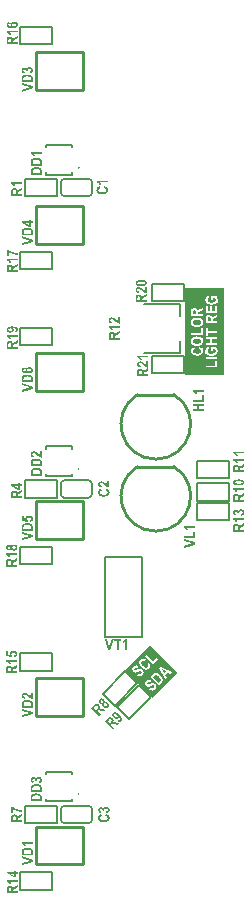
<source format=gto>
G04*
<<<<<<< HEAD
G04 #@! TF.GenerationSoftware,Altium Limited,Altium Designer,24.2.2 (26)*
=======
G04 #@! TF.GenerationSoftware,Altium Limited,Altium Designer,25.1.2 (22)*
>>>>>>> 613e14270cc375eb23a491e7e857863a29f37ea3
G04*
G04 Layer_Color=65535*
%FSLAX43Y43*%
%MOMM*%
G71*
G04*
<<<<<<< HEAD
G04 #@! TF.SameCoordinates,18943E8E-3CEA-4A4F-804B-3BF1B2EDC90A*
=======
G04 #@! TF.SameCoordinates,424D808E-97C2-44CC-9905-EB33B72B0B61*
>>>>>>> 613e14270cc375eb23a491e7e857863a29f37ea3
G04*
G04*
G04 #@! TF.FilePolarity,Positive*
G04*
G01*
G75*
%ADD10C,0.254*%
%ADD11C,0.200*%
%ADD12C,0.150*%
G36*
<<<<<<< HEAD
X19065Y47498D02*
X15733D01*
Y54864D01*
X17299D01*
X19065D01*
Y47498D01*
D02*
G37*
G36*
=======
>>>>>>> 613e14270cc375eb23a491e7e857863a29f37ea3
X13930Y23506D02*
X15132Y22304D01*
X13010Y20182D01*
X11867Y21325D01*
X11808Y21384D01*
D01*
X10665Y22527D01*
X12787Y24649D01*
X13930Y23506D01*
D02*
G37*
G36*
<<<<<<< HEAD
=======
X19065Y47498D02*
X15733D01*
Y54864D01*
X17299D01*
X19065D01*
Y47498D01*
D02*
G37*
G36*
>>>>>>> 613e14270cc375eb23a491e7e857863a29f37ea3
X9452Y24213D02*
X9281D01*
X9004Y25166D01*
X9174D01*
X9371Y24460D01*
X9563Y25166D01*
X9731D01*
X9452Y24213D01*
D02*
G37*
G36*
X10828D02*
X10678D01*
Y24902D01*
X10677Y24901D01*
X10674Y24898D01*
X10670Y24892D01*
X10664Y24886D01*
X10655Y24879D01*
X10646Y24869D01*
X10635Y24860D01*
X10622Y24849D01*
X10609Y24837D01*
X10594Y24826D01*
X10578Y24815D01*
X10561Y24804D01*
X10524Y24781D01*
X10505Y24772D01*
X10485Y24763D01*
Y24929D01*
X10486D01*
X10488Y24930D01*
X10491Y24932D01*
X10496Y24935D01*
X10502Y24937D01*
X10508Y24941D01*
X10524Y24949D01*
X10544Y24962D01*
X10565Y24977D01*
X10590Y24996D01*
X10614Y25018D01*
X10615Y25019D01*
X10617Y25021D01*
X10620Y25024D01*
X10624Y25030D01*
X10630Y25036D01*
X10636Y25043D01*
X10644Y25052D01*
X10651Y25061D01*
X10666Y25084D01*
X10682Y25110D01*
X10695Y25138D01*
X10707Y25169D01*
X10828D01*
Y24213D01*
D02*
G37*
G36*
X10376Y25004D02*
X10145D01*
Y24213D01*
X9987D01*
Y25004D01*
X9755D01*
Y25166D01*
X10376D01*
Y25004D01*
D02*
G37*
G36*
X12670Y48983D02*
X11981D01*
X11982Y48982D01*
X11985Y48979D01*
X11991Y48974D01*
X11997Y48968D01*
X12004Y48959D01*
X12014Y48950D01*
X12023Y48939D01*
X12034Y48927D01*
X12046Y48913D01*
X12057Y48898D01*
X12068Y48882D01*
X12079Y48865D01*
X12102Y48828D01*
X12111Y48809D01*
X12120Y48789D01*
X11954D01*
Y48790D01*
X11953Y48793D01*
X11951Y48796D01*
X11948Y48800D01*
X11946Y48806D01*
X11942Y48813D01*
X11934Y48828D01*
X11921Y48849D01*
X11906Y48870D01*
X11887Y48894D01*
X11865Y48918D01*
X11864Y48919D01*
X11862Y48921D01*
X11859Y48925D01*
X11853Y48929D01*
X11847Y48934D01*
X11840Y48940D01*
X11831Y48948D01*
X11822Y48955D01*
X11799Y48970D01*
X11773Y48986D01*
X11745Y49000D01*
X11714Y49011D01*
Y49133D01*
X12670D01*
Y48983D01*
D02*
G37*
G36*
Y48123D02*
X12669D01*
X12666D01*
X12661Y48124D01*
X12653Y48125D01*
X12645Y48126D01*
X12635Y48128D01*
X12624Y48130D01*
X12611Y48132D01*
X12583Y48138D01*
X12553Y48148D01*
X12520Y48159D01*
X12487Y48173D01*
X12486Y48174D01*
X12483Y48175D01*
X12479Y48179D01*
X12471Y48182D01*
X12463Y48187D01*
X12452Y48193D01*
X12440Y48202D01*
X12426Y48210D01*
X12411Y48221D01*
X12393Y48234D01*
X12375Y48247D01*
X12355Y48262D01*
X12333Y48280D01*
X12310Y48298D01*
X12286Y48319D01*
X12260Y48341D01*
X12259Y48342D01*
X12255Y48346D01*
X12250Y48351D01*
X12242Y48357D01*
X12233Y48366D01*
X12222Y48374D01*
X12199Y48394D01*
X12174Y48415D01*
X12148Y48435D01*
X12137Y48444D01*
X12126Y48452D01*
X12116Y48459D01*
X12108Y48464D01*
X12107D01*
X12105Y48465D01*
X12103Y48467D01*
X12098Y48469D01*
X12087Y48474D01*
X12072Y48481D01*
X12054Y48487D01*
X12034Y48492D01*
X12013Y48497D01*
X11992Y48498D01*
X11991D01*
X11989D01*
X11985D01*
X11981D01*
X11971Y48497D01*
X11957Y48495D01*
X11941Y48490D01*
X11926Y48486D01*
X11910Y48479D01*
X11898Y48469D01*
X11897Y48468D01*
X11892Y48464D01*
X11887Y48459D01*
X11881Y48450D01*
X11876Y48440D01*
X11870Y48427D01*
X11866Y48412D01*
X11865Y48396D01*
Y48392D01*
X11866Y48387D01*
X11867Y48380D01*
X11869Y48373D01*
X11872Y48365D01*
X11878Y48355D01*
X11884Y48346D01*
X11891Y48336D01*
X11901Y48327D01*
X11914Y48318D01*
X11927Y48310D01*
X11945Y48302D01*
X11964Y48296D01*
X11988Y48292D01*
X12014Y48290D01*
X11995Y48141D01*
X11993D01*
X11989Y48142D01*
X11981Y48143D01*
X11972Y48144D01*
X11959Y48146D01*
X11945Y48148D01*
X11930Y48151D01*
X11914Y48155D01*
X11880Y48166D01*
X11844Y48180D01*
X11827Y48188D01*
X11811Y48198D01*
X11796Y48209D01*
X11783Y48221D01*
X11781Y48222D01*
X11779Y48224D01*
X11776Y48228D01*
X11772Y48234D01*
X11767Y48240D01*
X11760Y48248D01*
X11755Y48258D01*
X11748Y48268D01*
X11741Y48281D01*
X11736Y48294D01*
X11730Y48309D01*
X11724Y48324D01*
X11720Y48341D01*
X11717Y48360D01*
X11715Y48379D01*
X11714Y48399D01*
Y48411D01*
X11715Y48420D01*
X11716Y48430D01*
X11718Y48442D01*
X11720Y48455D01*
X11723Y48469D01*
X11728Y48484D01*
X11734Y48499D01*
X11740Y48515D01*
X11748Y48530D01*
X11757Y48545D01*
X11768Y48560D01*
X11780Y48573D01*
X11794Y48585D01*
X11795Y48586D01*
X11797Y48589D01*
X11803Y48591D01*
X11808Y48595D01*
X11816Y48600D01*
X11825Y48606D01*
X11835Y48611D01*
X11847Y48617D01*
X11860Y48622D01*
X11874Y48628D01*
X11905Y48638D01*
X11922Y48643D01*
X11940Y48645D01*
X11958Y48647D01*
X11977Y48648D01*
X11978D01*
X11979D01*
X11982D01*
X11988D01*
X11998Y48647D01*
X12013Y48646D01*
X12031Y48644D01*
X12050Y48640D01*
X12070Y48636D01*
X12091Y48631D01*
X12092D01*
X12093Y48630D01*
X12096Y48629D01*
X12101Y48628D01*
X12111Y48625D01*
X12125Y48619D01*
X12142Y48612D01*
X12160Y48603D01*
X12180Y48594D01*
X12201Y48582D01*
X12202D01*
X12203Y48581D01*
X12206Y48579D01*
X12210Y48576D01*
X12217Y48573D01*
X12223Y48567D01*
X12231Y48562D01*
X12239Y48556D01*
X12260Y48541D01*
X12283Y48522D01*
X12312Y48499D01*
X12327Y48485D01*
X12343Y48471D01*
X12344Y48470D01*
X12346Y48468D01*
X12350Y48465D01*
X12355Y48460D01*
X12363Y48454D01*
X12370Y48448D01*
X12387Y48433D01*
X12405Y48417D01*
X12422Y48403D01*
X12438Y48390D01*
X12445Y48385D01*
X12450Y48380D01*
X12451Y48379D01*
X12455Y48377D01*
X12460Y48374D01*
X12466Y48370D01*
X12474Y48365D01*
X12482Y48359D01*
X12500Y48350D01*
Y48648D01*
X12670D01*
Y48123D01*
D02*
G37*
G36*
Y47900D02*
X12463Y47786D01*
X12462Y47785D01*
X12458Y47782D01*
X12452Y47780D01*
X12445Y47776D01*
X12437Y47771D01*
X12426Y47765D01*
X12404Y47752D01*
X12380Y47738D01*
X12356Y47724D01*
X12346Y47718D01*
X12336Y47712D01*
X12329Y47706D01*
X12323Y47702D01*
X12321Y47701D01*
X12318Y47698D01*
X12313Y47694D01*
X12307Y47688D01*
X12300Y47681D01*
X12294Y47674D01*
X12288Y47665D01*
X12283Y47656D01*
X12282Y47655D01*
X12281Y47651D01*
X12279Y47645D01*
X12277Y47637D01*
X12275Y47626D01*
X12274Y47612D01*
X12272Y47595D01*
Y47545D01*
X12670D01*
Y47387D01*
X11717D01*
Y47740D01*
X11718Y47751D01*
Y47762D01*
X11719Y47776D01*
X11720Y47790D01*
X11723Y47819D01*
X11729Y47850D01*
X11731Y47864D01*
X11735Y47877D01*
X11739Y47890D01*
X11743Y47901D01*
Y47902D01*
X11745Y47903D01*
X11747Y47906D01*
X11749Y47910D01*
X11755Y47920D01*
X11764Y47932D01*
X11776Y47947D01*
X11792Y47962D01*
X11810Y47977D01*
X11832Y47991D01*
X11833D01*
X11835Y47992D01*
X11839Y47994D01*
X11844Y47996D01*
X11849Y47999D01*
X11857Y48002D01*
X11865Y48005D01*
X11874Y48009D01*
X11897Y48015D01*
X11923Y48021D01*
X11953Y48025D01*
X11984Y48026D01*
X11985D01*
X11990D01*
X11995D01*
X12002Y48025D01*
X12012Y48024D01*
X12023Y48023D01*
X12035Y48022D01*
X12049Y48020D01*
X12077Y48014D01*
X12107Y48004D01*
X12122Y47998D01*
X12137Y47991D01*
X12150Y47982D01*
X12164Y47973D01*
X12165Y47972D01*
X12167Y47970D01*
X12170Y47967D01*
X12175Y47963D01*
X12180Y47957D01*
X12186Y47950D01*
X12193Y47942D01*
X12200Y47933D01*
X12207Y47923D01*
X12215Y47911D01*
X12222Y47899D01*
X12228Y47885D01*
X12235Y47870D01*
X12241Y47854D01*
X12245Y47837D01*
X12250Y47819D01*
Y47820D01*
X12252Y47821D01*
X12256Y47828D01*
X12263Y47837D01*
X12274Y47849D01*
X12286Y47862D01*
X12299Y47876D01*
X12314Y47890D01*
X12330Y47903D01*
X12332Y47905D01*
X12334Y47906D01*
X12338Y47909D01*
X12344Y47912D01*
X12350Y47917D01*
X12357Y47922D01*
X12366Y47927D01*
X12375Y47933D01*
X12387Y47940D01*
X12400Y47947D01*
X12413Y47956D01*
X12429Y47964D01*
X12446Y47974D01*
X12465Y47983D01*
X12485Y47994D01*
X12670Y48089D01*
Y47900D01*
D02*
G37*
G36*
X12100Y55544D02*
X12109D01*
X12132Y55543D01*
X12157Y55541D01*
X12184Y55539D01*
X12214Y55537D01*
X12245Y55532D01*
X12276Y55528D01*
X12308Y55522D01*
X12339Y55516D01*
X12368Y55507D01*
X12396Y55498D01*
X12421Y55487D01*
X12443Y55474D01*
X12444Y55473D01*
X12448Y55471D01*
X12453Y55467D01*
X12460Y55462D01*
X12469Y55454D01*
X12477Y55446D01*
X12487Y55436D01*
X12497Y55425D01*
X12507Y55412D01*
X12517Y55398D01*
X12526Y55383D01*
X12534Y55367D01*
X12542Y55350D01*
X12547Y55331D01*
X12550Y55312D01*
X12551Y55290D01*
Y55285D01*
X12550Y55280D01*
X12549Y55271D01*
X12548Y55262D01*
X12546Y55251D01*
X12543Y55239D01*
X12537Y55225D01*
X12532Y55211D01*
X12525Y55196D01*
X12516Y55181D01*
X12506Y55165D01*
X12494Y55150D01*
X12479Y55135D01*
X12463Y55120D01*
X12444Y55107D01*
X12443Y55106D01*
X12439Y55103D01*
X12433Y55100D01*
X12423Y55096D01*
X12412Y55091D01*
X12396Y55084D01*
X12378Y55078D01*
X12357Y55072D01*
X12332Y55065D01*
X12305Y55059D01*
X12273Y55053D01*
X12238Y55047D01*
X12200Y55043D01*
X12159Y55040D01*
X12114Y55038D01*
X12064Y55037D01*
X12063D01*
X12061D01*
X12058D01*
X12052D01*
X12046D01*
X12039D01*
X12030Y55038D01*
X12021D01*
X11998Y55039D01*
X11973Y55041D01*
X11946Y55043D01*
X11916Y55045D01*
X11885Y55050D01*
X11854Y55054D01*
X11823Y55059D01*
X11792Y55066D01*
X11763Y55074D01*
X11735Y55083D01*
X11710Y55094D01*
X11688Y55107D01*
X11687Y55108D01*
X11684Y55110D01*
X11677Y55114D01*
X11671Y55119D01*
X11662Y55127D01*
X11653Y55135D01*
X11643Y55145D01*
X11633Y55156D01*
X11623Y55169D01*
X11614Y55183D01*
X11604Y55197D01*
X11596Y55214D01*
X11588Y55231D01*
X11583Y55250D01*
X11580Y55269D01*
X11579Y55290D01*
Y55296D01*
X11580Y55301D01*
X11581Y55310D01*
X11582Y55319D01*
X11584Y55330D01*
X11588Y55342D01*
X11593Y55356D01*
X11598Y55370D01*
X11605Y55386D01*
X11614Y55400D01*
X11624Y55416D01*
X11637Y55431D01*
X11652Y55446D01*
X11669Y55461D01*
X11688Y55474D01*
X11689Y55475D01*
X11693Y55478D01*
X11699Y55481D01*
X11709Y55486D01*
X11721Y55491D01*
X11736Y55497D01*
X11754Y55503D01*
X11775Y55510D01*
X11800Y55517D01*
X11827Y55523D01*
X11858Y55528D01*
X11893Y55535D01*
X11931Y55539D01*
X11972Y55542D01*
X12017Y55544D01*
X12066Y55545D01*
X12067D01*
X12069D01*
X12072D01*
X12078D01*
X12084D01*
X12091D01*
X12100Y55544D01*
D02*
G37*
G36*
X12535Y54410D02*
X12534D01*
X12531D01*
X12526Y54411D01*
X12518Y54412D01*
X12510Y54413D01*
X12500Y54416D01*
X12489Y54418D01*
X12476Y54420D01*
X12449Y54426D01*
X12418Y54436D01*
X12385Y54446D01*
X12352Y54461D01*
X12351Y54462D01*
X12348Y54463D01*
X12344Y54466D01*
X12337Y54469D01*
X12328Y54475D01*
X12318Y54481D01*
X12305Y54490D01*
X12291Y54498D01*
X12276Y54509D01*
X12258Y54521D01*
X12240Y54535D01*
X12220Y54550D01*
X12198Y54568D01*
X12175Y54586D01*
X12151Y54607D01*
X12125Y54629D01*
X12124Y54630D01*
X12120Y54633D01*
X12115Y54639D01*
X12107Y54645D01*
X12098Y54653D01*
X12087Y54662D01*
X12064Y54682D01*
X12039Y54703D01*
X12013Y54723D01*
X12002Y54732D01*
X11991Y54740D01*
X11982Y54746D01*
X11973Y54752D01*
X11972D01*
X11970Y54753D01*
X11968Y54755D01*
X11964Y54757D01*
X11952Y54762D01*
X11937Y54769D01*
X11919Y54775D01*
X11899Y54780D01*
X11878Y54784D01*
X11857Y54785D01*
X11856D01*
X11854D01*
X11851D01*
X11846D01*
X11836Y54784D01*
X11822Y54782D01*
X11806Y54778D01*
X11791Y54774D01*
X11775Y54766D01*
X11763Y54757D01*
X11762Y54756D01*
X11758Y54752D01*
X11752Y54746D01*
X11746Y54738D01*
X11741Y54727D01*
X11735Y54715D01*
X11731Y54700D01*
X11730Y54684D01*
Y54680D01*
X11731Y54674D01*
X11732Y54668D01*
X11734Y54661D01*
X11737Y54652D01*
X11743Y54643D01*
X11749Y54633D01*
X11756Y54624D01*
X11766Y54614D01*
X11779Y54606D01*
X11792Y54597D01*
X11810Y54590D01*
X11829Y54584D01*
X11853Y54579D01*
X11879Y54577D01*
X11860Y54428D01*
X11858D01*
X11854Y54429D01*
X11846Y54430D01*
X11837Y54431D01*
X11824Y54434D01*
X11810Y54436D01*
X11796Y54439D01*
X11779Y54443D01*
X11745Y54454D01*
X11709Y54467D01*
X11692Y54476D01*
X11676Y54485D01*
X11661Y54497D01*
X11648Y54509D01*
X11647Y54510D01*
X11644Y54512D01*
X11641Y54516D01*
X11637Y54521D01*
X11632Y54528D01*
X11625Y54536D01*
X11620Y54546D01*
X11613Y54556D01*
X11606Y54569D01*
X11601Y54581D01*
X11595Y54596D01*
X11590Y54612D01*
X11585Y54629D01*
X11582Y54648D01*
X11580Y54667D01*
X11579Y54687D01*
Y54699D01*
X11580Y54707D01*
X11581Y54718D01*
X11583Y54729D01*
X11585Y54743D01*
X11588Y54757D01*
X11593Y54772D01*
X11599Y54786D01*
X11605Y54802D01*
X11613Y54818D01*
X11622Y54833D01*
X11633Y54848D01*
X11646Y54860D01*
X11659Y54873D01*
X11660Y54874D01*
X11662Y54876D01*
X11668Y54878D01*
X11673Y54883D01*
X11681Y54888D01*
X11690Y54893D01*
X11700Y54898D01*
X11712Y54905D01*
X11725Y54910D01*
X11740Y54915D01*
X11770Y54926D01*
X11787Y54930D01*
X11805Y54932D01*
X11823Y54934D01*
X11842Y54935D01*
X11843D01*
X11844D01*
X11847D01*
X11853D01*
X11863Y54934D01*
X11878Y54933D01*
X11896Y54931D01*
X11915Y54928D01*
X11935Y54924D01*
X11956Y54919D01*
X11957D01*
X11958Y54917D01*
X11961Y54916D01*
X11966Y54915D01*
X11976Y54912D01*
X11990Y54907D01*
X12007Y54900D01*
X12025Y54891D01*
X12045Y54882D01*
X12066Y54870D01*
X12067D01*
X12068Y54869D01*
X12071Y54867D01*
X12076Y54864D01*
X12082Y54860D01*
X12088Y54855D01*
X12096Y54850D01*
X12104Y54844D01*
X12125Y54829D01*
X12148Y54810D01*
X12177Y54786D01*
X12192Y54773D01*
X12208Y54759D01*
X12209Y54758D01*
X12211Y54756D01*
X12215Y54753D01*
X12220Y54747D01*
X12228Y54742D01*
X12235Y54736D01*
X12252Y54721D01*
X12270Y54705D01*
X12287Y54690D01*
X12303Y54678D01*
X12310Y54672D01*
X12315Y54668D01*
X12316Y54667D01*
X12320Y54665D01*
X12325Y54662D01*
X12331Y54658D01*
X12339Y54652D01*
X12347Y54647D01*
X12365Y54637D01*
Y54935D01*
X12535D01*
Y54410D01*
D02*
G37*
G36*
Y54187D02*
X12328Y54073D01*
X12327Y54072D01*
X12323Y54070D01*
X12318Y54068D01*
X12310Y54064D01*
X12302Y54058D01*
X12291Y54053D01*
X12269Y54039D01*
X12245Y54026D01*
X12221Y54012D01*
X12211Y54006D01*
X12201Y53999D01*
X12194Y53994D01*
X12188Y53990D01*
X12187Y53989D01*
X12183Y53986D01*
X12178Y53981D01*
X12172Y53976D01*
X12165Y53969D01*
X12159Y53961D01*
X12153Y53953D01*
X12148Y53943D01*
X12147Y53942D01*
X12146Y53939D01*
X12144Y53933D01*
X12142Y53924D01*
X12140Y53914D01*
X12139Y53900D01*
X12137Y53883D01*
Y53832D01*
X12535D01*
Y53675D01*
X11582D01*
Y54028D01*
X11583Y54038D01*
Y54050D01*
X11584Y54064D01*
X11585Y54077D01*
X11588Y54107D01*
X11594Y54138D01*
X11596Y54151D01*
X11600Y54165D01*
X11604Y54178D01*
X11609Y54188D01*
Y54189D01*
X11610Y54191D01*
X11612Y54194D01*
X11614Y54198D01*
X11620Y54207D01*
X11629Y54220D01*
X11641Y54235D01*
X11657Y54250D01*
X11675Y54264D01*
X11697Y54278D01*
X11698D01*
X11700Y54279D01*
X11704Y54281D01*
X11709Y54284D01*
X11714Y54287D01*
X11722Y54290D01*
X11730Y54293D01*
X11740Y54296D01*
X11762Y54303D01*
X11788Y54309D01*
X11818Y54313D01*
X11849Y54314D01*
X11851D01*
X11855D01*
X11860D01*
X11867Y54313D01*
X11877Y54312D01*
X11889Y54311D01*
X11900Y54310D01*
X11914Y54308D01*
X11942Y54301D01*
X11972Y54292D01*
X11987Y54286D01*
X12002Y54278D01*
X12015Y54270D01*
X12029Y54260D01*
X12030Y54259D01*
X12032Y54258D01*
X12035Y54255D01*
X12040Y54251D01*
X12045Y54244D01*
X12051Y54238D01*
X12058Y54230D01*
X12065Y54221D01*
X12072Y54211D01*
X12080Y54199D01*
X12087Y54186D01*
X12094Y54173D01*
X12100Y54158D01*
X12106Y54142D01*
X12110Y54125D01*
X12115Y54107D01*
Y54108D01*
X12117Y54109D01*
X12121Y54115D01*
X12128Y54125D01*
X12139Y54137D01*
X12151Y54149D01*
X12164Y54164D01*
X12179Y54178D01*
X12195Y54191D01*
X12197Y54193D01*
X12199Y54194D01*
X12203Y54197D01*
X12209Y54200D01*
X12215Y54204D01*
X12222Y54210D01*
X12231Y54215D01*
X12240Y54221D01*
X12252Y54228D01*
X12265Y54235D01*
X12278Y54243D01*
X12294Y54252D01*
X12311Y54261D01*
X12330Y54271D01*
X12350Y54281D01*
X12535Y54376D01*
Y54187D01*
D02*
G37*
G36*
X1172Y51608D02*
X1180D01*
X1202Y51607D01*
X1226Y51605D01*
X1254Y51603D01*
X1284Y51600D01*
X1313Y51595D01*
X1345Y51589D01*
X1377Y51583D01*
X1407Y51575D01*
X1438Y51566D01*
X1465Y51555D01*
X1492Y51543D01*
X1515Y51529D01*
X1516Y51528D01*
X1520Y51526D01*
X1526Y51520D01*
X1533Y51514D01*
X1541Y51507D01*
X1551Y51497D01*
X1561Y51486D01*
X1572Y51473D01*
X1583Y51459D01*
X1593Y51443D01*
X1603Y51426D01*
X1611Y51407D01*
X1618Y51388D01*
X1624Y51367D01*
X1628Y51345D01*
X1629Y51322D01*
Y51313D01*
X1628Y51307D01*
X1627Y51300D01*
X1626Y51291D01*
X1622Y51270D01*
X1615Y51247D01*
X1605Y51222D01*
X1597Y51210D01*
X1590Y51198D01*
X1582Y51187D01*
X1571Y51175D01*
X1570Y51174D01*
X1568Y51173D01*
X1565Y51170D01*
X1560Y51165D01*
X1554Y51161D01*
X1547Y51156D01*
X1537Y51151D01*
X1527Y51144D01*
X1515Y51138D01*
X1501Y51132D01*
X1486Y51126D01*
X1471Y51120D01*
X1453Y51115D01*
X1434Y51109D01*
X1413Y51105D01*
X1391Y51102D01*
X1372Y51247D01*
X1373D01*
X1377Y51248D01*
X1382D01*
X1389Y51250D01*
X1397Y51251D01*
X1406Y51254D01*
X1425Y51260D01*
X1444Y51272D01*
X1454Y51278D01*
X1461Y51287D01*
X1468Y51295D01*
X1474Y51306D01*
X1477Y51318D01*
X1478Y51331D01*
Y51333D01*
X1477Y51340D01*
X1475Y51348D01*
X1472Y51360D01*
X1465Y51373D01*
X1456Y51386D01*
X1450Y51394D01*
X1443Y51400D01*
X1436Y51406D01*
X1426Y51413D01*
X1425D01*
X1424Y51414D01*
X1420Y51416D01*
X1416Y51418D01*
X1409Y51420D01*
X1401Y51423D01*
X1391Y51426D01*
X1380Y51430D01*
X1366Y51433D01*
X1350Y51437D01*
X1333Y51440D01*
X1313Y51443D01*
X1292Y51446D01*
X1268Y51450D01*
X1240Y51452D01*
X1212Y51454D01*
X1214Y51453D01*
X1218Y51449D01*
X1225Y51443D01*
X1234Y51435D01*
X1243Y51426D01*
X1253Y51415D01*
X1262Y51403D01*
X1271Y51390D01*
X1272Y51389D01*
X1274Y51384D01*
X1277Y51377D01*
X1280Y51367D01*
X1285Y51356D01*
X1288Y51343D01*
X1290Y51328D01*
X1291Y51312D01*
Y51308D01*
X1290Y51304D01*
Y51297D01*
X1289Y51290D01*
X1287Y51281D01*
X1284Y51270D01*
X1280Y51259D01*
X1276Y51248D01*
X1270Y51235D01*
X1263Y51221D01*
X1255Y51209D01*
X1245Y51195D01*
X1234Y51181D01*
X1221Y51168D01*
X1206Y51155D01*
X1205Y51154D01*
X1202Y51152D01*
X1198Y51148D01*
X1191Y51144D01*
X1182Y51139D01*
X1173Y51134D01*
X1160Y51127D01*
X1146Y51121D01*
X1131Y51115D01*
X1114Y51108D01*
X1095Y51103D01*
X1075Y51098D01*
X1053Y51094D01*
X1031Y51090D01*
X1006Y51088D01*
X980Y51087D01*
X978D01*
X974D01*
X965D01*
X955Y51088D01*
X943Y51089D01*
X928Y51091D01*
X912Y51094D01*
X895Y51097D01*
X857Y51105D01*
X837Y51110D01*
X818Y51118D01*
X797Y51126D01*
X778Y51136D01*
X761Y51146D01*
X744Y51159D01*
X743Y51160D01*
X739Y51162D01*
X735Y51166D01*
X730Y51172D01*
X724Y51179D01*
X716Y51188D01*
X709Y51197D01*
X700Y51209D01*
X692Y51220D01*
X684Y51234D01*
X677Y51249D01*
X671Y51265D01*
X665Y51281D01*
X660Y51299D01*
X658Y51318D01*
X657Y51337D01*
Y51342D01*
X658Y51348D01*
X659Y51357D01*
X660Y51366D01*
X663Y51378D01*
X666Y51392D01*
X671Y51405D01*
X677Y51420D01*
X684Y51436D01*
X693Y51453D01*
X704Y51469D01*
X717Y51486D01*
X732Y51501D01*
X749Y51517D01*
X769Y51532D01*
X770Y51533D01*
X774Y51535D01*
X781Y51539D01*
X790Y51544D01*
X803Y51550D01*
X818Y51556D01*
X836Y51564D01*
X857Y51571D01*
X881Y51577D01*
X907Y51585D01*
X938Y51591D01*
X971Y51598D01*
X1008Y51602D01*
X1048Y51606D01*
X1091Y51608D01*
X1138Y51609D01*
X1139D01*
X1141D01*
X1144D01*
X1149D01*
X1156D01*
X1163D01*
X1172Y51608D01*
D02*
G37*
G36*
X1613Y50725D02*
X924D01*
X925Y50724D01*
X928Y50721D01*
X934Y50716D01*
X940Y50710D01*
X948Y50702D01*
X957Y50692D01*
X967Y50681D01*
X977Y50669D01*
X989Y50655D01*
X1000Y50640D01*
X1011Y50624D01*
X1023Y50607D01*
X1045Y50571D01*
X1054Y50551D01*
X1063Y50531D01*
X897D01*
Y50532D01*
X896Y50535D01*
X894Y50538D01*
X892Y50542D01*
X889Y50548D01*
X885Y50555D01*
X877Y50571D01*
X864Y50591D01*
X849Y50612D01*
X830Y50636D01*
X808Y50660D01*
X807Y50661D01*
X805Y50663D01*
X802Y50667D01*
X796Y50671D01*
X790Y50676D01*
X783Y50683D01*
X774Y50690D01*
X765Y50697D01*
X743Y50712D01*
X716Y50728D01*
X688Y50742D01*
X657Y50753D01*
Y50875D01*
X1613D01*
Y50725D01*
D02*
G37*
G36*
Y50249D02*
X1406Y50135D01*
X1405Y50134D01*
X1401Y50132D01*
X1396Y50130D01*
X1388Y50126D01*
X1380Y50120D01*
X1369Y50115D01*
X1347Y50101D01*
X1323Y50088D01*
X1299Y50074D01*
X1289Y50068D01*
X1279Y50061D01*
X1272Y50056D01*
X1266Y50052D01*
X1265Y50051D01*
X1261Y50047D01*
X1256Y50043D01*
X1250Y50038D01*
X1243Y50031D01*
X1237Y50023D01*
X1231Y50015D01*
X1226Y50005D01*
X1225Y50004D01*
X1224Y50001D01*
X1222Y49995D01*
X1220Y49986D01*
X1218Y49976D01*
X1217Y49962D01*
X1215Y49945D01*
Y49894D01*
X1613D01*
Y49737D01*
X660D01*
Y50090D01*
X661Y50100D01*
Y50112D01*
X662Y50126D01*
X663Y50139D01*
X666Y50169D01*
X672Y50200D01*
X674Y50213D01*
X678Y50227D01*
X682Y50240D01*
X687Y50250D01*
Y50251D01*
X688Y50252D01*
X690Y50256D01*
X692Y50260D01*
X698Y50269D01*
X707Y50282D01*
X719Y50297D01*
X735Y50312D01*
X753Y50326D01*
X775Y50340D01*
X776D01*
X778Y50341D01*
X782Y50343D01*
X787Y50345D01*
X792Y50349D01*
X800Y50352D01*
X808Y50355D01*
X818Y50358D01*
X840Y50364D01*
X866Y50371D01*
X896Y50375D01*
X927Y50376D01*
X928D01*
X933D01*
X938D01*
X945Y50375D01*
X955Y50374D01*
X967Y50373D01*
X978Y50372D01*
X992Y50370D01*
X1020Y50363D01*
X1050Y50354D01*
X1065Y50348D01*
X1080Y50340D01*
X1093Y50332D01*
X1107Y50322D01*
X1108Y50321D01*
X1110Y50320D01*
X1113Y50317D01*
X1118Y50313D01*
X1123Y50306D01*
X1129Y50300D01*
X1136Y50292D01*
X1143Y50283D01*
X1150Y50273D01*
X1158Y50261D01*
X1165Y50248D01*
X1172Y50234D01*
X1178Y50220D01*
X1184Y50204D01*
X1188Y50187D01*
X1193Y50169D01*
Y50170D01*
X1195Y50171D01*
X1199Y50177D01*
X1206Y50187D01*
X1217Y50199D01*
X1229Y50211D01*
X1242Y50226D01*
X1257Y50240D01*
X1273Y50252D01*
X1275Y50255D01*
X1277Y50256D01*
X1281Y50259D01*
X1287Y50262D01*
X1293Y50266D01*
X1300Y50271D01*
X1309Y50277D01*
X1318Y50283D01*
X1330Y50289D01*
X1343Y50297D01*
X1356Y50305D01*
X1372Y50314D01*
X1389Y50323D01*
X1408Y50333D01*
X1428Y50343D01*
X1613Y50438D01*
Y50249D01*
D02*
G37*
G36*
X1310Y33148D02*
X1320Y33147D01*
X1329Y33146D01*
X1341Y33145D01*
X1365Y33141D01*
X1392Y33136D01*
X1418Y33127D01*
X1445Y33116D01*
X1446D01*
X1448Y33115D01*
X1451Y33113D01*
X1455Y33110D01*
X1468Y33103D01*
X1483Y33093D01*
X1500Y33079D01*
X1516Y33065D01*
X1533Y33047D01*
X1548Y33026D01*
Y33025D01*
X1549Y33023D01*
X1551Y33020D01*
X1553Y33015D01*
X1557Y33010D01*
X1559Y33003D01*
X1565Y32988D01*
X1572Y32969D01*
X1578Y32946D01*
X1582Y32922D01*
X1583Y32896D01*
Y32890D01*
X1582Y32885D01*
Y32877D01*
X1581Y32867D01*
X1579Y32857D01*
X1577Y32844D01*
X1574Y32830D01*
X1569Y32816D01*
X1564Y32801D01*
X1558Y32786D01*
X1550Y32770D01*
X1541Y32754D01*
X1530Y32739D01*
X1519Y32724D01*
X1505Y32710D01*
X1504Y32709D01*
X1502Y32707D01*
X1496Y32703D01*
X1490Y32698D01*
X1483Y32693D01*
X1473Y32686D01*
X1462Y32680D01*
X1449Y32674D01*
X1435Y32666D01*
X1419Y32660D01*
X1402Y32654D01*
X1383Y32648D01*
X1363Y32643D01*
X1341Y32640D01*
X1319Y32638D01*
X1295Y32637D01*
X1294D01*
X1290D01*
X1286D01*
X1280Y32638D01*
X1272D01*
X1264Y32639D01*
X1244Y32641D01*
X1221Y32645D01*
X1196Y32651D01*
X1172Y32659D01*
X1148Y32670D01*
X1147D01*
X1145Y32672D01*
X1141Y32673D01*
X1137Y32676D01*
X1127Y32683D01*
X1113Y32695D01*
X1097Y32709D01*
X1081Y32724D01*
X1066Y32745D01*
X1053Y32767D01*
Y32766D01*
X1052Y32765D01*
X1049Y32761D01*
X1047Y32757D01*
X1041Y32748D01*
X1033Y32735D01*
X1021Y32721D01*
X1008Y32708D01*
X992Y32695D01*
X975Y32683D01*
X974D01*
X973Y32682D01*
X970Y32681D01*
X967Y32679D01*
X956Y32675D01*
X942Y32670D01*
X925Y32664D01*
X904Y32660D01*
X881Y32657D01*
X856Y32656D01*
X855D01*
X851D01*
X846D01*
X837Y32657D01*
X828Y32658D01*
X817Y32659D01*
X805Y32661D01*
X792Y32664D01*
X763Y32672D01*
X748Y32677D01*
X734Y32682D01*
X719Y32690D01*
X704Y32698D01*
X690Y32708D01*
X678Y32719D01*
X676Y32720D01*
X674Y32722D01*
X671Y32726D01*
X667Y32731D01*
X662Y32737D01*
X656Y32745D01*
X650Y32754D01*
X644Y32765D01*
X638Y32776D01*
X632Y32789D01*
X627Y32803D01*
X622Y32819D01*
X617Y32834D01*
X614Y32852D01*
X612Y32870D01*
X611Y32890D01*
Y32901D01*
X612Y32909D01*
X613Y32919D01*
X615Y32929D01*
X617Y32942D01*
X619Y32955D01*
X629Y32983D01*
X634Y32997D01*
X642Y33012D01*
X649Y33026D01*
X660Y33039D01*
X670Y33052D01*
X683Y33064D01*
X684Y33065D01*
X686Y33066D01*
X690Y33069D01*
X695Y33073D01*
X702Y33077D01*
X710Y33083D01*
X720Y33088D01*
X730Y33094D01*
X743Y33100D01*
X756Y33105D01*
X771Y33110D01*
X785Y33114D01*
X801Y33119D01*
X818Y33122D01*
X836Y33123D01*
X855Y33124D01*
X856D01*
X858D01*
X861D01*
X867D01*
X873Y33123D01*
X879D01*
X896Y33121D01*
X915Y33116D01*
X935Y33111D01*
X955Y33104D01*
X975Y33094D01*
X977D01*
X978Y33093D01*
X984Y33089D01*
X992Y33083D01*
X1004Y33074D01*
X1017Y33063D01*
X1029Y33049D01*
X1042Y33033D01*
X1053Y33015D01*
Y33016D01*
X1054Y33018D01*
X1056Y33021D01*
X1059Y33027D01*
X1066Y33038D01*
X1076Y33053D01*
X1090Y33069D01*
X1105Y33086D01*
X1123Y33102D01*
X1145Y33115D01*
X1146D01*
X1147Y33116D01*
X1151Y33119D01*
X1155Y33121D01*
X1160Y33123D01*
X1168Y33126D01*
X1175Y33129D01*
X1185Y33132D01*
X1205Y33139D01*
X1230Y33144D01*
X1258Y33148D01*
X1288Y33149D01*
X1289D01*
X1292D01*
X1297D01*
X1303D01*
X1310Y33148D01*
D02*
G37*
G36*
X1567Y32263D02*
X878D01*
X879Y32262D01*
X882Y32258D01*
X888Y32254D01*
X894Y32248D01*
X902Y32239D01*
X911Y32230D01*
X921Y32219D01*
X931Y32207D01*
X943Y32193D01*
X954Y32178D01*
X965Y32162D01*
X977Y32145D01*
X999Y32108D01*
X1008Y32089D01*
X1017Y32069D01*
X851D01*
Y32070D01*
X850Y32073D01*
X848Y32076D01*
X846Y32080D01*
X843Y32086D01*
X839Y32093D01*
X831Y32108D01*
X818Y32129D01*
X803Y32150D01*
X784Y32174D01*
X762Y32198D01*
X761Y32199D01*
X759Y32201D01*
X756Y32205D01*
X750Y32209D01*
X744Y32214D01*
X737Y32220D01*
X728Y32228D01*
X719Y32235D01*
X697Y32250D01*
X670Y32266D01*
X642Y32280D01*
X611Y32291D01*
Y32413D01*
X1567D01*
Y32263D01*
D02*
G37*
G36*
Y31787D02*
X1360Y31673D01*
X1359Y31672D01*
X1355Y31670D01*
X1350Y31668D01*
X1342Y31664D01*
X1334Y31658D01*
X1323Y31653D01*
X1301Y31639D01*
X1277Y31626D01*
X1253Y31612D01*
X1243Y31605D01*
X1233Y31599D01*
X1226Y31594D01*
X1220Y31590D01*
X1219Y31589D01*
X1215Y31585D01*
X1210Y31581D01*
X1204Y31576D01*
X1197Y31569D01*
X1191Y31561D01*
X1185Y31553D01*
X1180Y31543D01*
X1179Y31542D01*
X1178Y31539D01*
X1176Y31533D01*
X1174Y31524D01*
X1172Y31514D01*
X1171Y31500D01*
X1169Y31483D01*
Y31432D01*
X1567D01*
Y31275D01*
X614D01*
Y31628D01*
X615Y31638D01*
Y31650D01*
X616Y31664D01*
X617Y31677D01*
X620Y31707D01*
X626Y31738D01*
X628Y31751D01*
X632Y31765D01*
X636Y31778D01*
X641Y31788D01*
Y31789D01*
X642Y31790D01*
X644Y31794D01*
X646Y31798D01*
X652Y31807D01*
X661Y31820D01*
X673Y31835D01*
X689Y31850D01*
X707Y31864D01*
X729Y31878D01*
X730D01*
X732Y31879D01*
X736Y31881D01*
X741Y31883D01*
X746Y31887D01*
X754Y31890D01*
X762Y31893D01*
X772Y31896D01*
X794Y31902D01*
X820Y31909D01*
X850Y31913D01*
X881Y31914D01*
X882D01*
X887D01*
X892D01*
X899Y31913D01*
X909Y31912D01*
X921Y31911D01*
X932Y31910D01*
X946Y31908D01*
X974Y31901D01*
X1004Y31892D01*
X1019Y31885D01*
X1034Y31878D01*
X1047Y31870D01*
X1061Y31860D01*
X1062Y31859D01*
X1064Y31858D01*
X1067Y31855D01*
X1072Y31851D01*
X1077Y31844D01*
X1083Y31838D01*
X1090Y31830D01*
X1097Y31821D01*
X1104Y31810D01*
X1112Y31799D01*
X1119Y31786D01*
X1126Y31772D01*
X1132Y31758D01*
X1138Y31742D01*
X1142Y31725D01*
X1147Y31707D01*
Y31708D01*
X1149Y31709D01*
X1153Y31715D01*
X1160Y31725D01*
X1171Y31737D01*
X1183Y31749D01*
X1196Y31764D01*
X1211Y31778D01*
X1227Y31790D01*
X1229Y31793D01*
X1231Y31794D01*
X1235Y31797D01*
X1241Y31800D01*
X1247Y31804D01*
X1254Y31809D01*
X1263Y31815D01*
X1272Y31821D01*
X1284Y31827D01*
X1297Y31835D01*
X1310Y31843D01*
X1326Y31852D01*
X1343Y31861D01*
X1362Y31871D01*
X1382Y31881D01*
X1567Y31976D01*
Y31787D01*
D02*
G37*
G36*
X815Y58086D02*
X817Y58084D01*
X821Y58081D01*
X828Y58077D01*
X836Y58070D01*
X846Y58064D01*
X856Y58057D01*
X870Y58047D01*
X884Y58039D01*
X900Y58028D01*
X917Y58018D01*
X937Y58007D01*
X959Y57995D01*
X981Y57984D01*
X1005Y57971D01*
X1030Y57959D01*
X1032Y57958D01*
X1037Y57956D01*
X1044Y57953D01*
X1055Y57949D01*
X1067Y57944D01*
X1083Y57937D01*
X1100Y57930D01*
X1120Y57922D01*
X1141Y57915D01*
X1165Y57907D01*
X1190Y57898D01*
X1215Y57890D01*
X1243Y57881D01*
X1271Y57874D01*
X1331Y57859D01*
X1333D01*
X1338Y57858D01*
X1346Y57856D01*
X1358Y57854D01*
X1372Y57851D01*
X1389Y57848D01*
X1407Y57845D01*
X1427Y57842D01*
X1449Y57838D01*
X1472Y57835D01*
X1521Y57829D01*
X1571Y57825D01*
X1621Y57824D01*
Y57679D01*
X1620D01*
X1619D01*
X1616D01*
X1612D01*
X1601Y57680D01*
X1586Y57681D01*
X1568Y57683D01*
X1546Y57684D01*
X1522Y57687D01*
X1495Y57689D01*
X1466Y57693D01*
X1434Y57697D01*
X1400Y57703D01*
X1365Y57709D01*
X1329Y57716D01*
X1293Y57725D01*
X1256Y57735D01*
X1217Y57746D01*
X1216D01*
X1215Y57747D01*
X1212Y57748D01*
X1208Y57749D01*
X1197Y57752D01*
X1184Y57758D01*
X1166Y57764D01*
X1145Y57771D01*
X1121Y57781D01*
X1096Y57791D01*
X1067Y57802D01*
X1039Y57815D01*
X1008Y57829D01*
X978Y57844D01*
X946Y57860D01*
X913Y57877D01*
X851Y57915D01*
Y57575D01*
X681D01*
Y58087D01*
X814D01*
X815Y58086D01*
D02*
G37*
G36*
X1621Y57201D02*
X932D01*
X933Y57200D01*
X936Y57196D01*
X942Y57192D01*
X948Y57186D01*
X955Y57177D01*
X965Y57168D01*
X974Y57157D01*
X985Y57145D01*
X997Y57131D01*
X1008Y57116D01*
X1019Y57100D01*
X1030Y57083D01*
X1053Y57046D01*
X1062Y57027D01*
X1071Y57007D01*
X905D01*
Y57008D01*
X904Y57011D01*
X902Y57014D01*
X899Y57018D01*
X897Y57024D01*
X893Y57031D01*
X885Y57046D01*
X872Y57067D01*
X857Y57088D01*
X838Y57112D01*
X816Y57136D01*
X815Y57137D01*
X813Y57139D01*
X810Y57143D01*
X804Y57147D01*
X798Y57152D01*
X791Y57158D01*
X782Y57166D01*
X773Y57173D01*
X750Y57188D01*
X724Y57204D01*
X696Y57218D01*
X665Y57229D01*
Y57351D01*
X1621D01*
Y57201D01*
D02*
G37*
G36*
Y56725D02*
X1414Y56611D01*
X1413Y56610D01*
X1409Y56608D01*
X1403Y56606D01*
X1396Y56602D01*
X1388Y56596D01*
X1377Y56591D01*
X1355Y56577D01*
X1331Y56564D01*
X1307Y56550D01*
X1297Y56543D01*
X1287Y56537D01*
X1280Y56532D01*
X1273Y56528D01*
X1272Y56527D01*
X1269Y56523D01*
X1264Y56519D01*
X1258Y56514D01*
X1251Y56507D01*
X1245Y56499D01*
X1239Y56491D01*
X1234Y56481D01*
X1233Y56480D01*
X1232Y56477D01*
X1230Y56471D01*
X1228Y56462D01*
X1226Y56452D01*
X1225Y56438D01*
X1223Y56421D01*
Y56370D01*
X1621D01*
Y56213D01*
X668D01*
Y56566D01*
X669Y56576D01*
Y56588D01*
X670Y56602D01*
X671Y56615D01*
X674Y56645D01*
X680Y56676D01*
X682Y56689D01*
X686Y56703D01*
X690Y56716D01*
X694Y56726D01*
Y56727D01*
X696Y56728D01*
X698Y56732D01*
X700Y56736D01*
X706Y56745D01*
X715Y56758D01*
X727Y56773D01*
X743Y56788D01*
X761Y56802D01*
X783Y56816D01*
X784D01*
X786Y56817D01*
X790Y56819D01*
X795Y56821D01*
X800Y56825D01*
X808Y56828D01*
X816Y56831D01*
X825Y56834D01*
X848Y56840D01*
X874Y56847D01*
X904Y56851D01*
X935Y56852D01*
X936D01*
X941D01*
X946D01*
X953Y56851D01*
X963Y56850D01*
X974Y56849D01*
X986Y56848D01*
X1000Y56846D01*
X1028Y56839D01*
X1058Y56830D01*
X1073Y56824D01*
X1088Y56816D01*
X1101Y56808D01*
X1115Y56798D01*
X1116Y56797D01*
X1118Y56796D01*
X1121Y56793D01*
X1126Y56789D01*
X1131Y56782D01*
X1137Y56776D01*
X1144Y56768D01*
X1151Y56759D01*
X1158Y56748D01*
X1166Y56737D01*
X1173Y56724D01*
X1179Y56710D01*
X1186Y56696D01*
X1192Y56680D01*
X1196Y56663D01*
X1201Y56645D01*
Y56646D01*
X1203Y56647D01*
X1207Y56653D01*
X1214Y56663D01*
X1225Y56675D01*
X1237Y56687D01*
X1250Y56702D01*
X1265Y56716D01*
X1281Y56728D01*
X1283Y56731D01*
X1285Y56732D01*
X1289Y56735D01*
X1295Y56738D01*
X1301Y56742D01*
X1308Y56747D01*
X1317Y56753D01*
X1326Y56759D01*
X1338Y56765D01*
X1351Y56773D01*
X1364Y56781D01*
X1380Y56790D01*
X1397Y56799D01*
X1416Y56809D01*
X1436Y56819D01*
X1621Y56914D01*
Y56725D01*
D02*
G37*
G36*
X1332Y77395D02*
X1345Y77394D01*
X1360Y77392D01*
X1377Y77390D01*
X1393Y77387D01*
X1412Y77384D01*
X1431Y77379D01*
X1450Y77373D01*
X1471Y77366D01*
X1490Y77357D01*
X1509Y77348D01*
X1527Y77336D01*
X1543Y77324D01*
X1545Y77323D01*
X1547Y77320D01*
X1551Y77316D01*
X1557Y77311D01*
X1564Y77304D01*
X1571Y77295D01*
X1578Y77286D01*
X1586Y77274D01*
X1594Y77262D01*
X1602Y77249D01*
X1609Y77234D01*
X1615Y77218D01*
X1621Y77201D01*
X1625Y77183D01*
X1628Y77165D01*
X1629Y77145D01*
Y77140D01*
X1628Y77133D01*
X1627Y77126D01*
X1626Y77115D01*
X1623Y77104D01*
X1620Y77091D01*
X1615Y77076D01*
X1609Y77062D01*
X1602Y77046D01*
X1593Y77030D01*
X1583Y77014D01*
X1570Y76997D01*
X1555Y76981D01*
X1537Y76965D01*
X1518Y76951D01*
X1517Y76950D01*
X1513Y76947D01*
X1506Y76943D01*
X1497Y76939D01*
X1484Y76933D01*
X1469Y76926D01*
X1452Y76919D01*
X1430Y76913D01*
X1406Y76905D01*
X1380Y76898D01*
X1349Y76891D01*
X1315Y76885D01*
X1279Y76881D01*
X1239Y76877D01*
X1196Y76875D01*
X1149Y76873D01*
X1148D01*
X1146D01*
X1143D01*
X1138D01*
X1131D01*
X1124Y76875D01*
X1116D01*
X1107D01*
X1085Y76876D01*
X1061Y76878D01*
X1033Y76880D01*
X1004Y76883D01*
X973Y76887D01*
X942Y76893D01*
X911Y76899D01*
X880Y76907D01*
X849Y76916D01*
X822Y76926D01*
X795Y76939D01*
X772Y76953D01*
X771Y76954D01*
X767Y76957D01*
X762Y76961D01*
X754Y76968D01*
X746Y76975D01*
X735Y76984D01*
X726Y76996D01*
X714Y77009D01*
X703Y77022D01*
X693Y77038D01*
X683Y77055D01*
X675Y77073D01*
X668Y77093D01*
X662Y77113D01*
X658Y77136D01*
X657Y77159D01*
Y77167D01*
X658Y77174D01*
X659Y77181D01*
X660Y77189D01*
X664Y77210D01*
X672Y77233D01*
X682Y77257D01*
X689Y77270D01*
X696Y77281D01*
X706Y77293D01*
X716Y77305D01*
X717Y77306D01*
X719Y77308D01*
X722Y77310D01*
X727Y77314D01*
X733Y77319D01*
X741Y77325D01*
X750Y77331D01*
X761Y77337D01*
X772Y77344D01*
X786Y77350D01*
X800Y77356D01*
X815Y77363D01*
X833Y77368D01*
X852Y77373D01*
X873Y77379D01*
X894Y77382D01*
X913Y77237D01*
X912D01*
X908Y77236D01*
X903D01*
X896Y77234D01*
X888Y77233D01*
X879Y77230D01*
X860Y77222D01*
X841Y77212D01*
X831Y77204D01*
X824Y77196D01*
X817Y77186D01*
X811Y77176D01*
X808Y77164D01*
X807Y77150D01*
Y77148D01*
X808Y77142D01*
X810Y77133D01*
X813Y77122D01*
X820Y77109D01*
X829Y77095D01*
X836Y77089D01*
X843Y77082D01*
X851Y77075D01*
X861Y77069D01*
X862D01*
X863Y77068D01*
X867Y77066D01*
X871Y77064D01*
X878Y77062D01*
X886Y77058D01*
X897Y77055D01*
X908Y77052D01*
X921Y77048D01*
X937Y77045D01*
X955Y77041D01*
X975Y77038D01*
X996Y77035D01*
X1020Y77032D01*
X1047Y77030D01*
X1076Y77028D01*
X1074Y77029D01*
X1070Y77033D01*
X1063Y77038D01*
X1054Y77047D01*
X1044Y77055D01*
X1034Y77066D01*
X1025Y77077D01*
X1016Y77090D01*
X1015Y77092D01*
X1013Y77096D01*
X1010Y77104D01*
X1006Y77113D01*
X1001Y77124D01*
X998Y77138D01*
X996Y77151D01*
X995Y77167D01*
Y77171D01*
X996Y77176D01*
Y77183D01*
X997Y77190D01*
X999Y77200D01*
X1002Y77211D01*
X1006Y77222D01*
X1010Y77234D01*
X1016Y77246D01*
X1023Y77260D01*
X1031Y77274D01*
X1041Y77288D01*
X1052Y77301D01*
X1066Y77315D01*
X1081Y77328D01*
X1082Y77329D01*
X1085Y77331D01*
X1089Y77334D01*
X1097Y77338D01*
X1105Y77344D01*
X1116Y77350D01*
X1127Y77355D01*
X1141Y77363D01*
X1157Y77369D01*
X1174Y77374D01*
X1193Y77381D01*
X1213Y77386D01*
X1234Y77390D01*
X1257Y77393D01*
X1281Y77395D01*
X1308Y77397D01*
X1310D01*
X1314D01*
X1323D01*
X1332Y77395D01*
D02*
G37*
G36*
X1613Y76499D02*
X924D01*
X925Y76498D01*
X928Y76495D01*
X934Y76491D01*
X940Y76485D01*
X948Y76476D01*
X957Y76467D01*
X967Y76456D01*
X977Y76443D01*
X989Y76430D01*
X1000Y76415D01*
X1011Y76399D01*
X1023Y76382D01*
X1045Y76345D01*
X1054Y76326D01*
X1063Y76306D01*
X897D01*
Y76307D01*
X896Y76309D01*
X894Y76312D01*
X892Y76317D01*
X889Y76323D01*
X885Y76329D01*
X877Y76345D01*
X864Y76365D01*
X849Y76386D01*
X830Y76411D01*
X808Y76435D01*
X807Y76436D01*
X805Y76438D01*
X802Y76441D01*
X796Y76446D01*
X790Y76451D01*
X783Y76457D01*
X774Y76465D01*
X765Y76472D01*
X743Y76487D01*
X716Y76503D01*
X688Y76516D01*
X657Y76528D01*
Y76649D01*
X1613D01*
Y76499D01*
D02*
G37*
G36*
Y76024D02*
X1406Y75910D01*
X1405Y75909D01*
X1401Y75907D01*
X1396Y75905D01*
X1388Y75900D01*
X1380Y75895D01*
X1369Y75890D01*
X1347Y75876D01*
X1323Y75862D01*
X1299Y75849D01*
X1289Y75842D01*
X1279Y75836D01*
X1272Y75831D01*
X1266Y75826D01*
X1265Y75825D01*
X1261Y75822D01*
X1256Y75818D01*
X1250Y75813D01*
X1243Y75805D01*
X1237Y75798D01*
X1231Y75789D01*
X1226Y75780D01*
X1225Y75779D01*
X1224Y75776D01*
X1222Y75769D01*
X1220Y75761D01*
X1218Y75750D01*
X1217Y75737D01*
X1215Y75720D01*
Y75669D01*
X1613D01*
Y75511D01*
X660D01*
Y75864D01*
X661Y75875D01*
Y75887D01*
X662Y75900D01*
X663Y75914D01*
X666Y75944D01*
X672Y75974D01*
X674Y75988D01*
X678Y76002D01*
X682Y76014D01*
X687Y76025D01*
Y76026D01*
X688Y76027D01*
X690Y76030D01*
X692Y76035D01*
X698Y76044D01*
X707Y76057D01*
X719Y76072D01*
X735Y76086D01*
X753Y76101D01*
X775Y76115D01*
X776D01*
X778Y76116D01*
X782Y76118D01*
X787Y76120D01*
X792Y76123D01*
X800Y76126D01*
X808Y76130D01*
X818Y76133D01*
X840Y76139D01*
X866Y76145D01*
X896Y76150D01*
X927Y76151D01*
X928D01*
X933D01*
X938D01*
X945Y76150D01*
X955Y76149D01*
X967Y76148D01*
X978Y76147D01*
X992Y76144D01*
X1020Y76138D01*
X1050Y76129D01*
X1065Y76122D01*
X1080Y76115D01*
X1093Y76106D01*
X1107Y76097D01*
X1108Y76096D01*
X1110Y76095D01*
X1113Y76092D01*
X1118Y76087D01*
X1123Y76081D01*
X1129Y76075D01*
X1136Y76066D01*
X1143Y76058D01*
X1150Y76047D01*
X1158Y76036D01*
X1165Y76023D01*
X1172Y76009D01*
X1178Y75994D01*
X1184Y75979D01*
X1188Y75962D01*
X1193Y75944D01*
Y75945D01*
X1195Y75946D01*
X1199Y75952D01*
X1206Y75962D01*
X1217Y75973D01*
X1229Y75986D01*
X1242Y76001D01*
X1257Y76014D01*
X1273Y76027D01*
X1275Y76029D01*
X1277Y76030D01*
X1281Y76033D01*
X1287Y76037D01*
X1293Y76041D01*
X1300Y76046D01*
X1309Y76051D01*
X1318Y76058D01*
X1330Y76064D01*
X1343Y76072D01*
X1356Y76080D01*
X1372Y76088D01*
X1389Y76098D01*
X1408Y76107D01*
X1428Y76118D01*
X1613Y76213D01*
Y76024D01*
D02*
G37*
G36*
X1268Y24139D02*
X1280Y24138D01*
X1292Y24137D01*
X1307Y24135D01*
X1323Y24132D01*
X1340Y24127D01*
X1359Y24123D01*
X1378Y24118D01*
X1398Y24111D01*
X1418Y24103D01*
X1438Y24094D01*
X1458Y24083D01*
X1478Y24070D01*
X1480Y24069D01*
X1483Y24067D01*
X1488Y24063D01*
X1494Y24058D01*
X1503Y24050D01*
X1511Y24042D01*
X1521Y24031D01*
X1530Y24020D01*
X1541Y24006D01*
X1550Y23991D01*
X1559Y23975D01*
X1566Y23957D01*
X1574Y23938D01*
X1579Y23917D01*
X1582Y23895D01*
X1583Y23872D01*
Y23862D01*
X1582Y23855D01*
X1581Y23845D01*
X1580Y23835D01*
X1578Y23824D01*
X1575Y23812D01*
X1566Y23784D01*
X1561Y23769D01*
X1555Y23754D01*
X1547Y23740D01*
X1538Y23725D01*
X1527Y23711D01*
X1515Y23697D01*
X1514Y23696D01*
X1512Y23694D01*
X1508Y23691D01*
X1503Y23687D01*
X1495Y23681D01*
X1487Y23674D01*
X1477Y23668D01*
X1466Y23660D01*
X1453Y23654D01*
X1438Y23647D01*
X1422Y23639D01*
X1404Y23633D01*
X1387Y23627D01*
X1365Y23621D01*
X1344Y23617D01*
X1321Y23614D01*
X1302Y23764D01*
X1303D01*
X1305D01*
X1308Y23765D01*
X1313D01*
X1324Y23767D01*
X1338Y23770D01*
X1354Y23776D01*
X1371Y23782D01*
X1387Y23791D01*
X1401Y23802D01*
X1402Y23803D01*
X1407Y23807D01*
X1412Y23815D01*
X1418Y23823D01*
X1426Y23834D01*
X1431Y23846D01*
X1435Y23859D01*
X1436Y23874D01*
Y23876D01*
X1435Y23881D01*
X1434Y23891D01*
X1431Y23901D01*
X1425Y23914D01*
X1417Y23927D01*
X1406Y23940D01*
X1399Y23947D01*
X1391Y23953D01*
X1390D01*
X1389Y23954D01*
X1385Y23956D01*
X1382Y23958D01*
X1377Y23961D01*
X1372Y23964D01*
X1364Y23967D01*
X1356Y23970D01*
X1347Y23973D01*
X1337Y23976D01*
X1325Y23980D01*
X1313Y23982D01*
X1299Y23984D01*
X1284Y23986D01*
X1268Y23987D01*
X1251D01*
X1250D01*
X1247D01*
X1243D01*
X1236D01*
X1229Y23986D01*
X1221Y23985D01*
X1201Y23983D01*
X1179Y23979D01*
X1157Y23973D01*
X1137Y23965D01*
X1128Y23959D01*
X1119Y23953D01*
X1117Y23952D01*
X1113Y23947D01*
X1105Y23940D01*
X1097Y23931D01*
X1090Y23918D01*
X1082Y23905D01*
X1078Y23888D01*
X1076Y23870D01*
Y23863D01*
X1077Y23859D01*
X1078Y23853D01*
X1079Y23846D01*
X1084Y23831D01*
X1093Y23813D01*
X1098Y23803D01*
X1105Y23794D01*
X1113Y23783D01*
X1122Y23774D01*
X1133Y23763D01*
X1146Y23753D01*
X1124Y23632D01*
X627Y23709D01*
Y24105D01*
X798D01*
Y23823D01*
X961Y23798D01*
Y23799D01*
X960Y23800D01*
X955Y23806D01*
X950Y23817D01*
X945Y23830D01*
X938Y23845D01*
X934Y23863D01*
X930Y23881D01*
X929Y23901D01*
Y23910D01*
X930Y23917D01*
X931Y23925D01*
X933Y23934D01*
X935Y23945D01*
X938Y23955D01*
X942Y23968D01*
X947Y23980D01*
X952Y23993D01*
X960Y24006D01*
X968Y24020D01*
X978Y24032D01*
X989Y24045D01*
X1002Y24058D01*
X1003Y24059D01*
X1006Y24061D01*
X1011Y24065D01*
X1019Y24070D01*
X1028Y24077D01*
X1039Y24084D01*
X1053Y24092D01*
X1067Y24099D01*
X1084Y24106D01*
X1102Y24114D01*
X1122Y24121D01*
X1145Y24127D01*
X1168Y24133D01*
X1193Y24137D01*
X1220Y24139D01*
X1247Y24140D01*
X1248D01*
X1252D01*
X1260D01*
X1268Y24139D01*
D02*
G37*
G36*
X1567Y23238D02*
X878D01*
X879Y23237D01*
X882Y23234D01*
X888Y23229D01*
X894Y23223D01*
X902Y23215D01*
X911Y23205D01*
X921Y23194D01*
X931Y23182D01*
X943Y23168D01*
X954Y23153D01*
X965Y23137D01*
X977Y23121D01*
X999Y23084D01*
X1008Y23065D01*
X1017Y23044D01*
X851D01*
Y23045D01*
X850Y23048D01*
X848Y23051D01*
X846Y23055D01*
X843Y23061D01*
X839Y23068D01*
X831Y23084D01*
X818Y23104D01*
X803Y23125D01*
X784Y23149D01*
X762Y23173D01*
X761Y23174D01*
X759Y23177D01*
X756Y23180D01*
X750Y23184D01*
X744Y23189D01*
X737Y23196D01*
X728Y23203D01*
X719Y23210D01*
X697Y23225D01*
X670Y23241D01*
X642Y23255D01*
X611Y23266D01*
Y23388D01*
X1567D01*
Y23238D01*
D02*
G37*
G36*
Y22762D02*
X1360Y22648D01*
X1359Y22647D01*
X1355Y22645D01*
X1350Y22643D01*
X1342Y22639D01*
X1334Y22633D01*
X1323Y22628D01*
X1301Y22614D01*
X1277Y22601D01*
X1253Y22587D01*
X1243Y22581D01*
X1233Y22574D01*
X1226Y22569D01*
X1220Y22565D01*
X1219Y22564D01*
X1215Y22560D01*
X1210Y22556D01*
X1204Y22551D01*
X1197Y22544D01*
X1191Y22536D01*
X1185Y22528D01*
X1180Y22518D01*
X1179Y22517D01*
X1178Y22514D01*
X1176Y22508D01*
X1174Y22499D01*
X1172Y22489D01*
X1171Y22475D01*
X1169Y22458D01*
Y22407D01*
X1567D01*
Y22250D01*
X614D01*
Y22603D01*
X615Y22613D01*
Y22625D01*
X616Y22639D01*
X617Y22652D01*
X620Y22682D01*
X626Y22713D01*
X628Y22726D01*
X632Y22740D01*
X636Y22753D01*
X641Y22763D01*
Y22764D01*
X642Y22765D01*
X644Y22769D01*
X646Y22773D01*
X652Y22782D01*
X661Y22795D01*
X673Y22810D01*
X689Y22825D01*
X707Y22839D01*
X729Y22853D01*
X730D01*
X732Y22854D01*
X736Y22856D01*
X741Y22858D01*
X746Y22862D01*
X754Y22865D01*
X762Y22868D01*
X772Y22871D01*
X794Y22877D01*
X820Y22884D01*
X850Y22888D01*
X881Y22889D01*
X882D01*
X887D01*
X892D01*
X899Y22888D01*
X909Y22887D01*
X921Y22886D01*
X932Y22885D01*
X946Y22883D01*
X974Y22876D01*
X1004Y22867D01*
X1019Y22861D01*
X1034Y22853D01*
X1047Y22845D01*
X1061Y22835D01*
X1062Y22834D01*
X1064Y22833D01*
X1067Y22830D01*
X1072Y22826D01*
X1077Y22819D01*
X1083Y22813D01*
X1090Y22805D01*
X1097Y22796D01*
X1104Y22786D01*
X1112Y22774D01*
X1119Y22761D01*
X1126Y22748D01*
X1132Y22733D01*
X1138Y22717D01*
X1142Y22700D01*
X1147Y22682D01*
Y22683D01*
X1149Y22684D01*
X1153Y22690D01*
X1160Y22700D01*
X1171Y22712D01*
X1183Y22724D01*
X1196Y22739D01*
X1211Y22753D01*
X1227Y22765D01*
X1229Y22768D01*
X1231Y22769D01*
X1235Y22772D01*
X1241Y22775D01*
X1247Y22779D01*
X1254Y22785D01*
X1263Y22790D01*
X1272Y22796D01*
X1284Y22802D01*
X1297Y22810D01*
X1310Y22818D01*
X1326Y22827D01*
X1343Y22836D01*
X1362Y22846D01*
X1382Y22856D01*
X1567Y22951D01*
Y22762D01*
D02*
G37*
G36*
X1429Y5424D02*
X1621D01*
Y5279D01*
X1429D01*
Y4959D01*
X1268D01*
X665Y5297D01*
Y5424D01*
X1267D01*
Y5521D01*
X1429D01*
Y5424D01*
D02*
G37*
G36*
X1621Y4611D02*
X932D01*
X933Y4610D01*
X936Y4607D01*
X942Y4603D01*
X948Y4596D01*
X955Y4588D01*
X965Y4578D01*
X974Y4568D01*
X985Y4555D01*
X997Y4541D01*
X1008Y4527D01*
X1019Y4511D01*
X1030Y4494D01*
X1053Y4457D01*
X1062Y4438D01*
X1071Y4418D01*
X905D01*
Y4419D01*
X904Y4421D01*
X902Y4424D01*
X899Y4428D01*
X897Y4435D01*
X893Y4441D01*
X885Y4457D01*
X872Y4477D01*
X857Y4498D01*
X838Y4522D01*
X816Y4547D01*
X815Y4548D01*
X813Y4550D01*
X810Y4553D01*
X804Y4557D01*
X798Y4562D01*
X791Y4569D01*
X782Y4576D01*
X773Y4584D01*
X750Y4598D01*
X724Y4614D01*
X696Y4628D01*
X665Y4640D01*
Y4761D01*
X1621D01*
Y4611D01*
D02*
G37*
G36*
Y4136D02*
X1414Y4021D01*
X1413Y4020D01*
X1409Y4018D01*
X1403Y4016D01*
X1396Y4012D01*
X1388Y4007D01*
X1377Y4001D01*
X1355Y3988D01*
X1331Y3974D01*
X1307Y3960D01*
X1297Y3954D01*
X1287Y3948D01*
X1280Y3942D01*
X1273Y3938D01*
X1272Y3937D01*
X1269Y3934D01*
X1264Y3930D01*
X1258Y3924D01*
X1251Y3917D01*
X1245Y3909D01*
X1239Y3901D01*
X1234Y3892D01*
X1233Y3890D01*
X1232Y3887D01*
X1230Y3881D01*
X1228Y3872D01*
X1226Y3862D01*
X1225Y3848D01*
X1223Y3831D01*
Y3781D01*
X1621D01*
Y3623D01*
X668D01*
Y3976D01*
X669Y3987D01*
Y3998D01*
X670Y4012D01*
X671Y4026D01*
X674Y4055D01*
X680Y4086D01*
X682Y4100D01*
X686Y4113D01*
X690Y4126D01*
X694Y4137D01*
Y4138D01*
X696Y4139D01*
X698Y4142D01*
X700Y4146D01*
X706Y4156D01*
X715Y4168D01*
X727Y4183D01*
X743Y4198D01*
X761Y4213D01*
X783Y4226D01*
X784D01*
X786Y4228D01*
X790Y4230D01*
X795Y4232D01*
X800Y4235D01*
X808Y4238D01*
X816Y4241D01*
X825Y4244D01*
X848Y4251D01*
X874Y4257D01*
X904Y4261D01*
X935Y4262D01*
X936D01*
X941D01*
X946D01*
X953Y4261D01*
X963Y4260D01*
X974Y4259D01*
X986Y4258D01*
X1000Y4256D01*
X1028Y4250D01*
X1058Y4240D01*
X1073Y4234D01*
X1088Y4226D01*
X1101Y4218D01*
X1115Y4209D01*
X1116Y4207D01*
X1118Y4206D01*
X1121Y4203D01*
X1126Y4199D01*
X1131Y4193D01*
X1137Y4186D01*
X1144Y4178D01*
X1151Y4169D01*
X1158Y4159D01*
X1166Y4147D01*
X1173Y4135D01*
X1179Y4121D01*
X1186Y4106D01*
X1192Y4090D01*
X1196Y4073D01*
X1201Y4055D01*
Y4056D01*
X1203Y4057D01*
X1207Y4064D01*
X1214Y4073D01*
X1225Y4085D01*
X1237Y4098D01*
X1250Y4112D01*
X1265Y4126D01*
X1281Y4139D01*
X1283Y4141D01*
X1285Y4142D01*
X1289Y4145D01*
X1295Y4148D01*
X1301Y4153D01*
X1308Y4158D01*
X1317Y4163D01*
X1326Y4169D01*
X1338Y4176D01*
X1351Y4183D01*
X1364Y4192D01*
X1380Y4200D01*
X1397Y4210D01*
X1416Y4219D01*
X1436Y4230D01*
X1621Y4325D01*
Y4136D01*
D02*
G37*
G36*
X1810Y38267D02*
X2002D01*
Y38122D01*
X1810D01*
Y37802D01*
X1649D01*
X1046Y38140D01*
Y38267D01*
X1648D01*
Y38364D01*
X1810D01*
Y38267D01*
D02*
G37*
G36*
X2002Y37586D02*
X1795Y37472D01*
X1794Y37471D01*
X1790Y37469D01*
X1784Y37467D01*
X1777Y37463D01*
X1769Y37457D01*
X1758Y37452D01*
X1736Y37438D01*
X1712Y37425D01*
X1688Y37411D01*
X1678Y37405D01*
X1668Y37398D01*
X1661Y37393D01*
X1655Y37389D01*
X1653Y37388D01*
X1650Y37385D01*
X1645Y37380D01*
X1639Y37375D01*
X1632Y37368D01*
X1626Y37360D01*
X1620Y37352D01*
X1615Y37342D01*
X1614Y37341D01*
X1613Y37338D01*
X1611Y37332D01*
X1609Y37323D01*
X1607Y37313D01*
X1606Y37299D01*
X1604Y37282D01*
Y37231D01*
X2002D01*
Y37074D01*
X1049D01*
Y37427D01*
X1050Y37437D01*
Y37449D01*
X1051Y37463D01*
X1052Y37477D01*
X1055Y37506D01*
X1061Y37537D01*
X1063Y37550D01*
X1067Y37564D01*
X1071Y37577D01*
X1075Y37587D01*
Y37589D01*
X1077Y37590D01*
X1079Y37593D01*
X1081Y37597D01*
X1087Y37606D01*
X1096Y37619D01*
X1108Y37634D01*
X1124Y37649D01*
X1142Y37664D01*
X1164Y37677D01*
X1165D01*
X1167Y37678D01*
X1171Y37680D01*
X1176Y37683D01*
X1181Y37686D01*
X1189Y37689D01*
X1197Y37692D01*
X1206Y37695D01*
X1229Y37702D01*
X1255Y37708D01*
X1285Y37712D01*
X1316Y37713D01*
X1317D01*
X1322D01*
X1327D01*
X1334Y37712D01*
X1344Y37711D01*
X1355Y37710D01*
X1367Y37709D01*
X1381Y37707D01*
X1409Y37701D01*
X1439Y37691D01*
X1454Y37685D01*
X1469Y37677D01*
X1482Y37669D01*
X1496Y37659D01*
X1497Y37658D01*
X1499Y37657D01*
X1502Y37654D01*
X1507Y37650D01*
X1512Y37643D01*
X1518Y37637D01*
X1525Y37629D01*
X1532Y37620D01*
X1539Y37610D01*
X1547Y37598D01*
X1554Y37585D01*
X1560Y37572D01*
X1567Y37557D01*
X1573Y37541D01*
X1577Y37524D01*
X1582Y37506D01*
Y37507D01*
X1584Y37508D01*
X1588Y37515D01*
X1595Y37524D01*
X1606Y37536D01*
X1618Y37548D01*
X1631Y37563D01*
X1646Y37577D01*
X1662Y37590D01*
X1664Y37592D01*
X1666Y37593D01*
X1670Y37596D01*
X1676Y37599D01*
X1682Y37603D01*
X1689Y37609D01*
X1698Y37614D01*
X1707Y37620D01*
X1719Y37627D01*
X1732Y37634D01*
X1745Y37642D01*
X1761Y37651D01*
X1778Y37660D01*
X1797Y37670D01*
X1817Y37680D01*
X2002Y37776D01*
Y37586D01*
D02*
G37*
G36*
Y63665D02*
X1313D01*
X1314Y63664D01*
X1317Y63661D01*
X1323Y63657D01*
X1329Y63650D01*
X1336Y63642D01*
X1346Y63632D01*
X1355Y63622D01*
X1366Y63609D01*
X1378Y63595D01*
X1389Y63580D01*
X1400Y63565D01*
X1411Y63548D01*
X1434Y63511D01*
X1443Y63492D01*
X1452Y63472D01*
X1286D01*
Y63473D01*
X1285Y63475D01*
X1283Y63478D01*
X1280Y63482D01*
X1278Y63488D01*
X1274Y63495D01*
X1266Y63511D01*
X1253Y63531D01*
X1238Y63552D01*
X1219Y63576D01*
X1197Y63600D01*
X1196Y63602D01*
X1194Y63604D01*
X1191Y63607D01*
X1185Y63611D01*
X1179Y63616D01*
X1172Y63623D01*
X1163Y63630D01*
X1154Y63637D01*
X1131Y63652D01*
X1105Y63668D01*
X1077Y63682D01*
X1046Y63693D01*
Y63815D01*
X2002D01*
Y63665D01*
D02*
G37*
G36*
Y63189D02*
X1795Y63075D01*
X1794Y63074D01*
X1790Y63072D01*
X1784Y63070D01*
X1777Y63066D01*
X1769Y63061D01*
X1758Y63055D01*
X1736Y63042D01*
X1712Y63028D01*
X1688Y63014D01*
X1678Y63008D01*
X1668Y63001D01*
X1661Y62996D01*
X1655Y62992D01*
X1653Y62991D01*
X1650Y62988D01*
X1645Y62983D01*
X1639Y62978D01*
X1632Y62971D01*
X1626Y62963D01*
X1620Y62955D01*
X1615Y62945D01*
X1614Y62944D01*
X1613Y62941D01*
X1611Y62935D01*
X1609Y62926D01*
X1607Y62916D01*
X1606Y62902D01*
X1604Y62885D01*
Y62834D01*
X2002D01*
Y62677D01*
X1049D01*
Y63030D01*
X1050Y63040D01*
Y63052D01*
X1051Y63066D01*
X1052Y63080D01*
X1055Y63109D01*
X1061Y63140D01*
X1063Y63154D01*
X1067Y63167D01*
X1071Y63180D01*
X1075Y63191D01*
Y63192D01*
X1077Y63193D01*
X1079Y63196D01*
X1081Y63200D01*
X1087Y63210D01*
X1096Y63222D01*
X1108Y63237D01*
X1124Y63252D01*
X1142Y63267D01*
X1164Y63280D01*
X1165D01*
X1167Y63281D01*
X1171Y63284D01*
X1176Y63286D01*
X1181Y63289D01*
X1189Y63292D01*
X1197Y63295D01*
X1206Y63298D01*
X1229Y63305D01*
X1255Y63311D01*
X1285Y63315D01*
X1316Y63316D01*
X1317D01*
X1322D01*
X1327D01*
X1334Y63315D01*
X1344Y63314D01*
X1355Y63313D01*
X1367Y63312D01*
X1381Y63310D01*
X1409Y63304D01*
X1439Y63294D01*
X1454Y63288D01*
X1469Y63280D01*
X1482Y63272D01*
X1496Y63262D01*
X1497Y63261D01*
X1499Y63260D01*
X1502Y63257D01*
X1507Y63253D01*
X1512Y63247D01*
X1518Y63240D01*
X1525Y63232D01*
X1532Y63223D01*
X1539Y63213D01*
X1547Y63201D01*
X1554Y63188D01*
X1560Y63175D01*
X1567Y63160D01*
X1573Y63144D01*
X1577Y63127D01*
X1582Y63109D01*
Y63110D01*
X1584Y63111D01*
X1588Y63118D01*
X1595Y63127D01*
X1606Y63139D01*
X1618Y63151D01*
X1631Y63166D01*
X1646Y63180D01*
X1662Y63193D01*
X1664Y63195D01*
X1666Y63196D01*
X1670Y63199D01*
X1676Y63202D01*
X1682Y63206D01*
X1689Y63212D01*
X1698Y63217D01*
X1707Y63223D01*
X1719Y63230D01*
X1732Y63237D01*
X1745Y63245D01*
X1761Y63254D01*
X1778Y63263D01*
X1797Y63273D01*
X1817Y63284D01*
X2002Y63379D01*
Y63189D01*
D02*
G37*
G36*
X3382Y13475D02*
X3394Y13474D01*
X3406Y13471D01*
X3421Y13469D01*
X3437Y13466D01*
X3453Y13462D01*
X3471Y13457D01*
X3489Y13450D01*
X3507Y13443D01*
X3525Y13433D01*
X3543Y13423D01*
X3560Y13411D01*
X3577Y13398D01*
X3578Y13396D01*
X3580Y13394D01*
X3584Y13390D01*
X3589Y13384D01*
X3597Y13376D01*
X3603Y13367D01*
X3611Y13356D01*
X3619Y13345D01*
X3626Y13332D01*
X3635Y13318D01*
X3641Y13302D01*
X3647Y13287D01*
X3654Y13270D01*
X3658Y13252D01*
X3660Y13233D01*
X3661Y13213D01*
Y13203D01*
X3660Y13196D01*
X3659Y13186D01*
X3657Y13176D01*
X3655Y13165D01*
X3652Y13152D01*
X3643Y13125D01*
X3638Y13110D01*
X3630Y13095D01*
X3622Y13081D01*
X3612Y13066D01*
X3602Y13052D01*
X3589Y13038D01*
X3588Y13037D01*
X3586Y13035D01*
X3582Y13032D01*
X3575Y13027D01*
X3569Y13021D01*
X3560Y13015D01*
X3549Y13009D01*
X3537Y13001D01*
X3525Y12994D01*
X3510Y12988D01*
X3493Y12980D01*
X3476Y12974D01*
X3457Y12967D01*
X3437Y12963D01*
X3416Y12959D01*
X3393Y12956D01*
X3372Y13101D01*
X3373D01*
X3375D01*
X3378Y13102D01*
X3382D01*
X3395Y13104D01*
X3410Y13107D01*
X3426Y13112D01*
X3443Y13117D01*
X3460Y13126D01*
X3475Y13137D01*
X3476Y13138D01*
X3480Y13142D01*
X3486Y13149D01*
X3492Y13158D01*
X3499Y13168D01*
X3505Y13181D01*
X3509Y13196D01*
X3510Y13210D01*
Y13213D01*
X3509Y13218D01*
X3508Y13227D01*
X3505Y13238D01*
X3499Y13250D01*
X3493Y13263D01*
X3482Y13276D01*
X3469Y13289D01*
X3467Y13290D01*
X3461Y13294D01*
X3452Y13299D01*
X3438Y13306D01*
X3421Y13311D01*
X3401Y13316D01*
X3378Y13320D01*
X3351Y13321D01*
X3350D01*
X3348D01*
X3345D01*
X3340D01*
X3327Y13320D01*
X3311Y13317D01*
X3294Y13314D01*
X3276Y13309D01*
X3258Y13301D01*
X3243Y13291D01*
X3241Y13290D01*
X3236Y13285D01*
X3230Y13279D01*
X3223Y13270D01*
X3215Y13259D01*
X3209Y13246D01*
X3205Y13232D01*
X3202Y13216D01*
Y13210D01*
X3204Y13205D01*
X3205Y13197D01*
X3206Y13187D01*
X3208Y13176D01*
X3212Y13162D01*
X3216Y13148D01*
X3067Y13164D01*
Y13174D01*
X3066Y13184D01*
X3064Y13198D01*
X3061Y13212D01*
X3056Y13227D01*
X3047Y13242D01*
X3037Y13256D01*
X3036Y13257D01*
X3030Y13261D01*
X3023Y13266D01*
X3012Y13273D01*
X3000Y13279D01*
X2984Y13284D01*
X2966Y13289D01*
X2945Y13290D01*
X2944D01*
X2943D01*
X2936D01*
X2928Y13289D01*
X2916Y13287D01*
X2903Y13283D01*
X2891Y13279D01*
X2879Y13274D01*
X2868Y13265D01*
X2866Y13264D01*
X2863Y13261D01*
X2858Y13256D01*
X2853Y13249D01*
X2849Y13240D01*
X2843Y13228D01*
X2840Y13217D01*
X2839Y13203D01*
Y13197D01*
X2841Y13189D01*
X2843Y13181D01*
X2847Y13170D01*
X2853Y13159D01*
X2861Y13147D01*
X2872Y13137D01*
X2873Y13135D01*
X2878Y13132D01*
X2885Y13128D01*
X2896Y13123D01*
X2910Y13116D01*
X2926Y13111D01*
X2945Y13107D01*
X2967Y13105D01*
X2938Y12966D01*
X2937D01*
X2933Y12967D01*
X2926Y12969D01*
X2917Y12971D01*
X2907Y12973D01*
X2894Y12976D01*
X2880Y12980D01*
X2865Y12984D01*
X2835Y12996D01*
X2804Y13011D01*
X2788Y13019D01*
X2775Y13029D01*
X2761Y13038D01*
X2749Y13050D01*
X2748Y13051D01*
X2747Y13053D01*
X2744Y13056D01*
X2740Y13061D01*
X2735Y13067D01*
X2730Y13074D01*
X2725Y13084D01*
X2719Y13093D01*
X2713Y13104D01*
X2708Y13115D01*
X2698Y13143D01*
X2694Y13158D01*
X2691Y13174D01*
X2690Y13190D01*
X2689Y13207D01*
Y13218D01*
X2690Y13225D01*
X2691Y13234D01*
X2693Y13244D01*
X2695Y13256D01*
X2698Y13269D01*
X2703Y13282D01*
X2708Y13296D01*
X2713Y13310D01*
X2721Y13325D01*
X2730Y13338D01*
X2740Y13352D01*
X2751Y13365D01*
X2765Y13377D01*
X2766Y13378D01*
X2768Y13381D01*
X2772Y13384D01*
X2779Y13387D01*
X2785Y13392D01*
X2794Y13398D01*
X2804Y13403D01*
X2815Y13409D01*
X2826Y13415D01*
X2840Y13421D01*
X2869Y13431D01*
X2884Y13434D01*
X2900Y13438D01*
X2917Y13440D01*
X2934Y13441D01*
X2935D01*
X2937D01*
X2940D01*
X2945D01*
X2956Y13440D01*
X2971Y13438D01*
X2989Y13433D01*
X3008Y13429D01*
X3028Y13422D01*
X3047Y13412D01*
X3048D01*
X3049Y13411D01*
X3056Y13407D01*
X3065Y13401D01*
X3077Y13391D01*
X3090Y13378D01*
X3104Y13364D01*
X3119Y13347D01*
X3134Y13327D01*
Y13328D01*
X3135Y13330D01*
X3136Y13333D01*
X3138Y13337D01*
X3142Y13350D01*
X3151Y13365D01*
X3161Y13382D01*
X3174Y13400D01*
X3191Y13417D01*
X3212Y13433D01*
X3213D01*
X3215Y13436D01*
X3218Y13438D01*
X3223Y13440D01*
X3229Y13443D01*
X3235Y13447D01*
X3244Y13450D01*
X3253Y13455D01*
X3274Y13462D01*
X3300Y13469D01*
X3329Y13474D01*
X3361Y13476D01*
X3362D01*
X3366D01*
X3374D01*
X3382Y13475D01*
D02*
G37*
G36*
X3211Y12859D02*
X3224D01*
X3237Y12858D01*
X3252Y12856D01*
X3269Y12854D01*
X3286Y12852D01*
X3322Y12848D01*
X3359Y12841D01*
X3395Y12831D01*
X3396D01*
X3399Y12830D01*
X3403Y12828D01*
X3410Y12826D01*
X3417Y12824D01*
X3426Y12821D01*
X3447Y12812D01*
X3470Y12802D01*
X3494Y12790D01*
X3517Y12776D01*
X3538Y12760D01*
X3540D01*
X3541Y12758D01*
X3547Y12753D01*
X3556Y12743D01*
X3568Y12731D01*
X3581Y12716D01*
X3594Y12698D01*
X3607Y12678D01*
X3619Y12656D01*
Y12655D01*
X3620Y12653D01*
X3621Y12649D01*
X3623Y12645D01*
X3625Y12639D01*
X3627Y12631D01*
X3629Y12623D01*
X3631Y12613D01*
X3635Y12603D01*
X3637Y12591D01*
X3641Y12565D01*
X3644Y12534D01*
X3645Y12500D01*
Y12205D01*
X2692D01*
Y12510D01*
X2693Y12519D01*
Y12529D01*
X2694Y12541D01*
X2695Y12553D01*
X2698Y12580D01*
X2703Y12607D01*
X2709Y12632D01*
X2713Y12645D01*
X2717Y12656D01*
Y12657D01*
X2719Y12658D01*
X2720Y12661D01*
X2722Y12665D01*
X2728Y12676D01*
X2736Y12690D01*
X2748Y12705D01*
X2763Y12722D01*
X2780Y12740D01*
X2800Y12758D01*
X2801Y12759D01*
X2802Y12760D01*
X2806Y12762D01*
X2810Y12766D01*
X2816Y12770D01*
X2823Y12775D01*
X2831Y12779D01*
X2840Y12786D01*
X2851Y12791D01*
X2861Y12797D01*
X2888Y12810D01*
X2917Y12822D01*
X2950Y12832D01*
X2951D01*
X2954Y12833D01*
X2959Y12834D01*
X2967Y12836D01*
X2975Y12839D01*
X2986Y12841D01*
X2999Y12844D01*
X3013Y12846D01*
X3029Y12848D01*
X3046Y12851D01*
X3065Y12853D01*
X3085Y12855D01*
X3107Y12858D01*
X3130Y12859D01*
X3154Y12860D01*
X3179D01*
X3180D01*
X3185D01*
X3191D01*
X3200D01*
X3211Y12859D01*
D02*
G37*
G36*
Y12070D02*
X3224D01*
X3237Y12069D01*
X3252Y12068D01*
X3269Y12066D01*
X3286Y12064D01*
X3322Y12060D01*
X3359Y12052D01*
X3395Y12043D01*
X3396D01*
X3399Y12042D01*
X3403Y12040D01*
X3410Y12038D01*
X3417Y12035D01*
X3426Y12032D01*
X3447Y12024D01*
X3470Y12013D01*
X3494Y12002D01*
X3517Y11988D01*
X3538Y11972D01*
X3540D01*
X3541Y11970D01*
X3547Y11965D01*
X3556Y11955D01*
X3568Y11943D01*
X3581Y11928D01*
X3594Y11910D01*
X3607Y11890D01*
X3619Y11867D01*
Y11866D01*
X3620Y11864D01*
X3621Y11861D01*
X3623Y11857D01*
X3625Y11851D01*
X3627Y11843D01*
X3629Y11835D01*
X3631Y11825D01*
X3635Y11815D01*
X3637Y11803D01*
X3641Y11777D01*
X3644Y11746D01*
X3645Y11712D01*
Y11416D01*
X2692D01*
Y11722D01*
X2693Y11731D01*
Y11741D01*
X2694Y11752D01*
X2695Y11765D01*
X2698Y11791D01*
X2703Y11819D01*
X2709Y11844D01*
X2713Y11857D01*
X2717Y11867D01*
Y11869D01*
X2719Y11870D01*
X2720Y11873D01*
X2722Y11877D01*
X2728Y11888D01*
X2736Y11901D01*
X2748Y11917D01*
X2763Y11934D01*
X2780Y11952D01*
X2800Y11970D01*
X2801Y11971D01*
X2802Y11972D01*
X2806Y11974D01*
X2810Y11977D01*
X2816Y11982D01*
X2823Y11987D01*
X2831Y11991D01*
X2840Y11997D01*
X2851Y12003D01*
X2861Y12009D01*
X2888Y12022D01*
X2917Y12033D01*
X2950Y12044D01*
X2951D01*
X2954Y12045D01*
X2959Y12046D01*
X2967Y12048D01*
X2975Y12050D01*
X2986Y12052D01*
X2999Y12056D01*
X3013Y12058D01*
X3029Y12060D01*
X3046Y12063D01*
X3065Y12065D01*
X3085Y12067D01*
X3107Y12069D01*
X3130Y12070D01*
X3154Y12071D01*
X3179D01*
X3180D01*
X3185D01*
X3191D01*
X3200D01*
X3211Y12070D01*
D02*
G37*
G36*
X3653Y66219D02*
X2964D01*
X2965Y66218D01*
X2968Y66215D01*
X2974Y66211D01*
X2980Y66204D01*
X2987Y66196D01*
X2997Y66186D01*
X3006Y66176D01*
X3017Y66163D01*
X3029Y66149D01*
X3040Y66135D01*
X3051Y66119D01*
X3062Y66102D01*
X3085Y66065D01*
X3094Y66046D01*
X3103Y66026D01*
X2937D01*
Y66027D01*
X2936Y66029D01*
X2934Y66032D01*
X2931Y66036D01*
X2929Y66043D01*
X2925Y66049D01*
X2917Y66065D01*
X2904Y66085D01*
X2889Y66106D01*
X2870Y66130D01*
X2848Y66155D01*
X2847Y66156D01*
X2845Y66158D01*
X2842Y66161D01*
X2836Y66165D01*
X2830Y66171D01*
X2823Y66177D01*
X2814Y66184D01*
X2805Y66192D01*
X2782Y66206D01*
X2756Y66222D01*
X2728Y66236D01*
X2697Y66248D01*
Y66369D01*
X3653D01*
Y66219D01*
D02*
G37*
G36*
X3219Y65883D02*
X3232D01*
X3245Y65882D01*
X3260Y65881D01*
X3277Y65879D01*
X3294Y65877D01*
X3330Y65873D01*
X3367Y65865D01*
X3403Y65856D01*
X3404D01*
X3407Y65855D01*
X3411Y65852D01*
X3418Y65850D01*
X3425Y65848D01*
X3434Y65845D01*
X3454Y65837D01*
X3478Y65826D01*
X3502Y65814D01*
X3525Y65801D01*
X3546Y65785D01*
X3547D01*
X3549Y65783D01*
X3555Y65777D01*
X3564Y65768D01*
X3576Y65755D01*
X3589Y65740D01*
X3602Y65723D01*
X3615Y65702D01*
X3627Y65680D01*
Y65679D01*
X3628Y65677D01*
X3629Y65674D01*
X3631Y65670D01*
X3633Y65663D01*
X3635Y65656D01*
X3637Y65647D01*
X3639Y65638D01*
X3643Y65627D01*
X3645Y65616D01*
X3649Y65589D01*
X3652Y65559D01*
X3653Y65525D01*
Y65229D01*
X2700D01*
Y65534D01*
X2701Y65544D01*
Y65553D01*
X2702Y65565D01*
X2703Y65578D01*
X2706Y65604D01*
X2711Y65632D01*
X2717Y65657D01*
X2721Y65670D01*
X2725Y65680D01*
Y65681D01*
X2726Y65682D01*
X2728Y65686D01*
X2730Y65690D01*
X2736Y65700D01*
X2744Y65714D01*
X2756Y65730D01*
X2771Y65747D01*
X2788Y65765D01*
X2808Y65783D01*
X2809Y65784D01*
X2810Y65785D01*
X2814Y65787D01*
X2818Y65790D01*
X2824Y65794D01*
X2831Y65800D01*
X2838Y65804D01*
X2848Y65810D01*
X2859Y65815D01*
X2869Y65822D01*
X2896Y65835D01*
X2925Y65846D01*
X2958Y65857D01*
X2959D01*
X2962Y65858D01*
X2967Y65859D01*
X2975Y65861D01*
X2983Y65863D01*
X2994Y65865D01*
X3006Y65868D01*
X3021Y65870D01*
X3037Y65873D01*
X3054Y65876D01*
X3073Y65878D01*
X3093Y65880D01*
X3115Y65882D01*
X3137Y65883D01*
X3162Y65884D01*
X3187D01*
X3188D01*
X3192D01*
X3199D01*
X3208D01*
X3219Y65883D01*
D02*
G37*
G36*
Y65095D02*
X3232D01*
X3245Y65094D01*
X3260Y65093D01*
X3277Y65091D01*
X3294Y65089D01*
X3330Y65084D01*
X3367Y65077D01*
X3403Y65067D01*
X3404D01*
X3407Y65066D01*
X3411Y65064D01*
X3418Y65062D01*
X3425Y65060D01*
X3434Y65057D01*
X3454Y65048D01*
X3478Y65038D01*
X3502Y65026D01*
X3525Y65012D01*
X3546Y64997D01*
X3547D01*
X3549Y64994D01*
X3555Y64989D01*
X3564Y64980D01*
X3576Y64967D01*
X3589Y64952D01*
X3602Y64934D01*
X3615Y64914D01*
X3627Y64892D01*
Y64891D01*
X3628Y64889D01*
X3629Y64886D01*
X3631Y64881D01*
X3633Y64875D01*
X3635Y64868D01*
X3637Y64859D01*
X3639Y64850D01*
X3643Y64839D01*
X3645Y64828D01*
X3649Y64801D01*
X3652Y64770D01*
X3653Y64737D01*
Y64441D01*
X2700D01*
Y64746D01*
X2701Y64756D01*
Y64765D01*
X2702Y64777D01*
X2703Y64790D01*
X2706Y64816D01*
X2711Y64843D01*
X2717Y64869D01*
X2721Y64881D01*
X2725Y64892D01*
Y64893D01*
X2726Y64894D01*
X2728Y64897D01*
X2730Y64902D01*
X2736Y64912D01*
X2744Y64926D01*
X2756Y64942D01*
X2771Y64959D01*
X2788Y64977D01*
X2808Y64994D01*
X2809Y64996D01*
X2810Y64997D01*
X2814Y64999D01*
X2818Y65002D01*
X2824Y65006D01*
X2831Y65011D01*
X2838Y65016D01*
X2848Y65022D01*
X2859Y65027D01*
X2869Y65034D01*
X2896Y65046D01*
X2925Y65058D01*
X2958Y65068D01*
X2959D01*
X2962Y65070D01*
X2967Y65071D01*
X2975Y65073D01*
X2983Y65075D01*
X2994Y65077D01*
X3006Y65080D01*
X3021Y65082D01*
X3037Y65084D01*
X3054Y65087D01*
X3073Y65090D01*
X3093Y65092D01*
X3115Y65094D01*
X3137Y65095D01*
X3162Y65096D01*
X3187D01*
X3188D01*
X3192D01*
X3199D01*
X3208D01*
X3219Y65095D01*
D02*
G37*
G36*
X3653Y40505D02*
X3652D01*
X3649D01*
X3644Y40506D01*
X3636Y40507D01*
X3628Y40508D01*
X3618Y40511D01*
X3607Y40513D01*
X3594Y40515D01*
X3566Y40521D01*
X3536Y40531D01*
X3503Y40541D01*
X3470Y40556D01*
X3469Y40557D01*
X3466Y40558D01*
X3462Y40561D01*
X3454Y40564D01*
X3446Y40570D01*
X3435Y40576D01*
X3423Y40585D01*
X3409Y40593D01*
X3394Y40604D01*
X3376Y40616D01*
X3358Y40630D01*
X3338Y40645D01*
X3316Y40663D01*
X3293Y40681D01*
X3269Y40702D01*
X3243Y40724D01*
X3242Y40725D01*
X3238Y40728D01*
X3233Y40734D01*
X3225Y40740D01*
X3216Y40748D01*
X3205Y40757D01*
X3182Y40777D01*
X3157Y40798D01*
X3131Y40818D01*
X3120Y40827D01*
X3109Y40835D01*
X3099Y40841D01*
X3091Y40847D01*
X3090D01*
X3088Y40848D01*
X3086Y40850D01*
X3081Y40852D01*
X3070Y40857D01*
X3055Y40864D01*
X3037Y40870D01*
X3017Y40875D01*
X2996Y40879D01*
X2975Y40880D01*
X2974D01*
X2972D01*
X2968D01*
X2964D01*
X2954Y40879D01*
X2940Y40877D01*
X2924Y40873D01*
X2909Y40869D01*
X2893Y40861D01*
X2881Y40852D01*
X2880Y40851D01*
X2875Y40847D01*
X2870Y40841D01*
X2864Y40833D01*
X2859Y40822D01*
X2853Y40810D01*
X2849Y40795D01*
X2848Y40779D01*
Y40775D01*
X2849Y40769D01*
X2850Y40763D01*
X2852Y40756D01*
X2855Y40747D01*
X2861Y40738D01*
X2867Y40728D01*
X2874Y40719D01*
X2884Y40709D01*
X2897Y40701D01*
X2910Y40692D01*
X2928Y40685D01*
X2947Y40679D01*
X2971Y40674D01*
X2997Y40672D01*
X2978Y40523D01*
X2976D01*
X2972Y40524D01*
X2964Y40525D01*
X2955Y40526D01*
X2942Y40529D01*
X2928Y40531D01*
X2913Y40534D01*
X2897Y40538D01*
X2863Y40549D01*
X2827Y40562D01*
X2810Y40571D01*
X2794Y40580D01*
X2779Y40592D01*
X2766Y40604D01*
X2764Y40605D01*
X2762Y40607D01*
X2759Y40611D01*
X2755Y40616D01*
X2750Y40623D01*
X2743Y40631D01*
X2738Y40641D01*
X2731Y40651D01*
X2724Y40664D01*
X2719Y40676D01*
X2713Y40691D01*
X2707Y40707D01*
X2703Y40724D01*
X2700Y40743D01*
X2698Y40762D01*
X2697Y40782D01*
Y40794D01*
X2698Y40802D01*
X2699Y40813D01*
X2701Y40824D01*
X2703Y40838D01*
X2706Y40852D01*
X2711Y40867D01*
X2717Y40881D01*
X2723Y40897D01*
X2731Y40913D01*
X2740Y40928D01*
X2751Y40943D01*
X2763Y40955D01*
X2777Y40968D01*
X2778Y40969D01*
X2780Y40971D01*
X2786Y40973D01*
X2791Y40978D01*
X2799Y40983D01*
X2808Y40988D01*
X2818Y40993D01*
X2830Y41000D01*
X2843Y41005D01*
X2857Y41010D01*
X2888Y41021D01*
X2905Y41025D01*
X2923Y41027D01*
X2941Y41029D01*
X2960Y41030D01*
X2961D01*
X2962D01*
X2965D01*
X2971D01*
X2981Y41029D01*
X2996Y41028D01*
X3014Y41026D01*
X3033Y41023D01*
X3053Y41019D01*
X3074Y41014D01*
X3075D01*
X3076Y41013D01*
X3079Y41011D01*
X3084Y41010D01*
X3094Y41007D01*
X3108Y41002D01*
X3125Y40995D01*
X3143Y40986D01*
X3163Y40977D01*
X3184Y40965D01*
X3185D01*
X3186Y40964D01*
X3189Y40962D01*
X3193Y40959D01*
X3200Y40955D01*
X3206Y40950D01*
X3214Y40945D01*
X3222Y40939D01*
X3243Y40924D01*
X3266Y40905D01*
X3295Y40881D01*
X3310Y40868D01*
X3326Y40854D01*
X3327Y40853D01*
X3329Y40851D01*
X3333Y40848D01*
X3338Y40842D01*
X3346Y40837D01*
X3353Y40831D01*
X3370Y40816D01*
X3388Y40800D01*
X3405Y40785D01*
X3421Y40773D01*
X3428Y40767D01*
X3433Y40763D01*
X3434Y40762D01*
X3438Y40760D01*
X3443Y40757D01*
X3449Y40753D01*
X3457Y40747D01*
X3465Y40742D01*
X3483Y40732D01*
Y41030D01*
X3653D01*
Y40505D01*
D02*
G37*
G36*
X3219Y40422D02*
X3232D01*
X3245Y40421D01*
X3260Y40420D01*
X3277Y40418D01*
X3294Y40416D01*
X3330Y40411D01*
X3367Y40404D01*
X3403Y40394D01*
X3404D01*
X3407Y40393D01*
X3411Y40391D01*
X3418Y40389D01*
X3425Y40387D01*
X3434Y40384D01*
X3454Y40375D01*
X3478Y40365D01*
X3502Y40353D01*
X3525Y40339D01*
X3546Y40324D01*
X3547D01*
X3549Y40321D01*
X3555Y40316D01*
X3564Y40307D01*
X3576Y40294D01*
X3589Y40279D01*
X3602Y40261D01*
X3615Y40241D01*
X3627Y40219D01*
Y40218D01*
X3628Y40216D01*
X3629Y40213D01*
X3631Y40208D01*
X3633Y40202D01*
X3635Y40195D01*
X3637Y40186D01*
X3639Y40177D01*
X3643Y40166D01*
X3645Y40155D01*
X3649Y40128D01*
X3652Y40097D01*
X3653Y40064D01*
Y39768D01*
X2700D01*
Y40073D01*
X2701Y40083D01*
Y40092D01*
X2702Y40104D01*
X2703Y40116D01*
X2706Y40143D01*
X2711Y40170D01*
X2717Y40196D01*
X2721Y40208D01*
X2725Y40219D01*
Y40220D01*
X2726Y40221D01*
X2728Y40224D01*
X2730Y40228D01*
X2736Y40239D01*
X2744Y40253D01*
X2756Y40269D01*
X2771Y40286D01*
X2788Y40304D01*
X2808Y40321D01*
X2809Y40323D01*
X2810Y40324D01*
X2814Y40326D01*
X2818Y40329D01*
X2824Y40333D01*
X2831Y40338D01*
X2838Y40343D01*
X2848Y40349D01*
X2859Y40354D01*
X2869Y40361D01*
X2896Y40373D01*
X2925Y40385D01*
X2958Y40395D01*
X2959D01*
X2962Y40396D01*
X2967Y40398D01*
X2975Y40400D01*
X2983Y40402D01*
X2994Y40404D01*
X3006Y40407D01*
X3021Y40409D01*
X3037Y40411D01*
X3054Y40414D01*
X3073Y40417D01*
X3093Y40419D01*
X3115Y40421D01*
X3137Y40422D01*
X3162Y40423D01*
X3187D01*
X3188D01*
X3192D01*
X3199D01*
X3208D01*
X3219Y40422D01*
D02*
G37*
G36*
Y39634D02*
X3232D01*
X3245Y39633D01*
X3260Y39631D01*
X3277Y39629D01*
X3294Y39627D01*
X3330Y39623D01*
X3367Y39616D01*
X3403Y39606D01*
X3404D01*
X3407Y39605D01*
X3411Y39603D01*
X3418Y39601D01*
X3425Y39599D01*
X3434Y39596D01*
X3454Y39587D01*
X3478Y39577D01*
X3502Y39565D01*
X3525Y39551D01*
X3546Y39535D01*
X3547D01*
X3549Y39533D01*
X3555Y39528D01*
X3564Y39518D01*
X3576Y39506D01*
X3589Y39491D01*
X3602Y39473D01*
X3615Y39453D01*
X3627Y39431D01*
Y39430D01*
X3628Y39428D01*
X3629Y39424D01*
X3631Y39420D01*
X3633Y39414D01*
X3635Y39406D01*
X3637Y39398D01*
X3639Y39388D01*
X3643Y39378D01*
X3645Y39366D01*
X3649Y39340D01*
X3652Y39309D01*
X3653Y39275D01*
Y38980D01*
X2700D01*
Y39285D01*
X2701Y39294D01*
Y39304D01*
X2702Y39316D01*
X2703Y39328D01*
X2706Y39355D01*
X2711Y39382D01*
X2717Y39407D01*
X2721Y39420D01*
X2725Y39431D01*
Y39432D01*
X2726Y39433D01*
X2728Y39436D01*
X2730Y39440D01*
X2736Y39451D01*
X2744Y39465D01*
X2756Y39480D01*
X2771Y39497D01*
X2788Y39515D01*
X2808Y39533D01*
X2809Y39534D01*
X2810Y39535D01*
X2814Y39537D01*
X2818Y39541D01*
X2824Y39545D01*
X2831Y39550D01*
X2838Y39554D01*
X2848Y39561D01*
X2859Y39566D01*
X2869Y39572D01*
X2896Y39585D01*
X2925Y39597D01*
X2958Y39607D01*
X2959D01*
X2962Y39608D01*
X2967Y39609D01*
X2975Y39611D01*
X2983Y39614D01*
X2994Y39616D01*
X3006Y39619D01*
X3021Y39621D01*
X3037Y39623D01*
X3054Y39626D01*
X3073Y39628D01*
X3093Y39630D01*
X3115Y39633D01*
X3137Y39634D01*
X3162Y39635D01*
X3187D01*
X3188D01*
X3192D01*
X3199D01*
X3208D01*
X3219Y39634D01*
D02*
G37*
G36*
X9240Y63806D02*
X8551D01*
X8552Y63805D01*
X8555Y63802D01*
X8560Y63798D01*
X8566Y63791D01*
X8574Y63783D01*
X8583Y63773D01*
X8593Y63763D01*
X8603Y63750D01*
X8615Y63736D01*
X8627Y63722D01*
X8637Y63706D01*
X8649Y63689D01*
X8671Y63652D01*
X8681Y63633D01*
X8689Y63613D01*
X8523D01*
Y63614D01*
X8522Y63616D01*
X8520Y63619D01*
X8518Y63623D01*
X8516Y63630D01*
X8512Y63636D01*
X8503Y63652D01*
X8490Y63672D01*
X8476Y63693D01*
X8457Y63717D01*
X8434Y63742D01*
X8433Y63743D01*
X8431Y63745D01*
X8428Y63748D01*
X8423Y63752D01*
X8416Y63758D01*
X8409Y63764D01*
X8401Y63771D01*
X8391Y63779D01*
X8369Y63794D01*
X8342Y63809D01*
X8314Y63823D01*
X8283Y63835D01*
Y63956D01*
X9240D01*
Y63806D01*
D02*
G37*
G36*
X8955Y63468D02*
X8963Y63466D01*
X8974Y63463D01*
X8987Y63460D01*
X9003Y63454D01*
X9020Y63449D01*
X9038Y63442D01*
X9076Y63426D01*
X9115Y63405D01*
X9133Y63393D01*
X9151Y63380D01*
X9168Y63366D01*
X9182Y63351D01*
X9184Y63350D01*
X9186Y63347D01*
X9189Y63342D01*
X9194Y63336D01*
X9199Y63328D01*
X9206Y63318D01*
X9212Y63306D01*
X9218Y63294D01*
X9226Y63280D01*
X9232Y63264D01*
X9238Y63247D01*
X9244Y63229D01*
X9249Y63210D01*
X9252Y63189D01*
X9254Y63168D01*
X9255Y63146D01*
Y63139D01*
X9254Y63131D01*
X9253Y63120D01*
X9252Y63108D01*
X9249Y63093D01*
X9246Y63076D01*
X9241Y63058D01*
X9234Y63039D01*
X9227Y63019D01*
X9217Y62998D01*
X9206Y62978D01*
X9192Y62957D01*
X9177Y62937D01*
X9159Y62917D01*
X9138Y62899D01*
X9136Y62898D01*
X9132Y62894D01*
X9124Y62889D01*
X9114Y62882D01*
X9100Y62873D01*
X9083Y62864D01*
X9064Y62854D01*
X9042Y62845D01*
X9017Y62834D01*
X8989Y62825D01*
X8958Y62815D01*
X8927Y62807D01*
X8891Y62800D01*
X8854Y62794D01*
X8814Y62791D01*
X8771Y62790D01*
X8770D01*
X8768D01*
X8765D01*
X8761D01*
X8755D01*
X8748Y62791D01*
X8731Y62792D01*
X8711Y62793D01*
X8687Y62796D01*
X8662Y62799D01*
X8633Y62803D01*
X8602Y62810D01*
X8572Y62816D01*
X8540Y62826D01*
X8508Y62836D01*
X8477Y62849D01*
X8447Y62864D01*
X8417Y62881D01*
X8391Y62900D01*
X8390Y62901D01*
X8386Y62904D01*
X8379Y62909D01*
X8372Y62917D01*
X8364Y62927D01*
X8353Y62939D01*
X8342Y62951D01*
X8331Y62967D01*
X8319Y62985D01*
X8309Y63004D01*
X8298Y63025D01*
X8290Y63049D01*
X8281Y63073D01*
X8276Y63099D01*
X8272Y63127D01*
X8271Y63156D01*
Y63163D01*
X8272Y63169D01*
Y63179D01*
X8274Y63189D01*
X8275Y63203D01*
X8278Y63218D01*
X8282Y63234D01*
X8286Y63250D01*
X8293Y63267D01*
X8300Y63286D01*
X8309Y63304D01*
X8319Y63323D01*
X8331Y63341D01*
X8345Y63359D01*
X8360Y63376D01*
X8361Y63377D01*
X8364Y63379D01*
X8367Y63383D01*
X8372Y63387D01*
X8379Y63392D01*
X8387Y63397D01*
X8397Y63405D01*
X8408Y63412D01*
X8421Y63419D01*
X8434Y63427D01*
X8450Y63434D01*
X8467Y63442D01*
X8486Y63450D01*
X8505Y63456D01*
X8527Y63463D01*
X8550Y63469D01*
X8595Y63313D01*
X8594D01*
X8592Y63312D01*
X8588Y63311D01*
X8582Y63310D01*
X8576Y63307D01*
X8569Y63305D01*
X8552Y63299D01*
X8533Y63292D01*
X8513Y63281D01*
X8494Y63268D01*
X8477Y63253D01*
X8475Y63250D01*
X8470Y63245D01*
X8464Y63236D01*
X8456Y63223D01*
X8448Y63207D01*
X8442Y63190D01*
X8438Y63170D01*
X8435Y63148D01*
Y63139D01*
X8436Y63133D01*
X8438Y63126D01*
X8440Y63117D01*
X8445Y63098D01*
X8449Y63087D01*
X8454Y63075D01*
X8460Y63063D01*
X8467Y63052D01*
X8477Y63040D01*
X8486Y63029D01*
X8498Y63017D01*
X8512Y63006D01*
X8513Y63005D01*
X8515Y63004D01*
X8520Y63001D01*
X8526Y62998D01*
X8534Y62994D01*
X8544Y62989D01*
X8557Y62984D01*
X8571Y62980D01*
X8587Y62975D01*
X8606Y62969D01*
X8626Y62965D01*
X8648Y62961D01*
X8672Y62958D01*
X8700Y62955D01*
X8728Y62954D01*
X8760Y62952D01*
X8762D01*
X8767D01*
X8777D01*
X8789Y62954D01*
X8804Y62955D01*
X8821Y62956D01*
X8839Y62957D01*
X8859Y62959D01*
X8901Y62965D01*
X8944Y62975D01*
X8964Y62981D01*
X8983Y62988D01*
X9000Y62996D01*
X9016Y63005D01*
X9017Y63006D01*
X9019Y63007D01*
X9023Y63011D01*
X9027Y63015D01*
X9032Y63020D01*
X9039Y63026D01*
X9046Y63034D01*
X9053Y63042D01*
X9067Y63062D01*
X9079Y63086D01*
X9083Y63099D01*
X9087Y63113D01*
X9089Y63128D01*
X9091Y63144D01*
Y63150D01*
X9089Y63154D01*
X9088Y63166D01*
X9084Y63181D01*
X9079Y63198D01*
X9070Y63216D01*
X9059Y63234D01*
X9051Y63242D01*
X9043Y63250D01*
X9042Y63251D01*
X9041Y63253D01*
X9038Y63255D01*
X9033Y63258D01*
X9028Y63262D01*
X9022Y63266D01*
X9014Y63271D01*
X9005Y63276D01*
X8995Y63281D01*
X8984Y63286D01*
X8971Y63293D01*
X8957Y63298D01*
X8943Y63303D01*
X8926Y63309D01*
X8908Y63313D01*
X8889Y63317D01*
X8948Y63470D01*
X8950D01*
X8955Y63468D01*
D02*
G37*
G36*
X9367Y37965D02*
X9365D01*
X9362D01*
X9357Y37966D01*
X9350Y37968D01*
X9341Y37969D01*
X9332Y37971D01*
X9320Y37973D01*
X9307Y37975D01*
X9280Y37981D01*
X9249Y37991D01*
X9217Y38001D01*
X9184Y38016D01*
X9183Y38017D01*
X9180Y38018D01*
X9175Y38021D01*
X9168Y38025D01*
X9159Y38030D01*
X9149Y38036D01*
X9136Y38045D01*
X9122Y38053D01*
X9108Y38064D01*
X9090Y38076D01*
X9072Y38090D01*
X9052Y38105D01*
X9029Y38123D01*
X9006Y38141D01*
X8982Y38162D01*
X8957Y38184D01*
X8956Y38185D01*
X8951Y38188D01*
X8946Y38194D01*
X8939Y38200D01*
X8929Y38208D01*
X8919Y38217D01*
X8895Y38237D01*
X8870Y38258D01*
X8845Y38278D01*
X8833Y38287D01*
X8822Y38295D01*
X8813Y38301D01*
X8804Y38307D01*
X8803D01*
X8801Y38308D01*
X8799Y38310D01*
X8795Y38312D01*
X8783Y38317D01*
X8768Y38324D01*
X8751Y38330D01*
X8730Y38335D01*
X8709Y38339D01*
X8688Y38340D01*
X8687D01*
X8685D01*
X8682D01*
X8678D01*
X8667Y38339D01*
X8653Y38337D01*
X8637Y38333D01*
X8623Y38329D01*
X8607Y38321D01*
X8594Y38312D01*
X8593Y38311D01*
X8589Y38307D01*
X8584Y38301D01*
X8577Y38293D01*
X8572Y38282D01*
X8567Y38270D01*
X8562Y38255D01*
X8561Y38239D01*
Y38235D01*
X8562Y38230D01*
X8563Y38223D01*
X8566Y38216D01*
X8569Y38207D01*
X8574Y38198D01*
X8580Y38188D01*
X8588Y38179D01*
X8597Y38169D01*
X8610Y38161D01*
X8624Y38152D01*
X8642Y38145D01*
X8661Y38139D01*
X8684Y38134D01*
X8710Y38132D01*
X8691Y37983D01*
X8689D01*
X8685Y37984D01*
X8678Y37985D01*
X8668Y37987D01*
X8655Y37989D01*
X8642Y37991D01*
X8627Y37994D01*
X8610Y37998D01*
X8576Y38009D01*
X8540Y38022D01*
X8523Y38031D01*
X8507Y38040D01*
X8493Y38052D01*
X8479Y38064D01*
X8478Y38065D01*
X8476Y38067D01*
X8473Y38071D01*
X8468Y38076D01*
X8463Y38083D01*
X8457Y38091D01*
X8451Y38101D01*
X8444Y38111D01*
X8438Y38124D01*
X8432Y38137D01*
X8426Y38151D01*
X8421Y38167D01*
X8417Y38184D01*
X8413Y38203D01*
X8411Y38222D01*
X8410Y38242D01*
Y38254D01*
X8411Y38262D01*
X8412Y38273D01*
X8415Y38285D01*
X8417Y38298D01*
X8420Y38312D01*
X8424Y38327D01*
X8430Y38342D01*
X8437Y38357D01*
X8444Y38373D01*
X8454Y38388D01*
X8464Y38403D01*
X8477Y38416D01*
X8491Y38428D01*
X8492Y38429D01*
X8494Y38431D01*
X8499Y38433D01*
X8504Y38438D01*
X8513Y38443D01*
X8521Y38448D01*
X8532Y38454D01*
X8543Y38460D01*
X8556Y38465D01*
X8571Y38470D01*
X8602Y38481D01*
X8618Y38485D01*
X8636Y38487D01*
X8654Y38489D01*
X8673Y38491D01*
X8674D01*
X8675D01*
X8679D01*
X8684D01*
X8695Y38489D01*
X8709Y38488D01*
X8727Y38486D01*
X8746Y38483D01*
X8766Y38479D01*
X8788Y38474D01*
X8789D01*
X8790Y38473D01*
X8793Y38472D01*
X8797Y38470D01*
X8808Y38467D01*
X8821Y38462D01*
X8838Y38455D01*
X8856Y38446D01*
X8876Y38437D01*
X8897Y38425D01*
X8898D01*
X8899Y38424D01*
X8903Y38422D01*
X8907Y38419D01*
X8913Y38416D01*
X8920Y38410D01*
X8927Y38405D01*
X8935Y38399D01*
X8957Y38384D01*
X8980Y38365D01*
X9008Y38342D01*
X9023Y38328D01*
X9039Y38314D01*
X9040Y38313D01*
X9042Y38311D01*
X9046Y38308D01*
X9052Y38302D01*
X9059Y38297D01*
X9066Y38291D01*
X9083Y38276D01*
X9101Y38260D01*
X9118Y38245D01*
X9134Y38233D01*
X9141Y38227D01*
X9147Y38223D01*
X9148Y38222D01*
X9151Y38220D01*
X9156Y38217D01*
X9163Y38213D01*
X9170Y38207D01*
X9178Y38202D01*
X9196Y38193D01*
Y38491D01*
X9367D01*
Y37965D01*
D02*
G37*
G36*
X9082Y37880D02*
X9090Y37878D01*
X9101Y37875D01*
X9114Y37871D01*
X9130Y37866D01*
X9147Y37861D01*
X9165Y37853D01*
X9203Y37838D01*
X9242Y37816D01*
X9260Y37805D01*
X9278Y37792D01*
X9295Y37777D01*
X9309Y37763D01*
X9311Y37761D01*
X9313Y37758D01*
X9316Y37754D01*
X9321Y37748D01*
X9326Y37739D01*
X9333Y37730D01*
X9339Y37718D01*
X9345Y37705D01*
X9353Y37692D01*
X9359Y37676D01*
X9365Y37659D01*
X9371Y37641D01*
X9376Y37622D01*
X9379Y37601D01*
X9381Y37580D01*
X9382Y37558D01*
Y37551D01*
X9381Y37543D01*
X9380Y37532D01*
X9379Y37520D01*
X9376Y37505D01*
X9373Y37488D01*
X9368Y37470D01*
X9361Y37451D01*
X9354Y37431D01*
X9344Y37410D01*
X9333Y37390D01*
X9319Y37368D01*
X9304Y37348D01*
X9286Y37328D01*
X9265Y37310D01*
X9263Y37309D01*
X9259Y37306D01*
X9251Y37301D01*
X9241Y37293D01*
X9227Y37285D01*
X9210Y37275D01*
X9191Y37266D01*
X9169Y37256D01*
X9144Y37246D01*
X9116Y37236D01*
X9085Y37227D01*
X9054Y37218D01*
X9018Y37212D01*
X8981Y37206D01*
X8941Y37202D01*
X8898Y37201D01*
X8897D01*
X8895D01*
X8892D01*
X8888D01*
X8882D01*
X8875Y37202D01*
X8858Y37204D01*
X8838Y37205D01*
X8814Y37208D01*
X8789Y37211D01*
X8760Y37215D01*
X8729Y37222D01*
X8699Y37228D01*
X8667Y37237D01*
X8635Y37248D01*
X8604Y37261D01*
X8574Y37275D01*
X8544Y37292D01*
X8518Y37311D01*
X8517Y37312D01*
X8513Y37316D01*
X8506Y37321D01*
X8499Y37328D01*
X8491Y37339D01*
X8480Y37350D01*
X8469Y37363D01*
X8458Y37379D01*
X8446Y37397D01*
X8436Y37416D01*
X8425Y37437D01*
X8417Y37460D01*
X8408Y37485D01*
X8403Y37511D01*
X8399Y37539D01*
X8398Y37568D01*
Y37574D01*
X8399Y37581D01*
Y37590D01*
X8401Y37601D01*
X8402Y37615D01*
X8405Y37629D01*
X8409Y37645D01*
X8413Y37662D01*
X8420Y37679D01*
X8427Y37698D01*
X8436Y37716D01*
X8446Y37735D01*
X8458Y37753D01*
X8472Y37771D01*
X8487Y37788D01*
X8488Y37789D01*
X8491Y37791D01*
X8494Y37794D01*
X8499Y37798D01*
X8506Y37804D01*
X8514Y37809D01*
X8524Y37816D01*
X8535Y37824D01*
X8548Y37831D01*
X8561Y37839D01*
X8577Y37846D01*
X8594Y37853D01*
X8613Y37862D01*
X8632Y37868D01*
X8654Y37875D01*
X8677Y37881D01*
X8722Y37724D01*
X8721D01*
X8719Y37723D01*
X8715Y37722D01*
X8709Y37721D01*
X8703Y37719D01*
X8696Y37717D01*
X8679Y37711D01*
X8660Y37703D01*
X8640Y37693D01*
X8621Y37680D01*
X8604Y37664D01*
X8602Y37662D01*
X8597Y37657D01*
X8591Y37647D01*
X8583Y37635D01*
X8575Y37619D01*
X8569Y37602D01*
X8565Y37582D01*
X8562Y37560D01*
Y37551D01*
X8563Y37545D01*
X8565Y37537D01*
X8567Y37529D01*
X8572Y37510D01*
X8576Y37498D01*
X8581Y37487D01*
X8587Y37475D01*
X8594Y37463D01*
X8604Y37452D01*
X8613Y37440D01*
X8625Y37429D01*
X8639Y37418D01*
X8640Y37417D01*
X8642Y37416D01*
X8647Y37413D01*
X8653Y37410D01*
X8661Y37405D01*
X8671Y37401D01*
X8684Y37396D01*
X8698Y37392D01*
X8714Y37386D01*
X8733Y37381D01*
X8753Y37377D01*
X8775Y37373D01*
X8799Y37369D01*
X8827Y37366D01*
X8855Y37365D01*
X8887Y37364D01*
X8889D01*
X8894D01*
X8904D01*
X8916Y37365D01*
X8931Y37366D01*
X8948Y37367D01*
X8966Y37368D01*
X8986Y37371D01*
X9028Y37377D01*
X9071Y37386D01*
X9091Y37393D01*
X9110Y37400D01*
X9127Y37407D01*
X9143Y37417D01*
X9144Y37418D01*
X9146Y37419D01*
X9150Y37422D01*
X9154Y37427D01*
X9159Y37432D01*
X9166Y37438D01*
X9173Y37446D01*
X9180Y37454D01*
X9194Y37474D01*
X9206Y37497D01*
X9210Y37511D01*
X9214Y37525D01*
X9217Y37540D01*
X9218Y37555D01*
Y37562D01*
X9217Y37566D01*
X9215Y37578D01*
X9211Y37592D01*
X9206Y37609D01*
X9197Y37627D01*
X9186Y37645D01*
X9178Y37654D01*
X9170Y37662D01*
X9169Y37663D01*
X9168Y37664D01*
X9165Y37666D01*
X9160Y37670D01*
X9155Y37674D01*
X9149Y37678D01*
X9141Y37682D01*
X9132Y37688D01*
X9122Y37693D01*
X9111Y37698D01*
X9098Y37704D01*
X9084Y37710D01*
X9070Y37715D01*
X9053Y37720D01*
X9035Y37724D01*
X9016Y37729D01*
X9075Y37882D01*
X9077D01*
X9082Y37880D01*
D02*
G37*
G36*
X9103Y10935D02*
X9115Y10934D01*
X9128Y10932D01*
X9143Y10929D01*
X9158Y10926D01*
X9174Y10922D01*
X9192Y10917D01*
X9210Y10910D01*
X9228Y10903D01*
X9246Y10894D01*
X9264Y10883D01*
X9281Y10871D01*
X9298Y10858D01*
X9299Y10857D01*
X9301Y10854D01*
X9305Y10850D01*
X9311Y10844D01*
X9318Y10836D01*
X9324Y10827D01*
X9333Y10816D01*
X9340Y10805D01*
X9348Y10792D01*
X9356Y10778D01*
X9362Y10762D01*
X9369Y10747D01*
X9375Y10730D01*
X9379Y10712D01*
X9381Y10693D01*
X9382Y10673D01*
Y10663D01*
X9381Y10656D01*
X9380Y10646D01*
X9378Y10636D01*
X9376Y10625D01*
X9373Y10612D01*
X9364Y10585D01*
X9359Y10570D01*
X9352Y10555D01*
X9343Y10541D01*
X9334Y10526D01*
X9323Y10512D01*
X9311Y10498D01*
X9309Y10497D01*
X9307Y10495D01*
X9303Y10492D01*
X9297Y10487D01*
X9290Y10481D01*
X9281Y10475D01*
X9270Y10469D01*
X9259Y10461D01*
X9246Y10454D01*
X9231Y10448D01*
X9214Y10440D01*
X9197Y10434D01*
X9178Y10428D01*
X9158Y10423D01*
X9137Y10419D01*
X9114Y10416D01*
X9093Y10561D01*
X9094D01*
X9096D01*
X9099Y10562D01*
X9103D01*
X9116Y10564D01*
X9131Y10567D01*
X9148Y10572D01*
X9165Y10578D01*
X9182Y10586D01*
X9196Y10597D01*
X9197Y10598D01*
X9202Y10602D01*
X9207Y10609D01*
X9213Y10618D01*
X9221Y10628D01*
X9226Y10641D01*
X9230Y10656D01*
X9231Y10671D01*
Y10673D01*
X9230Y10678D01*
X9229Y10687D01*
X9226Y10698D01*
X9221Y10710D01*
X9214Y10723D01*
X9204Y10736D01*
X9190Y10749D01*
X9188Y10750D01*
X9183Y10754D01*
X9173Y10759D01*
X9159Y10766D01*
X9143Y10771D01*
X9122Y10776D01*
X9099Y10780D01*
X9073Y10782D01*
X9072D01*
X9070D01*
X9066D01*
X9061D01*
X9049Y10780D01*
X9033Y10777D01*
X9016Y10774D01*
X8998Y10769D01*
X8980Y10761D01*
X8964Y10751D01*
X8962Y10750D01*
X8958Y10746D01*
X8951Y10739D01*
X8944Y10730D01*
X8936Y10719D01*
X8930Y10706D01*
X8926Y10692D01*
X8924Y10676D01*
Y10671D01*
X8925Y10665D01*
X8926Y10657D01*
X8927Y10647D01*
X8929Y10636D01*
X8933Y10622D01*
X8938Y10608D01*
X8789Y10624D01*
Y10634D01*
X8788Y10644D01*
X8785Y10658D01*
X8782Y10672D01*
X8777Y10687D01*
X8768Y10702D01*
X8758Y10716D01*
X8757Y10717D01*
X8752Y10721D01*
X8744Y10727D01*
X8734Y10733D01*
X8721Y10739D01*
X8705Y10745D01*
X8687Y10749D01*
X8666Y10750D01*
X8665D01*
X8664D01*
X8658D01*
X8649Y10749D01*
X8637Y10747D01*
X8625Y10743D01*
X8612Y10739D01*
X8600Y10734D01*
X8589Y10726D01*
X8588Y10724D01*
X8585Y10721D01*
X8579Y10716D01*
X8574Y10709D01*
X8570Y10700D01*
X8565Y10689D01*
X8561Y10677D01*
X8560Y10663D01*
Y10657D01*
X8562Y10649D01*
X8565Y10641D01*
X8569Y10630D01*
X8574Y10619D01*
X8583Y10607D01*
X8593Y10597D01*
X8594Y10596D01*
X8599Y10592D01*
X8607Y10588D01*
X8617Y10583D01*
X8631Y10577D01*
X8647Y10571D01*
X8666Y10567D01*
X8688Y10565D01*
X8660Y10426D01*
X8659D01*
X8654Y10428D01*
X8647Y10429D01*
X8639Y10431D01*
X8628Y10433D01*
X8615Y10436D01*
X8602Y10440D01*
X8587Y10444D01*
X8556Y10456D01*
X8525Y10471D01*
X8510Y10479D01*
X8496Y10489D01*
X8482Y10498D01*
X8471Y10510D01*
X8469Y10511D01*
X8468Y10513D01*
X8465Y10516D01*
X8461Y10522D01*
X8457Y10527D01*
X8451Y10534D01*
X8446Y10544D01*
X8440Y10553D01*
X8435Y10564D01*
X8429Y10575D01*
X8420Y10603D01*
X8416Y10618D01*
X8412Y10634D01*
X8411Y10650D01*
X8410Y10667D01*
Y10678D01*
X8411Y10685D01*
X8412Y10694D01*
X8415Y10704D01*
X8417Y10716D01*
X8420Y10729D01*
X8424Y10742D01*
X8429Y10756D01*
X8435Y10770D01*
X8442Y10785D01*
X8451Y10798D01*
X8461Y10812D01*
X8473Y10825D01*
X8486Y10838D01*
X8487Y10839D01*
X8490Y10841D01*
X8494Y10844D01*
X8500Y10847D01*
X8506Y10852D01*
X8515Y10858D01*
X8525Y10863D01*
X8536Y10869D01*
X8548Y10876D01*
X8561Y10881D01*
X8590Y10891D01*
X8606Y10895D01*
X8622Y10898D01*
X8639Y10900D01*
X8655Y10901D01*
X8656D01*
X8659D01*
X8662D01*
X8666D01*
X8678Y10900D01*
X8692Y10898D01*
X8710Y10894D01*
X8729Y10889D01*
X8749Y10882D01*
X8768Y10872D01*
X8770D01*
X8771Y10871D01*
X8777Y10867D01*
X8786Y10861D01*
X8798Y10851D01*
X8812Y10839D01*
X8826Y10824D01*
X8840Y10807D01*
X8855Y10787D01*
Y10788D01*
X8856Y10790D01*
X8857Y10793D01*
X8859Y10797D01*
X8864Y10810D01*
X8872Y10825D01*
X8883Y10842D01*
X8895Y10860D01*
X8912Y10877D01*
X8933Y10894D01*
X8934D01*
X8936Y10896D01*
X8940Y10898D01*
X8944Y10900D01*
X8950Y10903D01*
X8957Y10907D01*
X8965Y10910D01*
X8975Y10915D01*
X8996Y10922D01*
X9021Y10929D01*
X9051Y10934D01*
X9082Y10936D01*
X9083D01*
X9088D01*
X9095D01*
X9103Y10935D01*
D02*
G37*
G36*
X9082Y10317D02*
X9090Y10314D01*
X9101Y10311D01*
X9114Y10308D01*
X9130Y10303D01*
X9147Y10298D01*
X9165Y10290D01*
X9203Y10274D01*
X9242Y10253D01*
X9260Y10242D01*
X9278Y10229D01*
X9295Y10214D01*
X9309Y10199D01*
X9311Y10198D01*
X9313Y10195D01*
X9316Y10191D01*
X9321Y10185D01*
X9326Y10176D01*
X9333Y10167D01*
X9339Y10155D01*
X9345Y10142D01*
X9353Y10128D01*
X9359Y10113D01*
X9365Y10096D01*
X9371Y10078D01*
X9376Y10059D01*
X9379Y10038D01*
X9381Y10017D01*
X9382Y9994D01*
Y9988D01*
X9381Y9980D01*
X9380Y9969D01*
X9379Y9956D01*
X9376Y9941D01*
X9373Y9925D01*
X9368Y9907D01*
X9361Y9888D01*
X9354Y9868D01*
X9344Y9846D01*
X9333Y9826D01*
X9319Y9805D01*
X9304Y9785D01*
X9286Y9765D01*
X9265Y9747D01*
X9263Y9746D01*
X9259Y9743D01*
X9251Y9738D01*
X9241Y9730D01*
X9227Y9722D01*
X9210Y9712D01*
X9191Y9703D01*
X9169Y9693D01*
X9144Y9683D01*
X9116Y9673D01*
X9085Y9664D01*
X9054Y9655D01*
X9018Y9649D01*
X8981Y9642D01*
X8941Y9639D01*
X8898Y9638D01*
X8897D01*
X8895D01*
X8892D01*
X8888D01*
X8882D01*
X8875Y9639D01*
X8858Y9640D01*
X8838Y9641D01*
X8814Y9645D01*
X8789Y9648D01*
X8760Y9652D01*
X8729Y9658D01*
X8699Y9665D01*
X8667Y9674D01*
X8635Y9685D01*
X8604Y9697D01*
X8574Y9712D01*
X8544Y9729D01*
X8518Y9748D01*
X8517Y9749D01*
X8513Y9752D01*
X8506Y9758D01*
X8499Y9765D01*
X8491Y9776D01*
X8480Y9787D01*
X8469Y9800D01*
X8458Y9816D01*
X8446Y9834D01*
X8436Y9853D01*
X8425Y9874D01*
X8417Y9897D01*
X8408Y9921D01*
X8403Y9948D01*
X8399Y9975D01*
X8398Y10005D01*
Y10011D01*
X8399Y10018D01*
Y10027D01*
X8401Y10038D01*
X8402Y10051D01*
X8405Y10066D01*
X8409Y10082D01*
X8413Y10099D01*
X8420Y10116D01*
X8427Y10135D01*
X8436Y10153D01*
X8446Y10172D01*
X8458Y10190D01*
X8472Y10208D01*
X8487Y10225D01*
X8488Y10226D01*
X8491Y10228D01*
X8494Y10231D01*
X8499Y10235D01*
X8506Y10241D01*
X8514Y10246D01*
X8524Y10253D01*
X8535Y10261D01*
X8548Y10268D01*
X8561Y10275D01*
X8577Y10283D01*
X8594Y10290D01*
X8613Y10299D01*
X8632Y10305D01*
X8654Y10311D01*
X8677Y10318D01*
X8722Y10161D01*
X8721D01*
X8719Y10160D01*
X8715Y10159D01*
X8709Y10158D01*
X8703Y10156D01*
X8696Y10154D01*
X8679Y10148D01*
X8660Y10140D01*
X8640Y10130D01*
X8621Y10117D01*
X8604Y10101D01*
X8602Y10099D01*
X8597Y10094D01*
X8591Y10084D01*
X8583Y10071D01*
X8575Y10056D01*
X8569Y10039D01*
X8565Y10019D01*
X8562Y9996D01*
Y9988D01*
X8564Y9982D01*
X8565Y9974D01*
X8567Y9966D01*
X8572Y9947D01*
X8576Y9935D01*
X8581Y9924D01*
X8587Y9912D01*
X8594Y9900D01*
X8604Y9889D01*
X8613Y9877D01*
X8625Y9865D01*
X8639Y9855D01*
X8640Y9854D01*
X8642Y9853D01*
X8647Y9850D01*
X8653Y9846D01*
X8661Y9842D01*
X8671Y9838D01*
X8684Y9833D01*
X8698Y9828D01*
X8714Y9823D01*
X8733Y9818D01*
X8753Y9814D01*
X8775Y9809D01*
X8799Y9806D01*
X8827Y9803D01*
X8855Y9802D01*
X8887Y9801D01*
X8889D01*
X8894D01*
X8904D01*
X8916Y9802D01*
X8931Y9803D01*
X8948Y9804D01*
X8966Y9805D01*
X8986Y9807D01*
X9028Y9814D01*
X9071Y9823D01*
X9091Y9829D01*
X9110Y9837D01*
X9127Y9844D01*
X9143Y9854D01*
X9144Y9855D01*
X9146Y9856D01*
X9150Y9859D01*
X9154Y9863D01*
X9159Y9869D01*
X9166Y9875D01*
X9173Y9882D01*
X9180Y9891D01*
X9194Y9911D01*
X9206Y9934D01*
X9210Y9948D01*
X9214Y9962D01*
X9217Y9976D01*
X9218Y9992D01*
Y9999D01*
X9217Y10003D01*
X9215Y10014D01*
X9211Y10029D01*
X9206Y10046D01*
X9197Y10064D01*
X9186Y10082D01*
X9178Y10090D01*
X9170Y10099D01*
X9169Y10100D01*
X9168Y10101D01*
X9165Y10103D01*
X9160Y10106D01*
X9155Y10111D01*
X9149Y10115D01*
X9141Y10119D01*
X9132Y10124D01*
X9122Y10130D01*
X9111Y10135D01*
X9098Y10141D01*
X9084Y10146D01*
X9070Y10152D01*
X9053Y10157D01*
X9035Y10161D01*
X9016Y10165D01*
X9075Y10319D01*
X9077D01*
X9082Y10317D01*
D02*
G37*
G36*
X16607Y34544D02*
X15918D01*
X15919Y34543D01*
X15922Y34540D01*
X15928Y34536D01*
X15934Y34530D01*
X15941Y34521D01*
X15951Y34512D01*
X15960Y34501D01*
X15971Y34488D01*
X15983Y34475D01*
X15994Y34460D01*
X16005Y34444D01*
X16016Y34427D01*
X16039Y34390D01*
X16048Y34371D01*
X16057Y34351D01*
X15891D01*
Y34352D01*
X15890Y34354D01*
X15888Y34357D01*
X15885Y34362D01*
X15883Y34368D01*
X15879Y34374D01*
X15871Y34390D01*
X15858Y34410D01*
X15843Y34431D01*
X15824Y34456D01*
X15802Y34480D01*
X15801Y34481D01*
X15799Y34483D01*
X15796Y34486D01*
X15790Y34490D01*
X15784Y34496D01*
X15777Y34502D01*
X15768Y34509D01*
X15759Y34517D01*
X15736Y34532D01*
X15710Y34548D01*
X15682Y34561D01*
X15651Y34573D01*
Y34694D01*
X16607D01*
Y34544D01*
D02*
G37*
G36*
Y33680D02*
X15661D01*
Y33837D01*
X16445D01*
Y34229D01*
X16607D01*
Y33680D01*
D02*
G37*
G36*
Y33318D02*
Y33147D01*
X15654Y32870D01*
Y33040D01*
X16360Y33237D01*
X15654Y33429D01*
Y33597D01*
X16607Y33318D01*
D02*
G37*
G36*
X2620Y73555D02*
X2632Y73554D01*
X2644Y73551D01*
X2659Y73549D01*
X2675Y73546D01*
X2691Y73542D01*
X2709Y73537D01*
X2727Y73530D01*
X2745Y73523D01*
X2763Y73513D01*
X2781Y73503D01*
X2798Y73491D01*
X2815Y73477D01*
X2816Y73476D01*
X2818Y73474D01*
X2822Y73470D01*
X2827Y73464D01*
X2835Y73456D01*
X2841Y73447D01*
X2849Y73436D01*
X2857Y73425D01*
X2864Y73412D01*
X2873Y73398D01*
X2879Y73382D01*
X2885Y73367D01*
X2892Y73350D01*
X2896Y73332D01*
X2898Y73313D01*
X2899Y73293D01*
Y73283D01*
X2898Y73276D01*
X2897Y73266D01*
X2895Y73256D01*
X2893Y73245D01*
X2890Y73232D01*
X2881Y73205D01*
X2876Y73190D01*
X2868Y73175D01*
X2860Y73160D01*
X2850Y73146D01*
X2840Y73132D01*
X2827Y73118D01*
X2826Y73117D01*
X2824Y73115D01*
X2820Y73112D01*
X2813Y73107D01*
X2807Y73101D01*
X2798Y73095D01*
X2787Y73089D01*
X2775Y73081D01*
X2763Y73074D01*
X2748Y73068D01*
X2731Y73060D01*
X2714Y73054D01*
X2695Y73047D01*
X2675Y73043D01*
X2654Y73039D01*
X2631Y73036D01*
X2610Y73181D01*
X2611D01*
X2613D01*
X2616Y73182D01*
X2620D01*
X2633Y73184D01*
X2648Y73187D01*
X2664Y73192D01*
X2681Y73197D01*
X2698Y73206D01*
X2713Y73216D01*
X2714Y73218D01*
X2718Y73222D01*
X2724Y73229D01*
X2730Y73238D01*
X2737Y73248D01*
X2743Y73261D01*
X2747Y73276D01*
X2748Y73290D01*
Y73293D01*
X2747Y73298D01*
X2746Y73307D01*
X2743Y73318D01*
X2737Y73330D01*
X2731Y73343D01*
X2720Y73356D01*
X2707Y73369D01*
X2705Y73370D01*
X2699Y73374D01*
X2690Y73379D01*
X2676Y73386D01*
X2659Y73391D01*
X2639Y73396D01*
X2616Y73400D01*
X2589Y73401D01*
X2588D01*
X2586D01*
X2583D01*
X2578D01*
X2565Y73400D01*
X2549Y73397D01*
X2532Y73394D01*
X2514Y73389D01*
X2496Y73381D01*
X2481Y73371D01*
X2479Y73370D01*
X2474Y73365D01*
X2468Y73359D01*
X2461Y73350D01*
X2453Y73339D01*
X2447Y73326D01*
X2443Y73312D01*
X2440Y73296D01*
Y73290D01*
X2442Y73285D01*
X2443Y73277D01*
X2444Y73267D01*
X2446Y73256D01*
X2450Y73242D01*
X2454Y73228D01*
X2305Y73244D01*
Y73253D01*
X2304Y73264D01*
X2302Y73278D01*
X2299Y73292D01*
X2294Y73307D01*
X2285Y73322D01*
X2275Y73336D01*
X2274Y73337D01*
X2268Y73341D01*
X2261Y73346D01*
X2250Y73353D01*
X2238Y73359D01*
X2222Y73364D01*
X2204Y73369D01*
X2183Y73370D01*
X2182D01*
X2181D01*
X2174D01*
X2166Y73369D01*
X2154Y73367D01*
X2141Y73363D01*
X2129Y73359D01*
X2117Y73354D01*
X2106Y73345D01*
X2104Y73344D01*
X2101Y73341D01*
X2096Y73336D01*
X2091Y73328D01*
X2086Y73320D01*
X2081Y73308D01*
X2078Y73297D01*
X2077Y73283D01*
Y73277D01*
X2079Y73269D01*
X2081Y73261D01*
X2085Y73250D01*
X2091Y73239D01*
X2099Y73227D01*
X2110Y73216D01*
X2111Y73215D01*
X2116Y73212D01*
X2123Y73208D01*
X2134Y73203D01*
X2148Y73196D01*
X2164Y73191D01*
X2183Y73187D01*
X2205Y73185D01*
X2176Y73046D01*
X2175D01*
X2171Y73047D01*
X2164Y73048D01*
X2155Y73051D01*
X2145Y73053D01*
X2132Y73056D01*
X2118Y73060D01*
X2103Y73064D01*
X2073Y73076D01*
X2042Y73091D01*
X2026Y73099D01*
X2013Y73109D01*
X1999Y73118D01*
X1987Y73130D01*
X1986Y73131D01*
X1985Y73133D01*
X1982Y73136D01*
X1978Y73141D01*
X1973Y73147D01*
X1968Y73154D01*
X1963Y73164D01*
X1957Y73173D01*
X1951Y73184D01*
X1946Y73195D01*
X1936Y73223D01*
X1932Y73238D01*
X1929Y73253D01*
X1928Y73270D01*
X1927Y73287D01*
Y73298D01*
X1928Y73305D01*
X1929Y73314D01*
X1931Y73324D01*
X1933Y73336D01*
X1936Y73349D01*
X1941Y73362D01*
X1946Y73376D01*
X1951Y73390D01*
X1959Y73405D01*
X1968Y73418D01*
X1978Y73432D01*
X1989Y73445D01*
X2003Y73457D01*
X2004Y73458D01*
X2006Y73461D01*
X2010Y73464D01*
X2017Y73467D01*
X2023Y73472D01*
X2032Y73477D01*
X2042Y73483D01*
X2053Y73489D01*
X2064Y73495D01*
X2078Y73501D01*
X2107Y73511D01*
X2122Y73514D01*
X2138Y73518D01*
X2155Y73520D01*
X2172Y73521D01*
X2173D01*
X2175D01*
X2178D01*
X2183D01*
X2194Y73520D01*
X2209Y73518D01*
X2227Y73513D01*
X2246Y73509D01*
X2266Y73502D01*
X2285Y73492D01*
X2286D01*
X2287Y73491D01*
X2294Y73487D01*
X2303Y73481D01*
X2315Y73471D01*
X2328Y73458D01*
X2342Y73444D01*
X2357Y73427D01*
X2372Y73407D01*
Y73408D01*
X2373Y73410D01*
X2374Y73413D01*
X2376Y73417D01*
X2380Y73430D01*
X2389Y73445D01*
X2399Y73462D01*
X2412Y73480D01*
X2429Y73497D01*
X2450Y73513D01*
X2451D01*
X2453Y73516D01*
X2456Y73518D01*
X2461Y73520D01*
X2467Y73523D01*
X2473Y73527D01*
X2482Y73530D01*
X2491Y73535D01*
X2512Y73542D01*
X2538Y73549D01*
X2567Y73554D01*
X2599Y73556D01*
X2600D01*
X2604D01*
X2612D01*
X2620Y73555D01*
D02*
G37*
G36*
X2449Y72939D02*
X2462D01*
X2475Y72938D01*
X2490Y72936D01*
X2507Y72934D01*
X2524Y72932D01*
X2560Y72928D01*
X2597Y72921D01*
X2633Y72911D01*
X2634D01*
X2637Y72910D01*
X2641Y72908D01*
X2648Y72906D01*
X2655Y72904D01*
X2664Y72901D01*
X2685Y72892D01*
X2708Y72882D01*
X2732Y72870D01*
X2755Y72856D01*
X2776Y72840D01*
X2778D01*
X2779Y72838D01*
X2785Y72833D01*
X2794Y72823D01*
X2806Y72811D01*
X2819Y72796D01*
X2832Y72778D01*
X2845Y72758D01*
X2857Y72736D01*
Y72735D01*
X2858Y72733D01*
X2859Y72729D01*
X2861Y72725D01*
X2863Y72719D01*
X2865Y72711D01*
X2867Y72703D01*
X2869Y72693D01*
X2873Y72683D01*
X2875Y72671D01*
X2879Y72645D01*
X2882Y72614D01*
X2883Y72580D01*
Y72285D01*
X1930D01*
Y72590D01*
X1931Y72599D01*
Y72609D01*
X1932Y72621D01*
X1933Y72633D01*
X1936Y72660D01*
X1941Y72687D01*
X1947Y72712D01*
X1951Y72725D01*
X1955Y72736D01*
Y72737D01*
X1957Y72738D01*
X1958Y72741D01*
X1960Y72745D01*
X1966Y72756D01*
X1974Y72770D01*
X1986Y72785D01*
X2001Y72802D01*
X2018Y72820D01*
X2038Y72838D01*
X2039Y72839D01*
X2040Y72840D01*
X2044Y72842D01*
X2048Y72846D01*
X2054Y72850D01*
X2061Y72855D01*
X2069Y72859D01*
X2078Y72866D01*
X2089Y72871D01*
X2099Y72877D01*
X2126Y72890D01*
X2155Y72902D01*
X2188Y72912D01*
X2189D01*
X2192Y72913D01*
X2197Y72914D01*
X2205Y72916D01*
X2213Y72919D01*
X2224Y72921D01*
X2237Y72924D01*
X2251Y72926D01*
X2267Y72928D01*
X2284Y72931D01*
X2303Y72933D01*
X2323Y72935D01*
X2345Y72938D01*
X2368Y72939D01*
X2392Y72940D01*
X2417D01*
X2418D01*
X2423D01*
X2429D01*
X2438D01*
X2449Y72939D01*
D02*
G37*
G36*
X2883Y71926D02*
Y71756D01*
X1930Y71478D01*
Y71648D01*
X2636Y71846D01*
X1930Y72037D01*
Y72205D01*
X2883Y71926D01*
D02*
G37*
G36*
X2891Y20067D02*
X2890D01*
X2887D01*
X2882Y20068D01*
X2874Y20069D01*
X2866Y20070D01*
X2856Y20073D01*
X2845Y20075D01*
X2832Y20077D01*
X2804Y20083D01*
X2774Y20093D01*
X2741Y20103D01*
X2708Y20118D01*
X2707Y20119D01*
X2704Y20120D01*
X2700Y20123D01*
X2692Y20126D01*
X2684Y20132D01*
X2673Y20138D01*
X2661Y20147D01*
X2647Y20155D01*
X2632Y20166D01*
X2614Y20178D01*
X2596Y20192D01*
X2576Y20207D01*
X2554Y20225D01*
X2531Y20243D01*
X2507Y20264D01*
X2481Y20286D01*
X2480Y20287D01*
X2476Y20290D01*
X2471Y20296D01*
X2463Y20302D01*
X2454Y20310D01*
X2443Y20319D01*
X2420Y20339D01*
X2395Y20360D01*
X2369Y20380D01*
X2358Y20389D01*
X2347Y20397D01*
X2337Y20403D01*
X2329Y20409D01*
X2328D01*
X2326Y20410D01*
X2324Y20412D01*
X2319Y20414D01*
X2308Y20419D01*
X2293Y20426D01*
X2275Y20432D01*
X2255Y20437D01*
X2234Y20441D01*
X2213Y20442D01*
X2212D01*
X2210D01*
X2206D01*
X2202D01*
X2192Y20441D01*
X2178Y20439D01*
X2162Y20435D01*
X2147Y20431D01*
X2131Y20423D01*
X2119Y20414D01*
X2118Y20413D01*
X2113Y20409D01*
X2108Y20403D01*
X2102Y20395D01*
X2097Y20384D01*
X2091Y20372D01*
X2087Y20357D01*
X2086Y20341D01*
Y20337D01*
X2087Y20331D01*
X2088Y20325D01*
X2090Y20318D01*
X2093Y20309D01*
X2099Y20300D01*
X2105Y20290D01*
X2112Y20281D01*
X2122Y20271D01*
X2135Y20263D01*
X2148Y20254D01*
X2166Y20247D01*
X2185Y20241D01*
X2209Y20236D01*
X2235Y20234D01*
X2216Y20085D01*
X2214D01*
X2210Y20086D01*
X2202Y20087D01*
X2193Y20088D01*
X2180Y20091D01*
X2166Y20093D01*
X2151Y20096D01*
X2135Y20100D01*
X2101Y20111D01*
X2065Y20124D01*
X2048Y20133D01*
X2032Y20142D01*
X2017Y20154D01*
X2004Y20166D01*
X2003Y20167D01*
X2000Y20169D01*
X1997Y20173D01*
X1993Y20178D01*
X1988Y20185D01*
X1981Y20193D01*
X1976Y20203D01*
X1969Y20213D01*
X1962Y20226D01*
X1957Y20238D01*
X1951Y20253D01*
X1945Y20269D01*
X1941Y20286D01*
X1938Y20305D01*
X1936Y20324D01*
X1935Y20344D01*
Y20356D01*
X1936Y20364D01*
X1937Y20375D01*
X1939Y20386D01*
X1941Y20400D01*
X1944Y20414D01*
X1949Y20429D01*
X1955Y20443D01*
X1961Y20459D01*
X1969Y20475D01*
X1978Y20490D01*
X1989Y20505D01*
X2001Y20517D01*
X2015Y20530D01*
X2016Y20531D01*
X2018Y20533D01*
X2024Y20535D01*
X2029Y20540D01*
X2037Y20545D01*
X2046Y20550D01*
X2056Y20555D01*
X2068Y20562D01*
X2081Y20567D01*
X2095Y20572D01*
X2126Y20583D01*
X2143Y20587D01*
X2161Y20589D01*
X2179Y20591D01*
X2198Y20592D01*
X2199D01*
X2200D01*
X2203D01*
X2209D01*
X2219Y20591D01*
X2234Y20590D01*
X2252Y20588D01*
X2271Y20585D01*
X2291Y20581D01*
X2312Y20576D01*
X2313D01*
X2314Y20574D01*
X2317Y20573D01*
X2322Y20572D01*
X2332Y20569D01*
X2346Y20564D01*
X2363Y20557D01*
X2381Y20548D01*
X2401Y20539D01*
X2422Y20527D01*
X2423D01*
X2424Y20526D01*
X2427Y20524D01*
X2431Y20521D01*
X2438Y20517D01*
X2444Y20512D01*
X2452Y20507D01*
X2460Y20501D01*
X2481Y20486D01*
X2504Y20467D01*
X2533Y20443D01*
X2548Y20430D01*
X2564Y20416D01*
X2565Y20415D01*
X2567Y20413D01*
X2571Y20410D01*
X2576Y20404D01*
X2584Y20399D01*
X2591Y20393D01*
X2608Y20378D01*
X2626Y20362D01*
X2643Y20347D01*
X2659Y20335D01*
X2666Y20329D01*
X2671Y20325D01*
X2672Y20324D01*
X2676Y20322D01*
X2681Y20319D01*
X2687Y20315D01*
X2695Y20309D01*
X2703Y20304D01*
X2721Y20294D01*
Y20592D01*
X2891D01*
Y20067D01*
D02*
G37*
G36*
X2457Y19984D02*
X2470D01*
X2483Y19983D01*
X2498Y19982D01*
X2515Y19980D01*
X2532Y19977D01*
X2568Y19973D01*
X2605Y19966D01*
X2641Y19956D01*
X2642D01*
X2645Y19955D01*
X2649Y19953D01*
X2655Y19951D01*
X2663Y19949D01*
X2672Y19946D01*
X2692Y19937D01*
X2716Y19927D01*
X2740Y19915D01*
X2763Y19901D01*
X2784Y19886D01*
X2785D01*
X2787Y19883D01*
X2793Y19878D01*
X2802Y19869D01*
X2814Y19856D01*
X2827Y19841D01*
X2840Y19823D01*
X2853Y19803D01*
X2865Y19781D01*
Y19780D01*
X2866Y19778D01*
X2867Y19775D01*
X2869Y19770D01*
X2871Y19764D01*
X2873Y19757D01*
X2875Y19748D01*
X2877Y19739D01*
X2881Y19728D01*
X2883Y19716D01*
X2887Y19690D01*
X2890Y19659D01*
X2891Y19626D01*
Y19330D01*
X1938D01*
Y19635D01*
X1939Y19645D01*
Y19654D01*
X1940Y19666D01*
X1941Y19678D01*
X1944Y19705D01*
X1949Y19732D01*
X1955Y19758D01*
X1959Y19770D01*
X1963Y19781D01*
Y19782D01*
X1964Y19783D01*
X1966Y19786D01*
X1968Y19790D01*
X1974Y19801D01*
X1982Y19815D01*
X1994Y19831D01*
X2009Y19848D01*
X2026Y19865D01*
X2046Y19883D01*
X2047Y19885D01*
X2048Y19886D01*
X2052Y19888D01*
X2056Y19891D01*
X2062Y19895D01*
X2069Y19900D01*
X2076Y19905D01*
X2086Y19911D01*
X2097Y19916D01*
X2107Y19923D01*
X2134Y19935D01*
X2163Y19947D01*
X2196Y19957D01*
X2197D01*
X2200Y19958D01*
X2205Y19960D01*
X2213Y19962D01*
X2221Y19964D01*
X2232Y19966D01*
X2244Y19969D01*
X2259Y19971D01*
X2275Y19973D01*
X2292Y19976D01*
X2311Y19979D01*
X2331Y19981D01*
X2353Y19983D01*
X2375Y19984D01*
X2400Y19985D01*
X2425D01*
X2426D01*
X2430D01*
X2437D01*
X2446D01*
X2457Y19984D01*
D02*
G37*
G36*
X2891Y18972D02*
Y18801D01*
X1938Y18524D01*
Y18694D01*
X2644Y18891D01*
X1938Y19083D01*
Y19251D01*
X2891Y18972D01*
D02*
G37*
G36*
Y7808D02*
X2202D01*
X2203Y7807D01*
X2206Y7804D01*
X2212Y7800D01*
X2218Y7793D01*
X2225Y7785D01*
X2235Y7775D01*
X2244Y7765D01*
X2255Y7752D01*
X2267Y7738D01*
X2278Y7724D01*
X2289Y7708D01*
X2300Y7691D01*
X2323Y7654D01*
X2332Y7635D01*
X2341Y7615D01*
X2175D01*
Y7616D01*
X2174Y7618D01*
X2172Y7621D01*
X2169Y7625D01*
X2167Y7632D01*
X2163Y7638D01*
X2155Y7654D01*
X2142Y7674D01*
X2127Y7695D01*
X2108Y7719D01*
X2086Y7744D01*
X2085Y7745D01*
X2083Y7747D01*
X2080Y7750D01*
X2074Y7754D01*
X2068Y7760D01*
X2061Y7766D01*
X2052Y7773D01*
X2043Y7781D01*
X2020Y7795D01*
X1994Y7811D01*
X1966Y7825D01*
X1935Y7837D01*
Y7958D01*
X2891D01*
Y7808D01*
D02*
G37*
G36*
X2457Y7472D02*
X2470D01*
X2483Y7471D01*
X2498Y7470D01*
X2515Y7468D01*
X2532Y7466D01*
X2568Y7462D01*
X2605Y7454D01*
X2641Y7445D01*
X2642D01*
X2645Y7444D01*
X2649Y7441D01*
X2655Y7439D01*
X2663Y7437D01*
X2672Y7434D01*
X2692Y7426D01*
X2716Y7415D01*
X2740Y7403D01*
X2763Y7390D01*
X2784Y7374D01*
X2785D01*
X2787Y7372D01*
X2793Y7366D01*
X2802Y7357D01*
X2814Y7344D01*
X2827Y7329D01*
X2840Y7312D01*
X2853Y7291D01*
X2865Y7269D01*
Y7268D01*
X2866Y7266D01*
X2867Y7263D01*
X2869Y7259D01*
X2871Y7252D01*
X2873Y7245D01*
X2875Y7236D01*
X2877Y7227D01*
X2881Y7216D01*
X2883Y7205D01*
X2887Y7178D01*
X2890Y7148D01*
X2891Y7114D01*
Y6818D01*
X1938D01*
Y7123D01*
X1939Y7133D01*
Y7142D01*
X1940Y7154D01*
X1941Y7167D01*
X1944Y7193D01*
X1949Y7221D01*
X1955Y7246D01*
X1959Y7259D01*
X1963Y7269D01*
Y7270D01*
X1964Y7271D01*
X1966Y7275D01*
X1968Y7279D01*
X1974Y7289D01*
X1982Y7303D01*
X1994Y7319D01*
X2009Y7336D01*
X2026Y7354D01*
X2046Y7372D01*
X2047Y7373D01*
X2048Y7374D01*
X2052Y7376D01*
X2056Y7379D01*
X2062Y7383D01*
X2069Y7389D01*
X2076Y7393D01*
X2086Y7399D01*
X2097Y7404D01*
X2107Y7411D01*
X2134Y7424D01*
X2163Y7435D01*
X2196Y7446D01*
X2197D01*
X2200Y7447D01*
X2205Y7448D01*
X2213Y7450D01*
X2221Y7452D01*
X2232Y7454D01*
X2244Y7457D01*
X2259Y7459D01*
X2275Y7462D01*
X2292Y7465D01*
X2311Y7467D01*
X2331Y7469D01*
X2353Y7471D01*
X2375Y7472D01*
X2400Y7473D01*
X2425D01*
X2426D01*
X2430D01*
X2437D01*
X2446D01*
X2457Y7472D01*
D02*
G37*
G36*
X2891Y6460D02*
Y6290D01*
X1938Y6012D01*
Y6182D01*
X2644Y6380D01*
X1938Y6571D01*
Y6739D01*
X2891Y6460D01*
D02*
G37*
G36*
X2699Y60515D02*
X2891D01*
Y60370D01*
X2699D01*
Y60050D01*
X2538D01*
X1935Y60388D01*
Y60515D01*
X2537D01*
Y60612D01*
X2699D01*
Y60515D01*
D02*
G37*
G36*
X2457Y59974D02*
X2470D01*
X2483Y59973D01*
X2498Y59972D01*
X2515Y59970D01*
X2532Y59968D01*
X2568Y59963D01*
X2605Y59956D01*
X2641Y59947D01*
X2642D01*
X2645Y59945D01*
X2649Y59943D01*
X2655Y59941D01*
X2663Y59939D01*
X2672Y59936D01*
X2692Y59928D01*
X2716Y59917D01*
X2740Y59905D01*
X2763Y59892D01*
X2784Y59876D01*
X2785D01*
X2787Y59874D01*
X2793Y59868D01*
X2802Y59859D01*
X2814Y59846D01*
X2827Y59831D01*
X2840Y59813D01*
X2853Y59793D01*
X2865Y59771D01*
Y59770D01*
X2866Y59768D01*
X2867Y59765D01*
X2869Y59761D01*
X2871Y59754D01*
X2873Y59747D01*
X2875Y59738D01*
X2877Y59729D01*
X2881Y59718D01*
X2883Y59707D01*
X2887Y59680D01*
X2890Y59650D01*
X2891Y59616D01*
Y59320D01*
X1938D01*
Y59625D01*
X1939Y59635D01*
Y59644D01*
X1940Y59656D01*
X1941Y59669D01*
X1944Y59695D01*
X1949Y59723D01*
X1955Y59748D01*
X1959Y59761D01*
X1963Y59771D01*
Y59772D01*
X1964Y59773D01*
X1966Y59776D01*
X1968Y59781D01*
X1974Y59791D01*
X1982Y59805D01*
X1994Y59821D01*
X2009Y59838D01*
X2026Y59856D01*
X2046Y59874D01*
X2047Y59875D01*
X2048Y59876D01*
X2052Y59878D01*
X2056Y59881D01*
X2062Y59885D01*
X2069Y59891D01*
X2076Y59895D01*
X2086Y59901D01*
X2097Y59906D01*
X2107Y59913D01*
X2134Y59925D01*
X2163Y59937D01*
X2196Y59948D01*
X2197D01*
X2200Y59949D01*
X2205Y59950D01*
X2213Y59952D01*
X2221Y59954D01*
X2232Y59956D01*
X2244Y59959D01*
X2259Y59961D01*
X2275Y59963D01*
X2292Y59967D01*
X2311Y59969D01*
X2331Y59971D01*
X2353Y59973D01*
X2375Y59974D01*
X2400Y59975D01*
X2425D01*
X2426D01*
X2430D01*
X2437D01*
X2446D01*
X2457Y59974D01*
D02*
G37*
G36*
X2891Y58962D02*
Y58792D01*
X1938Y58514D01*
Y58684D01*
X2644Y58881D01*
X1938Y59073D01*
Y59241D01*
X2891Y58962D01*
D02*
G37*
G36*
X2583Y35588D02*
X2594Y35587D01*
X2607Y35586D01*
X2622Y35584D01*
X2638Y35581D01*
X2654Y35577D01*
X2673Y35573D01*
X2692Y35567D01*
X2713Y35560D01*
X2733Y35553D01*
X2753Y35543D01*
X2773Y35532D01*
X2793Y35520D01*
X2794Y35519D01*
X2797Y35517D01*
X2802Y35512D01*
X2809Y35507D01*
X2817Y35500D01*
X2826Y35491D01*
X2835Y35481D01*
X2845Y35469D01*
X2855Y35455D01*
X2865Y35441D01*
X2873Y35425D01*
X2881Y35407D01*
X2888Y35388D01*
X2893Y35367D01*
X2896Y35344D01*
X2897Y35321D01*
Y35312D01*
X2896Y35304D01*
X2895Y35295D01*
X2894Y35284D01*
X2892Y35274D01*
X2889Y35261D01*
X2881Y35233D01*
X2875Y35219D01*
X2869Y35204D01*
X2862Y35189D01*
X2852Y35174D01*
X2841Y35161D01*
X2830Y35147D01*
X2829Y35146D01*
X2827Y35144D01*
X2822Y35140D01*
X2817Y35136D01*
X2810Y35130D01*
X2801Y35124D01*
X2792Y35117D01*
X2780Y35110D01*
X2767Y35103D01*
X2753Y35096D01*
X2737Y35089D01*
X2719Y35082D01*
X2701Y35076D01*
X2680Y35071D01*
X2659Y35067D01*
X2635Y35063D01*
X2616Y35213D01*
X2617D01*
X2620D01*
X2623Y35214D01*
X2627D01*
X2639Y35217D01*
X2652Y35220D01*
X2668Y35225D01*
X2685Y35231D01*
X2701Y35241D01*
X2716Y35251D01*
X2717Y35252D01*
X2721Y35257D01*
X2726Y35264D01*
X2733Y35273D01*
X2740Y35283D01*
X2745Y35296D01*
X2750Y35308D01*
X2751Y35323D01*
Y35325D01*
X2750Y35331D01*
X2748Y35340D01*
X2745Y35351D01*
X2739Y35363D01*
X2732Y35376D01*
X2720Y35390D01*
X2714Y35396D01*
X2705Y35403D01*
X2704D01*
X2703Y35404D01*
X2700Y35406D01*
X2697Y35408D01*
X2691Y35410D01*
X2686Y35413D01*
X2679Y35416D01*
X2670Y35419D01*
X2662Y35423D01*
X2651Y35426D01*
X2640Y35429D01*
X2627Y35431D01*
X2613Y35433D01*
X2598Y35435D01*
X2583Y35436D01*
X2566D01*
X2565D01*
X2561D01*
X2557D01*
X2551D01*
X2543Y35435D01*
X2535Y35434D01*
X2515Y35432D01*
X2494Y35428D01*
X2472Y35423D01*
X2452Y35414D01*
X2442Y35409D01*
X2434Y35403D01*
X2431Y35401D01*
X2427Y35396D01*
X2420Y35390D01*
X2411Y35380D01*
X2404Y35368D01*
X2397Y35354D01*
X2392Y35337D01*
X2390Y35319D01*
Y35313D01*
X2391Y35308D01*
X2392Y35302D01*
X2393Y35296D01*
X2399Y35280D01*
X2407Y35262D01*
X2412Y35252D01*
X2420Y35243D01*
X2427Y35232D01*
X2437Y35223D01*
X2447Y35212D01*
X2460Y35203D01*
X2439Y35081D01*
X1941Y35158D01*
Y35555D01*
X2112D01*
Y35273D01*
X2275Y35247D01*
Y35248D01*
X2274Y35249D01*
X2270Y35256D01*
X2265Y35266D01*
X2259Y35279D01*
X2253Y35295D01*
X2249Y35313D01*
X2244Y35331D01*
X2243Y35351D01*
Y35359D01*
X2244Y35367D01*
X2246Y35374D01*
X2248Y35383D01*
X2250Y35394D01*
X2253Y35405D01*
X2256Y35417D01*
X2261Y35429D01*
X2267Y35443D01*
X2274Y35455D01*
X2283Y35469D01*
X2292Y35482D01*
X2304Y35494D01*
X2316Y35507D01*
X2317Y35508D01*
X2321Y35510D01*
X2326Y35515D01*
X2333Y35520D01*
X2343Y35526D01*
X2353Y35534D01*
X2367Y35541D01*
X2382Y35548D01*
X2399Y35556D01*
X2417Y35563D01*
X2437Y35571D01*
X2459Y35577D01*
X2482Y35582D01*
X2508Y35586D01*
X2534Y35588D01*
X2561Y35590D01*
X2563D01*
X2567D01*
X2574D01*
X2583Y35588D01*
D02*
G37*
G36*
X2447Y34959D02*
X2460D01*
X2474Y34958D01*
X2489Y34957D01*
X2505Y34954D01*
X2522Y34952D01*
X2558Y34948D01*
X2595Y34941D01*
X2631Y34931D01*
X2632D01*
X2635Y34930D01*
X2640Y34928D01*
X2646Y34926D01*
X2653Y34924D01*
X2663Y34921D01*
X2683Y34912D01*
X2706Y34902D01*
X2731Y34890D01*
X2754Y34876D01*
X2775Y34860D01*
X2776D01*
X2777Y34858D01*
X2783Y34853D01*
X2793Y34844D01*
X2804Y34831D01*
X2817Y34816D01*
X2831Y34798D01*
X2844Y34778D01*
X2855Y34756D01*
Y34755D01*
X2856Y34753D01*
X2857Y34750D01*
X2859Y34745D01*
X2862Y34739D01*
X2864Y34732D01*
X2866Y34723D01*
X2868Y34714D01*
X2871Y34703D01*
X2873Y34691D01*
X2877Y34665D01*
X2881Y34634D01*
X2882Y34601D01*
Y34305D01*
X1929D01*
Y34610D01*
X1930Y34620D01*
Y34629D01*
X1931Y34641D01*
X1932Y34653D01*
X1935Y34680D01*
X1939Y34707D01*
X1945Y34733D01*
X1950Y34745D01*
X1954Y34756D01*
Y34757D01*
X1955Y34758D01*
X1956Y34761D01*
X1958Y34765D01*
X1964Y34776D01*
X1973Y34790D01*
X1985Y34806D01*
X1999Y34822D01*
X2016Y34840D01*
X2036Y34858D01*
X2037Y34859D01*
X2038Y34860D01*
X2043Y34863D01*
X2047Y34866D01*
X2052Y34870D01*
X2060Y34875D01*
X2067Y34879D01*
X2076Y34886D01*
X2087Y34891D01*
X2098Y34897D01*
X2124Y34910D01*
X2154Y34922D01*
X2186Y34932D01*
X2187D01*
X2191Y34933D01*
X2196Y34934D01*
X2203Y34937D01*
X2212Y34939D01*
X2222Y34941D01*
X2235Y34944D01*
X2250Y34946D01*
X2266Y34948D01*
X2283Y34951D01*
X2302Y34953D01*
X2322Y34956D01*
X2344Y34958D01*
X2366Y34959D01*
X2390Y34960D01*
X2416D01*
X2417D01*
X2421D01*
X2427D01*
X2437D01*
X2447Y34959D01*
D02*
G37*
G36*
X2882Y33946D02*
Y33776D01*
X1929Y33498D01*
Y33669D01*
X2634Y33866D01*
X1929Y34057D01*
Y34225D01*
X2882Y33946D01*
D02*
G37*
G36*
X2602Y48159D02*
X2615Y48158D01*
X2630Y48156D01*
X2647Y48154D01*
X2663Y48150D01*
X2682Y48147D01*
X2701Y48142D01*
X2720Y48137D01*
X2741Y48129D01*
X2760Y48121D01*
X2779Y48111D01*
X2797Y48100D01*
X2813Y48087D01*
X2815Y48086D01*
X2817Y48084D01*
X2821Y48080D01*
X2827Y48074D01*
X2834Y48067D01*
X2841Y48058D01*
X2848Y48049D01*
X2856Y48037D01*
X2864Y48026D01*
X2872Y48012D01*
X2879Y47997D01*
X2885Y47981D01*
X2891Y47964D01*
X2895Y47946D01*
X2898Y47929D01*
X2899Y47908D01*
Y47903D01*
X2898Y47897D01*
X2897Y47889D01*
X2896Y47879D01*
X2893Y47867D01*
X2890Y47855D01*
X2885Y47840D01*
X2879Y47825D01*
X2872Y47809D01*
X2863Y47793D01*
X2853Y47777D01*
X2840Y47760D01*
X2825Y47745D01*
X2807Y47729D01*
X2788Y47714D01*
X2787Y47713D01*
X2783Y47711D01*
X2776Y47707D01*
X2767Y47702D01*
X2754Y47696D01*
X2740Y47690D01*
X2722Y47682D01*
X2700Y47676D01*
X2676Y47669D01*
X2650Y47661D01*
X2619Y47655D01*
X2585Y47648D01*
X2549Y47644D01*
X2509Y47640D01*
X2466Y47638D01*
X2419Y47637D01*
X2418D01*
X2416D01*
X2413D01*
X2408D01*
X2401D01*
X2394Y47638D01*
X2386D01*
X2377D01*
X2355Y47639D01*
X2331Y47641D01*
X2303Y47643D01*
X2274Y47646D01*
X2243Y47651D01*
X2212Y47656D01*
X2181Y47662D01*
X2150Y47671D01*
X2119Y47679D01*
X2092Y47690D01*
X2065Y47702D01*
X2042Y47716D01*
X2041Y47717D01*
X2037Y47720D01*
X2032Y47725D01*
X2024Y47731D01*
X2016Y47738D01*
X2005Y47748D01*
X1996Y47759D01*
X1984Y47772D01*
X1973Y47786D01*
X1963Y47802D01*
X1953Y47819D01*
X1945Y47837D01*
X1938Y47857D01*
X1932Y47877D01*
X1928Y47899D01*
X1927Y47922D01*
Y47931D01*
X1928Y47937D01*
X1929Y47944D01*
X1930Y47953D01*
X1934Y47973D01*
X1942Y47996D01*
X1952Y48020D01*
X1959Y48033D01*
X1966Y48045D01*
X1976Y48056D01*
X1986Y48068D01*
X1987Y48069D01*
X1989Y48071D01*
X1992Y48073D01*
X1997Y48077D01*
X2003Y48083D01*
X2011Y48088D01*
X2020Y48094D01*
X2030Y48101D01*
X2042Y48107D01*
X2056Y48113D01*
X2070Y48120D01*
X2085Y48126D01*
X2103Y48131D01*
X2122Y48137D01*
X2142Y48142D01*
X2164Y48145D01*
X2183Y48000D01*
X2182D01*
X2178Y47999D01*
X2173D01*
X2166Y47997D01*
X2158Y47996D01*
X2149Y47993D01*
X2130Y47986D01*
X2111Y47975D01*
X2101Y47968D01*
X2094Y47959D01*
X2086Y47950D01*
X2081Y47939D01*
X2078Y47927D01*
X2077Y47914D01*
Y47912D01*
X2078Y47905D01*
X2080Y47897D01*
X2083Y47885D01*
X2090Y47873D01*
X2099Y47859D01*
X2106Y47852D01*
X2113Y47845D01*
X2121Y47839D01*
X2131Y47832D01*
X2132D01*
X2133Y47831D01*
X2137Y47829D01*
X2141Y47827D01*
X2148Y47825D01*
X2156Y47822D01*
X2167Y47819D01*
X2178Y47815D01*
X2191Y47811D01*
X2207Y47808D01*
X2225Y47805D01*
X2245Y47802D01*
X2266Y47799D01*
X2290Y47795D01*
X2317Y47793D01*
X2346Y47791D01*
X2344Y47792D01*
X2340Y47796D01*
X2333Y47802D01*
X2324Y47810D01*
X2314Y47819D01*
X2304Y47829D01*
X2295Y47841D01*
X2286Y47853D01*
X2285Y47856D01*
X2283Y47860D01*
X2280Y47867D01*
X2276Y47877D01*
X2271Y47887D01*
X2268Y47901D01*
X2266Y47915D01*
X2265Y47931D01*
Y47935D01*
X2266Y47939D01*
Y47946D01*
X2267Y47954D01*
X2269Y47963D01*
X2272Y47974D01*
X2276Y47986D01*
X2280Y47997D01*
X2286Y48010D01*
X2293Y48024D01*
X2301Y48037D01*
X2311Y48051D01*
X2322Y48065D01*
X2336Y48079D01*
X2351Y48091D01*
X2352Y48092D01*
X2355Y48094D01*
X2359Y48098D01*
X2367Y48102D01*
X2375Y48107D01*
X2386Y48113D01*
X2397Y48119D01*
X2411Y48126D01*
X2427Y48132D01*
X2444Y48138D01*
X2463Y48144D01*
X2483Y48149D01*
X2504Y48154D01*
X2527Y48157D01*
X2551Y48159D01*
X2578Y48160D01*
X2580D01*
X2584D01*
X2593D01*
X2602Y48159D01*
D02*
G37*
G36*
X2449Y47534D02*
X2462D01*
X2475Y47533D01*
X2490Y47532D01*
X2507Y47530D01*
X2524Y47528D01*
X2560Y47524D01*
X2597Y47516D01*
X2633Y47507D01*
X2634D01*
X2637Y47506D01*
X2641Y47504D01*
X2648Y47502D01*
X2655Y47500D01*
X2664Y47496D01*
X2685Y47488D01*
X2708Y47477D01*
X2732Y47466D01*
X2755Y47452D01*
X2776Y47436D01*
X2778D01*
X2779Y47434D01*
X2785Y47429D01*
X2794Y47419D01*
X2806Y47407D01*
X2819Y47392D01*
X2832Y47374D01*
X2845Y47354D01*
X2857Y47332D01*
Y47330D01*
X2858Y47328D01*
X2859Y47325D01*
X2861Y47321D01*
X2863Y47315D01*
X2865Y47307D01*
X2867Y47299D01*
X2869Y47289D01*
X2873Y47279D01*
X2875Y47267D01*
X2879Y47241D01*
X2882Y47210D01*
X2883Y47176D01*
Y46880D01*
X1930D01*
Y47186D01*
X1931Y47195D01*
Y47205D01*
X1932Y47216D01*
X1933Y47229D01*
X1936Y47255D01*
X1941Y47283D01*
X1947Y47308D01*
X1951Y47321D01*
X1955Y47332D01*
Y47333D01*
X1957Y47334D01*
X1958Y47337D01*
X1960Y47341D01*
X1966Y47352D01*
X1974Y47365D01*
X1986Y47381D01*
X2001Y47398D01*
X2018Y47416D01*
X2038Y47434D01*
X2039Y47435D01*
X2040Y47436D01*
X2044Y47438D01*
X2048Y47441D01*
X2054Y47446D01*
X2061Y47451D01*
X2069Y47455D01*
X2078Y47461D01*
X2089Y47467D01*
X2099Y47473D01*
X2126Y47486D01*
X2155Y47497D01*
X2188Y47508D01*
X2189D01*
X2192Y47509D01*
X2197Y47510D01*
X2205Y47512D01*
X2213Y47514D01*
X2224Y47516D01*
X2237Y47520D01*
X2251Y47522D01*
X2267Y47524D01*
X2284Y47527D01*
X2303Y47529D01*
X2323Y47531D01*
X2345Y47533D01*
X2368Y47534D01*
X2392Y47535D01*
X2417D01*
X2418D01*
X2423D01*
X2429D01*
X2438D01*
X2449Y47534D01*
D02*
G37*
G36*
X2883Y46522D02*
Y46352D01*
X1930Y46074D01*
Y46244D01*
X2636Y46442D01*
X1930Y46633D01*
Y46801D01*
X2883Y46522D01*
D02*
G37*
G36*
X9882Y18949D02*
X9907Y18945D01*
X9909D01*
X9913Y18944D01*
X9921Y18942D01*
X9930Y18938D01*
X9944Y18934D01*
X9959Y18928D01*
X9977Y18920D01*
X9997Y18911D01*
X10018Y18898D01*
X10042Y18885D01*
X10069Y18867D01*
X10096Y18849D01*
X10125Y18826D01*
X10157Y18800D01*
X10189Y18771D01*
X10222Y18739D01*
X10223Y18738D01*
X10225Y18737D01*
X10227Y18734D01*
X10231Y18731D01*
X10235Y18726D01*
X10240Y18721D01*
X10246Y18714D01*
X10252Y18708D01*
X10267Y18692D01*
X10282Y18673D01*
X10300Y18652D01*
X10319Y18629D01*
X10337Y18605D01*
X10355Y18578D01*
X10373Y18551D01*
X10389Y18524D01*
X10404Y18496D01*
X10416Y18469D01*
X10426Y18442D01*
X10432Y18415D01*
Y18414D01*
X10434Y18409D01*
Y18402D01*
X10435Y18392D01*
X10435Y18381D01*
Y18368D01*
X10435Y18352D01*
X10433Y18335D01*
X10431Y18318D01*
X10427Y18300D01*
X10422Y18281D01*
X10414Y18261D01*
X10406Y18243D01*
X10395Y18224D01*
X10382Y18205D01*
X10367Y18188D01*
X10361Y18182D01*
X10355Y18179D01*
X10349Y18174D01*
X10343Y18169D01*
X10325Y18157D01*
X10304Y18145D01*
X10279Y18135D01*
X10265Y18131D01*
X10252Y18128D01*
X10237Y18126D01*
X10222Y18125D01*
X10220D01*
X10218Y18126D01*
X10208D01*
X10200Y18128D01*
X10191Y18129D01*
X10181Y18132D01*
X10169Y18135D01*
X10156Y18139D01*
X10142Y18144D01*
X10128Y18151D01*
X10112Y18158D01*
X10095Y18167D01*
X10078Y18176D01*
X10061Y18188D01*
X10043Y18201D01*
X10132Y18317D01*
X10133Y18316D01*
X10136Y18315D01*
X10139Y18311D01*
X10146Y18307D01*
X10152Y18303D01*
X10161Y18298D01*
X10179Y18289D01*
X10201Y18284D01*
X10212Y18282D01*
X10223Y18282D01*
X10234Y18283D01*
X10246Y18287D01*
X10256Y18293D01*
X10267Y18302D01*
X10268Y18303D01*
X10272Y18309D01*
X10276Y18316D01*
X10282Y18326D01*
X10287Y18340D01*
X10290Y18356D01*
X10291Y18365D01*
X10290Y18375D01*
X10290Y18385D01*
X10287Y18396D01*
X10287Y18397D01*
Y18398D01*
X10285Y18403D01*
X10284Y18407D01*
X10281Y18413D01*
X10277Y18421D01*
X10273Y18430D01*
X10267Y18441D01*
X10259Y18453D01*
X10251Y18467D01*
X10241Y18481D01*
X10229Y18498D01*
X10216Y18515D01*
X10202Y18534D01*
X10184Y18555D01*
X10165Y18577D01*
X10166Y18575D01*
Y18569D01*
X10167Y18560D01*
Y18548D01*
X10168Y18535D01*
X10166Y18520D01*
X10165Y18505D01*
X10162Y18490D01*
Y18489D01*
X10160Y18483D01*
X10157Y18476D01*
X10152Y18467D01*
X10147Y18456D01*
X10140Y18445D01*
X10131Y18433D01*
X10121Y18421D01*
X10118Y18418D01*
X10114Y18415D01*
X10110Y18411D01*
X10104Y18406D01*
X10095Y18401D01*
X10086Y18396D01*
X10076Y18391D01*
X10065Y18386D01*
X10051Y18381D01*
X10037Y18376D01*
X10022Y18373D01*
X10006Y18370D01*
X9988Y18368D01*
X9969Y18368D01*
X9950Y18369D01*
X9948D01*
X9944Y18370D01*
X9939Y18371D01*
X9931Y18373D01*
X9921Y18375D01*
X9911Y18378D01*
X9897Y18383D01*
X9883Y18388D01*
X9868Y18394D01*
X9852Y18401D01*
X9835Y18411D01*
X9817Y18421D01*
X9798Y18434D01*
X9780Y18448D01*
X9761Y18464D01*
X9742Y18481D01*
X9741Y18483D01*
X9738Y18486D01*
X9732Y18492D01*
X9725Y18500D01*
X9717Y18509D01*
X9708Y18521D01*
X9698Y18534D01*
X9688Y18548D01*
X9667Y18581D01*
X9657Y18599D01*
X9649Y18618D01*
X9640Y18638D01*
X9634Y18658D01*
X9628Y18678D01*
X9625Y18699D01*
Y18701D01*
X9625Y18705D01*
Y18711D01*
Y18718D01*
X9625Y18728D01*
X9626Y18739D01*
X9628Y18751D01*
X9630Y18765D01*
X9632Y18779D01*
X9637Y18794D01*
X9642Y18810D01*
X9649Y18826D01*
X9656Y18841D01*
X9665Y18857D01*
X9677Y18872D01*
X9690Y18886D01*
X9693Y18890D01*
X9699Y18894D01*
X9705Y18899D01*
X9713Y18905D01*
X9723Y18911D01*
X9735Y18918D01*
X9748Y18925D01*
X9763Y18931D01*
X9779Y18937D01*
X9797Y18943D01*
X9817Y18946D01*
X9838Y18949D01*
X9859Y18950D01*
X9882Y18949D01*
D02*
G37*
G36*
X9450Y18536D02*
X9473Y18533D01*
X9498Y18527D01*
X9499Y18527D01*
X9501Y18526D01*
X9505Y18525D01*
X9510Y18523D01*
X9516Y18521D01*
X9524Y18518D01*
X9532Y18515D01*
X9541Y18510D01*
X9561Y18499D01*
X9584Y18485D01*
X9608Y18467D01*
X9631Y18445D01*
X9632Y18445D01*
X9635Y18442D01*
X9639Y18438D01*
X9643Y18432D01*
X9649Y18424D01*
X9657Y18415D01*
X9664Y18406D01*
X9673Y18395D01*
X9688Y18371D01*
X9702Y18343D01*
X9708Y18328D01*
X9714Y18312D01*
X9717Y18297D01*
X9720Y18280D01*
Y18279D01*
X9721Y18276D01*
Y18272D01*
Y18266D01*
X9720Y18258D01*
Y18249D01*
X9719Y18238D01*
X9718Y18227D01*
X9716Y18214D01*
X9713Y18201D01*
X9709Y18187D01*
X9704Y18173D01*
X9698Y18158D01*
X9691Y18142D01*
X9682Y18127D01*
X9673Y18111D01*
X9673Y18112D01*
X9676Y18111D01*
X9683Y18113D01*
X9695Y18114D01*
X9711Y18115D01*
X9728Y18116D01*
X9748Y18117D01*
X9768Y18116D01*
X9788Y18114D01*
X9791D01*
X9794Y18113D01*
X9799Y18112D01*
X9805Y18111D01*
X9812Y18109D01*
X9821Y18108D01*
X9831Y18105D01*
X9842Y18103D01*
X9855Y18099D01*
X9869Y18096D01*
X9885Y18092D01*
X9902Y18087D01*
X9921Y18081D01*
X9941Y18075D01*
X9962Y18068D01*
X10160Y18004D01*
X10027Y17871D01*
X9800Y17936D01*
X9798D01*
X9794Y17938D01*
X9788Y17940D01*
X9780Y17942D01*
X9770Y17945D01*
X9759Y17948D01*
X9734Y17954D01*
X9707Y17962D01*
X9681Y17969D01*
X9669Y17972D01*
X9658Y17974D01*
X9649Y17975D01*
X9641Y17977D01*
X9635D01*
X9628Y17978D01*
X9620Y17978D01*
X9611Y17978D01*
X9601Y17977D01*
X9590Y17975D01*
X9581Y17972D01*
X9579D01*
X9576Y17970D01*
X9570Y17967D01*
X9563Y17963D01*
X9554Y17957D01*
X9543Y17948D01*
X9530Y17937D01*
X9494Y17901D01*
X9776Y17620D01*
X9664Y17508D01*
X8990Y18182D01*
X9240Y18432D01*
X9248Y18439D01*
X9256Y18447D01*
X9267Y18456D01*
X9277Y18465D01*
X9300Y18483D01*
X9326Y18501D01*
X9337Y18510D01*
X9350Y18516D01*
X9362Y18522D01*
X9372Y18527D01*
X9373Y18527D01*
X9374D01*
X9378Y18528D01*
X9383Y18530D01*
X9394Y18532D01*
X9409Y18535D01*
X9428Y18536D01*
X9450Y18536D01*
D02*
G37*
G36*
X8731Y20111D02*
X8732D01*
X8734Y20111D01*
X8739Y20110D01*
X8746Y20109D01*
X8754Y20108D01*
X8763Y20105D01*
X8774Y20102D01*
X8786Y20099D01*
X8799Y20094D01*
X8811Y20089D01*
X8825Y20082D01*
X8839Y20075D01*
X8853Y20066D01*
X8867Y20057D01*
X8881Y20045D01*
X8895Y20032D01*
X8896Y20031D01*
X8897Y20030D01*
X8899Y20028D01*
X8903Y20024D01*
X8907Y20019D01*
X8911Y20014D01*
X8922Y20001D01*
X8932Y19984D01*
X8943Y19966D01*
X8952Y19947D01*
X8959Y19926D01*
X8960Y19925D01*
Y19924D01*
X8961Y19916D01*
X8963Y19906D01*
X8965Y19892D01*
X8966Y19874D01*
X8965Y19856D01*
X8963Y19836D01*
X8958Y19815D01*
X8958Y19816D01*
X8961Y19817D01*
X8964Y19818D01*
X8970Y19819D01*
X8984Y19822D01*
X9001Y19826D01*
X9022Y19827D01*
X9045Y19828D01*
X9069Y19827D01*
X9094Y19821D01*
X9094Y19821D01*
X9096D01*
X9100Y19819D01*
X9105Y19818D01*
X9110Y19815D01*
X9118Y19812D01*
X9125Y19809D01*
X9134Y19805D01*
X9153Y19795D01*
X9174Y19781D01*
X9197Y19765D01*
X9219Y19744D01*
X9220Y19743D01*
X9222Y19741D01*
X9225Y19738D01*
X9230Y19733D01*
X9234Y19727D01*
X9240Y19720D01*
X9246Y19712D01*
X9254Y19703D01*
X9268Y19683D01*
X9283Y19661D01*
X9295Y19636D01*
X9307Y19610D01*
X9307Y19609D01*
X9308Y19607D01*
X9309Y19603D01*
X9310Y19598D01*
X9313Y19584D01*
X9317Y19567D01*
X9319Y19545D01*
X9321Y19523D01*
X9320Y19498D01*
X9316Y19472D01*
X9315Y19472D01*
Y19470D01*
X9314Y19466D01*
X9312Y19461D01*
X9310Y19455D01*
X9307Y19449D01*
X9301Y19434D01*
X9292Y19415D01*
X9280Y19396D01*
X9266Y19375D01*
X9248Y19356D01*
X9245Y19352D01*
X9240Y19349D01*
X9234Y19343D01*
X9227Y19337D01*
X9218Y19331D01*
X9207Y19324D01*
X9195Y19316D01*
X9183Y19310D01*
X9168Y19302D01*
X9153Y19296D01*
X9136Y19290D01*
X9118Y19286D01*
X9100Y19283D01*
X9082Y19280D01*
X9062Y19280D01*
X9057D01*
X9051Y19281D01*
X9043Y19282D01*
X9034Y19283D01*
X9023Y19286D01*
X9010Y19289D01*
X8997Y19294D01*
X8982Y19298D01*
X8966Y19305D01*
X8949Y19313D01*
X8932Y19322D01*
X8914Y19333D01*
X8896Y19346D01*
X8879Y19360D01*
X8861Y19377D01*
X8861Y19378D01*
X8858Y19380D01*
X8855Y19383D01*
X8852Y19388D01*
X8846Y19393D01*
X8841Y19400D01*
X8828Y19416D01*
X8815Y19435D01*
X8802Y19456D01*
X8790Y19479D01*
X8781Y19504D01*
X8780Y19505D01*
Y19508D01*
X8778Y19511D01*
X8778Y19516D01*
X8775Y19529D01*
X8774Y19546D01*
X8772Y19567D01*
Y19590D01*
X8776Y19614D01*
X8782Y19640D01*
X8781Y19639D01*
X8780D01*
X8776Y19638D01*
X8772Y19637D01*
X8760Y19635D01*
X8745Y19632D01*
X8728Y19630D01*
X8709Y19629D01*
X8689Y19632D01*
X8668Y19635D01*
X8668Y19636D01*
X8666D01*
X8663Y19638D01*
X8660Y19638D01*
X8649Y19643D01*
X8635Y19650D01*
X8619Y19658D01*
X8601Y19670D01*
X8583Y19683D01*
X8565Y19700D01*
X8564Y19701D01*
X8561Y19704D01*
X8557Y19708D01*
X8552Y19715D01*
X8546Y19722D01*
X8539Y19730D01*
X8533Y19740D01*
X8525Y19752D01*
X8510Y19777D01*
X8503Y19792D01*
X8497Y19806D01*
X8491Y19821D01*
X8487Y19838D01*
X8484Y19854D01*
X8483Y19871D01*
Y19873D01*
Y19876D01*
Y19880D01*
X8484Y19887D01*
X8485Y19895D01*
X8486Y19904D01*
X8488Y19916D01*
X8491Y19927D01*
X8496Y19939D01*
X8500Y19953D01*
X8506Y19966D01*
X8514Y19981D01*
X8522Y19995D01*
X8533Y20010D01*
X8544Y20025D01*
X8557Y20040D01*
X8565Y20047D01*
X8571Y20052D01*
X8579Y20058D01*
X8588Y20064D01*
X8598Y20072D01*
X8609Y20079D01*
X8636Y20093D01*
X8649Y20099D01*
X8665Y20104D01*
X8680Y20108D01*
X8697Y20111D01*
X8713Y20112D01*
X8731Y20111D01*
D02*
G37*
G36*
X8306Y19678D02*
X8329Y19676D01*
X8355Y19670D01*
X8355Y19669D01*
X8358Y19668D01*
X8361Y19667D01*
X8367Y19665D01*
X8373Y19664D01*
X8380Y19661D01*
X8388Y19657D01*
X8397Y19653D01*
X8417Y19641D01*
X8441Y19627D01*
X8465Y19609D01*
X8488Y19588D01*
X8488Y19587D01*
X8491Y19584D01*
X8495Y19580D01*
X8500Y19574D01*
X8506Y19567D01*
X8513Y19558D01*
X8521Y19549D01*
X8529Y19537D01*
X8544Y19513D01*
X8559Y19485D01*
X8565Y19470D01*
X8570Y19455D01*
X8574Y19439D01*
X8577Y19422D01*
Y19421D01*
X8577Y19419D01*
Y19414D01*
Y19408D01*
X8577Y19400D01*
Y19391D01*
X8575Y19381D01*
X8574Y19369D01*
X8572Y19357D01*
X8569Y19343D01*
X8565Y19329D01*
X8560Y19315D01*
X8554Y19300D01*
X8547Y19284D01*
X8538Y19269D01*
X8529Y19254D01*
X8530Y19254D01*
X8532Y19254D01*
X8539Y19255D01*
X8551Y19257D01*
X8567Y19257D01*
X8584Y19258D01*
X8604Y19259D01*
X8624Y19258D01*
X8645Y19256D01*
X8648D01*
X8650Y19255D01*
X8655Y19254D01*
X8661Y19253D01*
X8668Y19251D01*
X8677Y19250D01*
X8687Y19248D01*
X8698Y19245D01*
X8711Y19242D01*
X8725Y19238D01*
X8741Y19234D01*
X8758Y19229D01*
X8777Y19224D01*
X8797Y19217D01*
X8819Y19210D01*
X9017Y19147D01*
X8883Y19013D01*
X8656Y19079D01*
X8654D01*
X8650Y19080D01*
X8645Y19082D01*
X8636Y19085D01*
X8627Y19087D01*
X8615Y19091D01*
X8590Y19097D01*
X8563Y19104D01*
X8537Y19111D01*
X8525Y19114D01*
X8514Y19116D01*
X8505Y19118D01*
X8497Y19119D01*
X8491D01*
X8485Y19120D01*
X8476Y19121D01*
X8467Y19120D01*
X8457Y19119D01*
X8447Y19118D01*
X8437Y19114D01*
X8435D01*
X8432Y19112D01*
X8426Y19109D01*
X8419Y19105D01*
X8410Y19099D01*
X8400Y19090D01*
X8386Y19079D01*
X8350Y19044D01*
X8632Y18762D01*
X8521Y18651D01*
X7847Y19325D01*
X8096Y19574D01*
X8104Y19581D01*
X8113Y19589D01*
X8123Y19598D01*
X8134Y19607D01*
X8157Y19626D01*
X8182Y19644D01*
X8193Y19652D01*
X8206Y19659D01*
X8218Y19664D01*
X8228Y19669D01*
X8229Y19670D01*
X8231D01*
X8234Y19670D01*
X8239Y19672D01*
X8250Y19674D01*
X8265Y19677D01*
X8284Y19679D01*
X8306Y19678D01*
D02*
G37*
G36*
X10257Y51844D02*
X10256D01*
X10253D01*
X10248Y51845D01*
X10240Y51846D01*
X10232Y51847D01*
X10222Y51849D01*
X10211Y51851D01*
X10198Y51853D01*
X10170Y51860D01*
X10140Y51869D01*
X10107Y51880D01*
X10074Y51895D01*
X10073Y51896D01*
X10070Y51897D01*
X10066Y51900D01*
X10058Y51903D01*
X10050Y51908D01*
X10039Y51915D01*
X10027Y51923D01*
X10013Y51932D01*
X9998Y51942D01*
X9980Y51955D01*
X9962Y51969D01*
X9942Y51983D01*
X9920Y52001D01*
X9897Y52019D01*
X9873Y52040D01*
X9847Y52063D01*
X9846Y52064D01*
X9842Y52067D01*
X9837Y52072D01*
X9829Y52078D01*
X9820Y52087D01*
X9809Y52095D01*
X9786Y52115D01*
X9761Y52137D01*
X9735Y52157D01*
X9724Y52165D01*
X9713Y52174D01*
X9703Y52180D01*
X9695Y52185D01*
X9694D01*
X9692Y52186D01*
X9690Y52188D01*
X9685Y52190D01*
X9674Y52196D01*
X9659Y52202D01*
X9641Y52208D01*
X9621Y52214D01*
X9600Y52218D01*
X9579Y52219D01*
X9578D01*
X9576D01*
X9572D01*
X9568D01*
X9558Y52218D01*
X9544Y52216D01*
X9528Y52212D01*
X9513Y52207D01*
X9497Y52200D01*
X9485Y52190D01*
X9484Y52189D01*
X9479Y52185D01*
X9474Y52180D01*
X9468Y52171D01*
X9463Y52161D01*
X9457Y52148D01*
X9453Y52133D01*
X9452Y52118D01*
Y52113D01*
X9453Y52108D01*
X9454Y52102D01*
X9456Y52094D01*
X9459Y52086D01*
X9465Y52076D01*
X9471Y52067D01*
X9478Y52057D01*
X9488Y52048D01*
X9501Y52039D01*
X9514Y52031D01*
X9532Y52024D01*
X9551Y52017D01*
X9575Y52013D01*
X9601Y52011D01*
X9582Y51862D01*
X9580D01*
X9576Y51863D01*
X9568Y51864D01*
X9559Y51865D01*
X9546Y51867D01*
X9532Y51869D01*
X9517Y51872D01*
X9501Y51877D01*
X9467Y51887D01*
X9431Y51901D01*
X9414Y51909D01*
X9398Y51919D01*
X9383Y51931D01*
X9370Y51942D01*
X9368Y51943D01*
X9366Y51945D01*
X9363Y51950D01*
X9359Y51955D01*
X9354Y51961D01*
X9347Y51970D01*
X9342Y51979D01*
X9335Y51990D01*
X9328Y52002D01*
X9323Y52015D01*
X9317Y52030D01*
X9311Y52046D01*
X9307Y52063D01*
X9304Y52082D01*
X9302Y52101D01*
X9301Y52121D01*
Y52132D01*
X9302Y52141D01*
X9303Y52151D01*
X9305Y52163D01*
X9307Y52177D01*
X9310Y52190D01*
X9315Y52205D01*
X9321Y52220D01*
X9327Y52236D01*
X9335Y52252D01*
X9344Y52267D01*
X9355Y52281D01*
X9367Y52294D01*
X9381Y52307D01*
X9382Y52308D01*
X9384Y52310D01*
X9390Y52312D01*
X9395Y52316D01*
X9403Y52322D01*
X9412Y52327D01*
X9422Y52332D01*
X9434Y52338D01*
X9447Y52344D01*
X9461Y52349D01*
X9492Y52360D01*
X9509Y52364D01*
X9527Y52366D01*
X9545Y52368D01*
X9564Y52369D01*
X9565D01*
X9566D01*
X9569D01*
X9575D01*
X9585Y52368D01*
X9600Y52367D01*
X9618Y52365D01*
X9637Y52362D01*
X9657Y52357D01*
X9678Y52352D01*
X9679D01*
X9680Y52351D01*
X9683Y52350D01*
X9688Y52349D01*
X9698Y52346D01*
X9712Y52341D01*
X9729Y52333D01*
X9747Y52325D01*
X9767Y52315D01*
X9788Y52304D01*
X9789D01*
X9790Y52303D01*
X9793Y52300D01*
X9797Y52297D01*
X9804Y52294D01*
X9810Y52289D01*
X9818Y52283D01*
X9826Y52277D01*
X9847Y52262D01*
X9870Y52243D01*
X9899Y52220D01*
X9914Y52206D01*
X9930Y52193D01*
X9931Y52192D01*
X9933Y52189D01*
X9937Y52186D01*
X9942Y52181D01*
X9950Y52176D01*
X9957Y52169D01*
X9974Y52155D01*
X9992Y52139D01*
X10009Y52124D01*
X10025Y52111D01*
X10032Y52106D01*
X10037Y52102D01*
X10038Y52101D01*
X10042Y52099D01*
X10047Y52095D01*
X10053Y52091D01*
X10061Y52086D01*
X10069Y52081D01*
X10087Y52071D01*
Y52369D01*
X10257D01*
Y51844D01*
D02*
G37*
G36*
Y51489D02*
X9568D01*
X9569Y51488D01*
X9572Y51485D01*
X9578Y51480D01*
X9584Y51474D01*
X9591Y51466D01*
X9601Y51456D01*
X9610Y51446D01*
X9621Y51433D01*
X9633Y51419D01*
X9644Y51404D01*
X9655Y51389D01*
X9666Y51372D01*
X9689Y51335D01*
X9698Y51316D01*
X9707Y51296D01*
X9541D01*
Y51297D01*
X9540Y51299D01*
X9538Y51302D01*
X9535Y51306D01*
X9533Y51312D01*
X9529Y51319D01*
X9521Y51335D01*
X9508Y51355D01*
X9493Y51376D01*
X9474Y51400D01*
X9452Y51424D01*
X9451Y51425D01*
X9449Y51428D01*
X9446Y51431D01*
X9440Y51435D01*
X9434Y51440D01*
X9427Y51447D01*
X9418Y51454D01*
X9409Y51461D01*
X9386Y51476D01*
X9360Y51492D01*
X9332Y51506D01*
X9301Y51517D01*
Y51639D01*
X10257D01*
Y51489D01*
D02*
G37*
G36*
Y51013D02*
X10050Y50899D01*
X10049Y50898D01*
X10045Y50896D01*
X10039Y50894D01*
X10032Y50890D01*
X10024Y50884D01*
X10013Y50879D01*
X9991Y50865D01*
X9967Y50852D01*
X9943Y50838D01*
X9933Y50832D01*
X9923Y50825D01*
X9916Y50820D01*
X9910Y50816D01*
X9908Y50815D01*
X9905Y50812D01*
X9900Y50807D01*
X9894Y50802D01*
X9887Y50795D01*
X9881Y50787D01*
X9875Y50779D01*
X9870Y50769D01*
X9869Y50768D01*
X9868Y50765D01*
X9866Y50759D01*
X9864Y50750D01*
X9862Y50740D01*
X9861Y50726D01*
X9859Y50709D01*
Y50658D01*
X10257D01*
Y50501D01*
X9304D01*
Y50854D01*
X9305Y50864D01*
Y50876D01*
X9306Y50890D01*
X9307Y50904D01*
X9310Y50933D01*
X9316Y50964D01*
X9318Y50977D01*
X9322Y50991D01*
X9326Y51004D01*
X9330Y51014D01*
Y51016D01*
X9332Y51017D01*
X9334Y51020D01*
X9336Y51024D01*
X9342Y51033D01*
X9351Y51046D01*
X9363Y51061D01*
X9379Y51076D01*
X9397Y51091D01*
X9419Y51104D01*
X9420D01*
X9422Y51105D01*
X9426Y51107D01*
X9431Y51110D01*
X9436Y51113D01*
X9444Y51116D01*
X9452Y51119D01*
X9461Y51122D01*
X9484Y51129D01*
X9510Y51135D01*
X9540Y51139D01*
X9571Y51140D01*
X9572D01*
X9577D01*
X9582D01*
X9589Y51139D01*
X9599Y51138D01*
X9610Y51137D01*
X9622Y51136D01*
X9636Y51134D01*
X9664Y51128D01*
X9694Y51118D01*
X9709Y51112D01*
X9724Y51104D01*
X9737Y51096D01*
X9751Y51086D01*
X9752Y51085D01*
X9754Y51084D01*
X9757Y51081D01*
X9762Y51077D01*
X9767Y51070D01*
X9773Y51064D01*
X9780Y51056D01*
X9787Y51047D01*
X9794Y51037D01*
X9802Y51025D01*
X9809Y51012D01*
X9815Y50999D01*
X9822Y50984D01*
X9828Y50968D01*
X9832Y50951D01*
X9837Y50933D01*
Y50934D01*
X9839Y50935D01*
X9843Y50942D01*
X9850Y50951D01*
X9861Y50963D01*
X9873Y50975D01*
X9886Y50990D01*
X9901Y51004D01*
X9917Y51017D01*
X9919Y51019D01*
X9921Y51020D01*
X9925Y51023D01*
X9931Y51026D01*
X9937Y51030D01*
X9944Y51036D01*
X9953Y51041D01*
X9962Y51047D01*
X9974Y51054D01*
X9987Y51061D01*
X10000Y51069D01*
X10016Y51078D01*
X10033Y51087D01*
X10052Y51097D01*
X10072Y51107D01*
X10257Y51203D01*
Y51013D01*
D02*
G37*
G36*
X20798Y40855D02*
X20109D01*
X20110Y40854D01*
X20113Y40851D01*
X20119Y40846D01*
X20125Y40840D01*
X20132Y40832D01*
X20142Y40822D01*
X20151Y40811D01*
X20162Y40799D01*
X20174Y40785D01*
X20185Y40770D01*
X20196Y40754D01*
X20207Y40737D01*
X20230Y40700D01*
X20239Y40681D01*
X20248Y40661D01*
X20082D01*
Y40662D01*
X20081Y40665D01*
X20079Y40668D01*
X20076Y40672D01*
X20074Y40678D01*
X20070Y40685D01*
X20062Y40700D01*
X20049Y40721D01*
X20034Y40742D01*
X20015Y40766D01*
X19993Y40790D01*
X19992Y40791D01*
X19990Y40793D01*
X19987Y40797D01*
X19981Y40801D01*
X19975Y40806D01*
X19968Y40812D01*
X19959Y40820D01*
X19950Y40827D01*
X19927Y40842D01*
X19901Y40858D01*
X19873Y40872D01*
X19842Y40883D01*
Y41005D01*
X20798D01*
Y40855D01*
D02*
G37*
G36*
Y40247D02*
X20109D01*
X20110Y40246D01*
X20113Y40243D01*
X20119Y40239D01*
X20125Y40232D01*
X20132Y40224D01*
X20142Y40214D01*
X20151Y40204D01*
X20162Y40191D01*
X20174Y40177D01*
X20185Y40163D01*
X20196Y40147D01*
X20207Y40130D01*
X20230Y40093D01*
X20239Y40074D01*
X20248Y40054D01*
X20082D01*
Y40055D01*
X20081Y40057D01*
X20079Y40060D01*
X20076Y40064D01*
X20074Y40071D01*
X20070Y40077D01*
X20062Y40093D01*
X20049Y40113D01*
X20034Y40134D01*
X20015Y40158D01*
X19993Y40183D01*
X19992Y40184D01*
X19990Y40186D01*
X19987Y40189D01*
X19981Y40193D01*
X19975Y40199D01*
X19968Y40205D01*
X19959Y40212D01*
X19950Y40220D01*
X19927Y40234D01*
X19901Y40250D01*
X19873Y40264D01*
X19842Y40276D01*
Y40397D01*
X20798D01*
Y40247D01*
D02*
G37*
G36*
Y39772D02*
X20591Y39658D01*
X20590Y39657D01*
X20586Y39654D01*
X20580Y39652D01*
X20573Y39648D01*
X20565Y39643D01*
X20554Y39637D01*
X20532Y39624D01*
X20508Y39610D01*
X20484Y39596D01*
X20474Y39590D01*
X20464Y39584D01*
X20457Y39578D01*
X20451Y39574D01*
X20449Y39573D01*
X20446Y39570D01*
X20441Y39566D01*
X20435Y39560D01*
X20428Y39553D01*
X20422Y39546D01*
X20416Y39537D01*
X20411Y39528D01*
X20410Y39527D01*
X20409Y39523D01*
X20407Y39517D01*
X20405Y39509D01*
X20403Y39498D01*
X20402Y39484D01*
X20400Y39467D01*
Y39417D01*
X20798D01*
Y39259D01*
X19845D01*
Y39612D01*
X19846Y39623D01*
Y39634D01*
X19847Y39648D01*
X19848Y39662D01*
X19851Y39691D01*
X19857Y39722D01*
X19859Y39736D01*
X19863Y39750D01*
X19867Y39762D01*
X19871Y39773D01*
Y39774D01*
X19873Y39775D01*
X19875Y39778D01*
X19877Y39782D01*
X19883Y39792D01*
X19892Y39804D01*
X19904Y39819D01*
X19920Y39834D01*
X19938Y39849D01*
X19960Y39863D01*
X19961D01*
X19963Y39864D01*
X19967Y39866D01*
X19972Y39868D01*
X19977Y39871D01*
X19985Y39874D01*
X19993Y39877D01*
X20002Y39881D01*
X20025Y39887D01*
X20051Y39893D01*
X20081Y39897D01*
X20112Y39898D01*
X20113D01*
X20118D01*
X20123D01*
X20130Y39897D01*
X20140Y39896D01*
X20151Y39895D01*
X20163Y39894D01*
X20177Y39892D01*
X20205Y39886D01*
X20235Y39876D01*
X20250Y39870D01*
X20265Y39863D01*
X20278Y39854D01*
X20292Y39845D01*
X20293Y39844D01*
X20295Y39842D01*
X20298Y39839D01*
X20303Y39835D01*
X20308Y39829D01*
X20314Y39822D01*
X20321Y39814D01*
X20328Y39806D01*
X20335Y39795D01*
X20343Y39783D01*
X20350Y39771D01*
X20356Y39757D01*
X20363Y39742D01*
X20369Y39726D01*
X20373Y39709D01*
X20378Y39691D01*
Y39692D01*
X20380Y39693D01*
X20384Y39700D01*
X20391Y39709D01*
X20402Y39721D01*
X20414Y39734D01*
X20427Y39748D01*
X20442Y39762D01*
X20458Y39775D01*
X20460Y39777D01*
X20462Y39778D01*
X20466Y39781D01*
X20472Y39784D01*
X20478Y39789D01*
X20485Y39794D01*
X20494Y39799D01*
X20503Y39806D01*
X20515Y39812D01*
X20528Y39819D01*
X20541Y39828D01*
X20557Y39836D01*
X20574Y39846D01*
X20593Y39855D01*
X20613Y39866D01*
X20798Y39961D01*
Y39772D01*
D02*
G37*
G36*
X20355Y38653D02*
X20364D01*
X20387Y38652D01*
X20412Y38650D01*
X20439Y38648D01*
X20469Y38646D01*
X20500Y38641D01*
X20531Y38637D01*
X20563Y38631D01*
X20594Y38625D01*
X20623Y38616D01*
X20651Y38607D01*
X20676Y38596D01*
X20698Y38583D01*
X20699Y38582D01*
X20702Y38580D01*
X20708Y38576D01*
X20715Y38571D01*
X20724Y38563D01*
X20732Y38555D01*
X20742Y38545D01*
X20752Y38534D01*
X20762Y38521D01*
X20772Y38507D01*
X20781Y38492D01*
X20789Y38476D01*
X20797Y38459D01*
X20802Y38440D01*
X20805Y38421D01*
X20806Y38399D01*
Y38394D01*
X20805Y38389D01*
X20804Y38380D01*
X20803Y38371D01*
X20801Y38360D01*
X20798Y38348D01*
X20792Y38334D01*
X20787Y38320D01*
X20780Y38305D01*
X20771Y38290D01*
X20761Y38274D01*
X20749Y38259D01*
X20734Y38244D01*
X20718Y38229D01*
X20699Y38216D01*
X20698Y38215D01*
X20694Y38212D01*
X20688Y38209D01*
X20678Y38205D01*
X20667Y38200D01*
X20651Y38193D01*
X20633Y38187D01*
X20612Y38181D01*
X20587Y38174D01*
X20560Y38168D01*
X20528Y38162D01*
X20493Y38156D01*
X20455Y38152D01*
X20414Y38149D01*
X20369Y38147D01*
X20319Y38146D01*
X20318D01*
X20316D01*
X20313D01*
X20307D01*
X20301D01*
X20294D01*
X20285Y38147D01*
X20276D01*
X20253Y38148D01*
X20228Y38150D01*
X20201Y38152D01*
X20171Y38154D01*
X20140Y38159D01*
X20109Y38163D01*
X20078Y38168D01*
X20047Y38175D01*
X20018Y38183D01*
X19990Y38192D01*
X19965Y38203D01*
X19943Y38216D01*
X19942Y38217D01*
X19939Y38219D01*
X19932Y38223D01*
X19926Y38228D01*
X19917Y38236D01*
X19908Y38244D01*
X19898Y38254D01*
X19888Y38265D01*
X19878Y38278D01*
X19869Y38292D01*
X19859Y38306D01*
X19851Y38323D01*
X19843Y38340D01*
X19838Y38359D01*
X19835Y38378D01*
X19834Y38399D01*
Y38405D01*
X19835Y38410D01*
X19836Y38418D01*
X19837Y38428D01*
X19839Y38439D01*
X19843Y38451D01*
X19848Y38465D01*
X19853Y38479D01*
X19860Y38495D01*
X19869Y38509D01*
X19879Y38525D01*
X19892Y38540D01*
X19907Y38555D01*
X19924Y38570D01*
X19943Y38583D01*
X19944Y38584D01*
X19948Y38586D01*
X19954Y38590D01*
X19964Y38595D01*
X19976Y38600D01*
X19991Y38606D01*
X20009Y38612D01*
X20030Y38619D01*
X20055Y38626D01*
X20082Y38632D01*
X20113Y38637D01*
X20148Y38644D01*
X20186Y38648D01*
X20227Y38651D01*
X20272Y38653D01*
X20321Y38654D01*
X20322D01*
X20324D01*
X20327D01*
X20333D01*
X20339D01*
X20346D01*
X20355Y38653D01*
D02*
G37*
G36*
X20790Y37772D02*
X20101D01*
X20102Y37771D01*
X20105Y37768D01*
X20111Y37763D01*
X20117Y37757D01*
X20125Y37749D01*
X20134Y37739D01*
X20144Y37729D01*
X20154Y37716D01*
X20166Y37702D01*
X20177Y37687D01*
X20188Y37671D01*
X20200Y37655D01*
X20222Y37618D01*
X20231Y37599D01*
X20240Y37578D01*
X20074D01*
Y37580D01*
X20073Y37582D01*
X20071Y37585D01*
X20069Y37589D01*
X20066Y37595D01*
X20062Y37602D01*
X20054Y37618D01*
X20041Y37638D01*
X20026Y37659D01*
X20007Y37683D01*
X19985Y37707D01*
X19984Y37708D01*
X19982Y37711D01*
X19979Y37714D01*
X19973Y37718D01*
X19967Y37723D01*
X19960Y37730D01*
X19951Y37737D01*
X19942Y37744D01*
X19920Y37759D01*
X19893Y37775D01*
X19865Y37789D01*
X19834Y37800D01*
Y37922D01*
X20790D01*
Y37772D01*
D02*
G37*
G36*
Y37296D02*
X20583Y37182D01*
X20582Y37181D01*
X20578Y37179D01*
X20573Y37177D01*
X20565Y37173D01*
X20557Y37167D01*
X20546Y37162D01*
X20524Y37148D01*
X20500Y37135D01*
X20476Y37121D01*
X20466Y37115D01*
X20456Y37108D01*
X20449Y37103D01*
X20443Y37099D01*
X20442Y37098D01*
X20438Y37095D01*
X20433Y37090D01*
X20427Y37085D01*
X20420Y37078D01*
X20414Y37070D01*
X20408Y37062D01*
X20403Y37052D01*
X20402Y37051D01*
X20401Y37048D01*
X20399Y37042D01*
X20397Y37033D01*
X20395Y37023D01*
X20394Y37009D01*
X20392Y36992D01*
Y36941D01*
X20790D01*
Y36784D01*
X19837D01*
Y37137D01*
X19838Y37147D01*
Y37159D01*
X19839Y37173D01*
X19840Y37186D01*
X19843Y37216D01*
X19849Y37247D01*
X19851Y37260D01*
X19855Y37274D01*
X19859Y37287D01*
X19864Y37297D01*
Y37298D01*
X19865Y37300D01*
X19867Y37303D01*
X19869Y37307D01*
X19875Y37316D01*
X19884Y37329D01*
X19896Y37344D01*
X19912Y37359D01*
X19930Y37373D01*
X19952Y37387D01*
X19953D01*
X19955Y37388D01*
X19959Y37390D01*
X19964Y37393D01*
X19969Y37396D01*
X19977Y37399D01*
X19985Y37402D01*
X19995Y37405D01*
X20017Y37412D01*
X20043Y37418D01*
X20073Y37422D01*
X20104Y37423D01*
X20105D01*
X20110D01*
X20115D01*
X20122Y37422D01*
X20132Y37421D01*
X20144Y37420D01*
X20155Y37419D01*
X20169Y37417D01*
X20197Y37410D01*
X20227Y37401D01*
X20242Y37395D01*
X20257Y37387D01*
X20270Y37379D01*
X20284Y37369D01*
X20285Y37368D01*
X20287Y37367D01*
X20290Y37364D01*
X20295Y37360D01*
X20300Y37353D01*
X20306Y37347D01*
X20313Y37339D01*
X20320Y37330D01*
X20327Y37320D01*
X20335Y37308D01*
X20342Y37295D01*
X20349Y37282D01*
X20355Y37267D01*
X20361Y37251D01*
X20365Y37234D01*
X20370Y37216D01*
Y37217D01*
X20372Y37218D01*
X20376Y37224D01*
X20383Y37234D01*
X20394Y37246D01*
X20406Y37258D01*
X20419Y37273D01*
X20434Y37287D01*
X20450Y37300D01*
X20452Y37302D01*
X20454Y37303D01*
X20458Y37306D01*
X20464Y37309D01*
X20470Y37313D01*
X20477Y37319D01*
X20486Y37324D01*
X20495Y37330D01*
X20507Y37336D01*
X20520Y37344D01*
X20533Y37352D01*
X20549Y37361D01*
X20566Y37370D01*
X20585Y37380D01*
X20605Y37390D01*
X20790Y37485D01*
Y37296D01*
D02*
G37*
G36*
X20527Y36116D02*
X20539Y36115D01*
X20551Y36113D01*
X20566Y36111D01*
X20582Y36108D01*
X20598Y36104D01*
X20616Y36098D01*
X20634Y36092D01*
X20652Y36085D01*
X20670Y36075D01*
X20688Y36064D01*
X20705Y36053D01*
X20722Y36039D01*
X20723Y36038D01*
X20725Y36036D01*
X20729Y36032D01*
X20734Y36025D01*
X20742Y36018D01*
X20748Y36008D01*
X20756Y35998D01*
X20764Y35986D01*
X20771Y35974D01*
X20780Y35960D01*
X20786Y35944D01*
X20792Y35928D01*
X20799Y35911D01*
X20803Y35893D01*
X20805Y35874D01*
X20806Y35854D01*
Y35845D01*
X20805Y35837D01*
X20804Y35828D01*
X20802Y35817D01*
X20800Y35807D01*
X20797Y35794D01*
X20788Y35766D01*
X20783Y35752D01*
X20775Y35737D01*
X20767Y35722D01*
X20757Y35707D01*
X20747Y35694D01*
X20734Y35680D01*
X20733Y35679D01*
X20731Y35677D01*
X20727Y35674D01*
X20720Y35668D01*
X20714Y35663D01*
X20705Y35657D01*
X20694Y35650D01*
X20682Y35643D01*
X20670Y35635D01*
X20655Y35629D01*
X20638Y35622D01*
X20621Y35615D01*
X20602Y35609D01*
X20582Y35605D01*
X20561Y35601D01*
X20538Y35597D01*
X20517Y35742D01*
X20518D01*
X20520D01*
X20523Y35743D01*
X20527D01*
X20540Y35745D01*
X20555Y35749D01*
X20571Y35754D01*
X20588Y35759D01*
X20605Y35768D01*
X20620Y35778D01*
X20621Y35779D01*
X20625Y35783D01*
X20631Y35791D01*
X20637Y35799D01*
X20644Y35810D01*
X20650Y35822D01*
X20654Y35837D01*
X20655Y35852D01*
Y35854D01*
X20654Y35859D01*
X20653Y35869D01*
X20650Y35880D01*
X20644Y35891D01*
X20638Y35905D01*
X20627Y35918D01*
X20614Y35930D01*
X20612Y35931D01*
X20606Y35936D01*
X20597Y35941D01*
X20583Y35947D01*
X20566Y35952D01*
X20546Y35958D01*
X20523Y35962D01*
X20496Y35963D01*
X20495D01*
X20493D01*
X20490D01*
X20485D01*
X20472Y35962D01*
X20456Y35959D01*
X20439Y35956D01*
X20421Y35950D01*
X20403Y35943D01*
X20388Y35932D01*
X20386Y35931D01*
X20381Y35927D01*
X20375Y35921D01*
X20368Y35911D01*
X20360Y35901D01*
X20354Y35888D01*
X20350Y35873D01*
X20347Y35857D01*
Y35852D01*
X20349Y35847D01*
X20350Y35838D01*
X20351Y35829D01*
X20353Y35817D01*
X20357Y35803D01*
X20361Y35790D01*
X20212Y35806D01*
Y35815D01*
X20211Y35826D01*
X20209Y35839D01*
X20206Y35853D01*
X20201Y35869D01*
X20192Y35884D01*
X20182Y35898D01*
X20181Y35899D01*
X20175Y35903D01*
X20168Y35908D01*
X20157Y35914D01*
X20145Y35921D01*
X20129Y35926D01*
X20111Y35930D01*
X20090Y35931D01*
X20089D01*
X20088D01*
X20081D01*
X20073Y35930D01*
X20061Y35928D01*
X20048Y35925D01*
X20036Y35921D01*
X20024Y35915D01*
X20013Y35907D01*
X20011Y35906D01*
X20008Y35903D01*
X20003Y35898D01*
X19998Y35890D01*
X19993Y35882D01*
X19988Y35870D01*
X19985Y35858D01*
X19984Y35845D01*
Y35838D01*
X19986Y35831D01*
X19988Y35822D01*
X19992Y35812D01*
X19998Y35800D01*
X20006Y35789D01*
X20017Y35778D01*
X20018Y35777D01*
X20023Y35774D01*
X20030Y35770D01*
X20041Y35764D01*
X20055Y35758D01*
X20071Y35753D01*
X20090Y35749D01*
X20112Y35746D01*
X20083Y35608D01*
X20082D01*
X20078Y35609D01*
X20071Y35610D01*
X20062Y35612D01*
X20052Y35614D01*
X20039Y35618D01*
X20025Y35622D01*
X20010Y35626D01*
X19980Y35638D01*
X19949Y35652D01*
X19933Y35661D01*
X19920Y35670D01*
X19906Y35680D01*
X19894Y35691D01*
X19893Y35693D01*
X19892Y35695D01*
X19889Y35698D01*
X19885Y35703D01*
X19880Y35708D01*
X19875Y35716D01*
X19870Y35725D01*
X19864Y35735D01*
X19858Y35745D01*
X19853Y35757D01*
X19843Y35784D01*
X19839Y35799D01*
X19836Y35815D01*
X19835Y35832D01*
X19834Y35849D01*
Y35859D01*
X19835Y35867D01*
X19836Y35875D01*
X19838Y35886D01*
X19840Y35898D01*
X19843Y35910D01*
X19848Y35924D01*
X19853Y35938D01*
X19858Y35951D01*
X19866Y35966D01*
X19875Y35980D01*
X19885Y35994D01*
X19896Y36006D01*
X19910Y36019D01*
X19911Y36020D01*
X19913Y36022D01*
X19917Y36025D01*
X19924Y36029D01*
X19930Y36034D01*
X19939Y36039D01*
X19949Y36044D01*
X19960Y36051D01*
X19971Y36057D01*
X19985Y36062D01*
X20014Y36073D01*
X20029Y36076D01*
X20045Y36079D01*
X20062Y36081D01*
X20079Y36082D01*
X20080D01*
X20082D01*
X20085D01*
X20090D01*
X20101Y36081D01*
X20116Y36079D01*
X20134Y36075D01*
X20153Y36071D01*
X20173Y36063D01*
X20192Y36054D01*
X20193D01*
X20194Y36053D01*
X20201Y36049D01*
X20210Y36042D01*
X20222Y36033D01*
X20235Y36020D01*
X20249Y36005D01*
X20264Y35988D01*
X20279Y35968D01*
Y35969D01*
X20280Y35971D01*
X20281Y35975D01*
X20283Y35979D01*
X20287Y35992D01*
X20296Y36006D01*
X20306Y36023D01*
X20319Y36041D01*
X20336Y36058D01*
X20357Y36075D01*
X20358D01*
X20360Y36077D01*
X20363Y36079D01*
X20368Y36081D01*
X20374Y36085D01*
X20380Y36089D01*
X20389Y36092D01*
X20398Y36096D01*
X20419Y36104D01*
X20445Y36111D01*
X20474Y36115D01*
X20506Y36117D01*
X20507D01*
X20511D01*
X20519D01*
X20527Y36116D01*
D02*
G37*
G36*
X20790Y35229D02*
X20101D01*
X20102Y35228D01*
X20105Y35224D01*
X20111Y35220D01*
X20117Y35214D01*
X20125Y35205D01*
X20134Y35196D01*
X20144Y35185D01*
X20154Y35173D01*
X20166Y35159D01*
X20177Y35144D01*
X20188Y35128D01*
X20200Y35111D01*
X20222Y35074D01*
X20231Y35055D01*
X20240Y35035D01*
X20074D01*
Y35036D01*
X20073Y35038D01*
X20071Y35042D01*
X20069Y35046D01*
X20066Y35052D01*
X20062Y35059D01*
X20054Y35074D01*
X20041Y35094D01*
X20026Y35116D01*
X20007Y35140D01*
X19985Y35164D01*
X19984Y35165D01*
X19982Y35167D01*
X19979Y35171D01*
X19973Y35175D01*
X19967Y35180D01*
X19960Y35186D01*
X19951Y35194D01*
X19942Y35201D01*
X19920Y35216D01*
X19893Y35232D01*
X19865Y35246D01*
X19834Y35257D01*
Y35379D01*
X20790D01*
Y35229D01*
D02*
G37*
G36*
Y34753D02*
X20583Y34639D01*
X20582Y34638D01*
X20578Y34636D01*
X20573Y34634D01*
X20565Y34630D01*
X20557Y34624D01*
X20546Y34619D01*
X20524Y34605D01*
X20500Y34592D01*
X20476Y34578D01*
X20466Y34571D01*
X20456Y34565D01*
X20449Y34560D01*
X20443Y34556D01*
X20442Y34555D01*
X20438Y34551D01*
X20433Y34547D01*
X20427Y34542D01*
X20420Y34534D01*
X20414Y34527D01*
X20408Y34519D01*
X20403Y34509D01*
X20402Y34508D01*
X20401Y34505D01*
X20399Y34499D01*
X20397Y34490D01*
X20395Y34479D01*
X20394Y34466D01*
X20392Y34449D01*
Y34398D01*
X20790D01*
Y34241D01*
X19837D01*
Y34594D01*
X19838Y34604D01*
Y34616D01*
X19839Y34630D01*
X19840Y34643D01*
X19843Y34673D01*
X19849Y34704D01*
X19851Y34717D01*
X19855Y34731D01*
X19859Y34744D01*
X19864Y34754D01*
Y34755D01*
X19865Y34756D01*
X19867Y34760D01*
X19869Y34764D01*
X19875Y34773D01*
X19884Y34786D01*
X19896Y34801D01*
X19912Y34816D01*
X19930Y34830D01*
X19952Y34844D01*
X19953D01*
X19955Y34845D01*
X19959Y34847D01*
X19964Y34849D01*
X19969Y34853D01*
X19977Y34856D01*
X19985Y34859D01*
X19995Y34862D01*
X20017Y34868D01*
X20043Y34875D01*
X20073Y34879D01*
X20104Y34880D01*
X20105D01*
X20110D01*
X20115D01*
X20122Y34879D01*
X20132Y34878D01*
X20144Y34877D01*
X20155Y34876D01*
X20169Y34874D01*
X20197Y34867D01*
X20227Y34858D01*
X20242Y34851D01*
X20257Y34844D01*
X20270Y34836D01*
X20284Y34826D01*
X20285Y34825D01*
X20287Y34824D01*
X20290Y34821D01*
X20295Y34817D01*
X20300Y34810D01*
X20306Y34804D01*
X20313Y34795D01*
X20320Y34787D01*
X20327Y34776D01*
X20335Y34765D01*
X20342Y34752D01*
X20349Y34738D01*
X20355Y34724D01*
X20361Y34708D01*
X20365Y34691D01*
X20370Y34673D01*
Y34674D01*
X20372Y34675D01*
X20376Y34681D01*
X20383Y34691D01*
X20394Y34702D01*
X20406Y34715D01*
X20419Y34730D01*
X20434Y34744D01*
X20450Y34756D01*
X20452Y34758D01*
X20454Y34760D01*
X20458Y34763D01*
X20464Y34766D01*
X20470Y34770D01*
X20477Y34775D01*
X20486Y34781D01*
X20495Y34787D01*
X20507Y34793D01*
X20520Y34801D01*
X20533Y34809D01*
X20549Y34818D01*
X20566Y34827D01*
X20585Y34837D01*
X20605Y34847D01*
X20790Y34942D01*
Y34753D01*
D02*
G37*
G36*
X1194Y10919D02*
X1196Y10917D01*
X1201Y10914D01*
X1207Y10910D01*
X1215Y10904D01*
X1225Y10897D01*
X1236Y10890D01*
X1249Y10880D01*
X1263Y10872D01*
X1280Y10861D01*
X1297Y10851D01*
X1317Y10840D01*
X1338Y10829D01*
X1360Y10817D01*
X1385Y10804D01*
X1410Y10793D01*
X1411Y10792D01*
X1416Y10789D01*
X1424Y10786D01*
X1434Y10782D01*
X1447Y10777D01*
X1463Y10770D01*
X1480Y10763D01*
X1500Y10756D01*
X1521Y10748D01*
X1544Y10740D01*
X1569Y10731D01*
X1595Y10723D01*
X1622Y10714D01*
X1651Y10707D01*
X1710Y10692D01*
X1712D01*
X1717Y10691D01*
X1726Y10689D01*
X1737Y10687D01*
X1751Y10684D01*
X1768Y10682D01*
X1786Y10678D01*
X1806Y10675D01*
X1828Y10671D01*
X1852Y10668D01*
X1900Y10663D01*
X1951Y10658D01*
X2001Y10657D01*
Y10513D01*
X1999D01*
X1998D01*
X1995D01*
X1991D01*
X1980Y10514D01*
X1966Y10515D01*
X1948Y10516D01*
X1926Y10517D01*
X1901Y10520D01*
X1875Y10522D01*
X1845Y10526D01*
X1814Y10531D01*
X1780Y10536D01*
X1745Y10542D01*
X1709Y10550D01*
X1672Y10558D01*
X1635Y10569D01*
X1597Y10579D01*
X1596D01*
X1595Y10580D01*
X1592Y10581D01*
X1587Y10582D01*
X1577Y10585D01*
X1563Y10591D01*
X1545Y10597D01*
X1524Y10605D01*
X1501Y10614D01*
X1475Y10625D01*
X1447Y10635D01*
X1418Y10648D01*
X1388Y10663D01*
X1357Y10677D01*
X1325Y10693D01*
X1293Y10710D01*
X1230Y10748D01*
Y10408D01*
X1060D01*
Y10920D01*
X1193D01*
X1194Y10919D01*
D02*
G37*
G36*
X2001Y10166D02*
X1793Y10052D01*
X1792Y10051D01*
X1788Y10049D01*
X1783Y10047D01*
X1775Y10042D01*
X1767Y10037D01*
X1756Y10032D01*
X1734Y10018D01*
X1710Y10004D01*
X1687Y9991D01*
X1676Y9984D01*
X1667Y9978D01*
X1659Y9973D01*
X1653Y9968D01*
X1652Y9967D01*
X1649Y9964D01*
X1643Y9960D01*
X1637Y9955D01*
X1631Y9947D01*
X1624Y9940D01*
X1618Y9931D01*
X1614Y9922D01*
X1613Y9921D01*
X1612Y9918D01*
X1610Y9911D01*
X1607Y9903D01*
X1605Y9892D01*
X1604Y9879D01*
X1602Y9862D01*
Y9811D01*
X2001D01*
Y9654D01*
X1047D01*
Y10006D01*
X1049Y10017D01*
Y10029D01*
X1050Y10042D01*
X1051Y10056D01*
X1054Y10086D01*
X1059Y10116D01*
X1061Y10130D01*
X1065Y10144D01*
X1070Y10156D01*
X1074Y10167D01*
Y10168D01*
X1075Y10169D01*
X1077Y10172D01*
X1079Y10177D01*
X1085Y10186D01*
X1094Y10199D01*
X1107Y10214D01*
X1122Y10228D01*
X1140Y10243D01*
X1163Y10257D01*
X1164D01*
X1166Y10258D01*
X1169Y10260D01*
X1174Y10262D01*
X1180Y10265D01*
X1187Y10269D01*
X1195Y10272D01*
X1205Y10275D01*
X1227Y10281D01*
X1253Y10288D01*
X1283Y10292D01*
X1315Y10293D01*
X1316D01*
X1320D01*
X1325D01*
X1333Y10292D01*
X1342Y10291D01*
X1354Y10290D01*
X1365Y10289D01*
X1379Y10286D01*
X1408Y10280D01*
X1437Y10271D01*
X1452Y10264D01*
X1467Y10257D01*
X1481Y10248D01*
X1494Y10239D01*
X1495Y10238D01*
X1498Y10237D01*
X1501Y10234D01*
X1505Y10229D01*
X1510Y10223D01*
X1517Y10217D01*
X1523Y10208D01*
X1530Y10200D01*
X1538Y10189D01*
X1545Y10178D01*
X1553Y10165D01*
X1559Y10151D01*
X1565Y10136D01*
X1572Y10121D01*
X1576Y10104D01*
X1580Y10086D01*
Y10087D01*
X1582Y10088D01*
X1586Y10094D01*
X1594Y10104D01*
X1604Y10115D01*
X1616Y10128D01*
X1630Y10143D01*
X1644Y10156D01*
X1660Y10169D01*
X1662Y10171D01*
X1665Y10172D01*
X1669Y10176D01*
X1674Y10179D01*
X1680Y10183D01*
X1688Y10188D01*
X1696Y10193D01*
X1706Y10200D01*
X1717Y10206D01*
X1730Y10214D01*
X1744Y10222D01*
X1760Y10230D01*
X1777Y10240D01*
X1796Y10249D01*
X1816Y10260D01*
X2001Y10355D01*
Y10166D01*
D02*
G37*
G36*
X17369Y46091D02*
X16680D01*
X16681Y46090D01*
X16684Y46087D01*
X16690Y46083D01*
X16696Y46077D01*
X16703Y46068D01*
X16713Y46059D01*
X16722Y46048D01*
X16733Y46035D01*
X16745Y46022D01*
X16756Y46007D01*
X16767Y45991D01*
X16778Y45974D01*
X16801Y45937D01*
X16810Y45918D01*
X16819Y45898D01*
X16653D01*
Y45899D01*
X16652Y45901D01*
X16650Y45904D01*
X16647Y45909D01*
X16645Y45915D01*
X16641Y45921D01*
X16633Y45937D01*
X16620Y45957D01*
X16605Y45978D01*
X16586Y46003D01*
X16564Y46027D01*
X16563Y46028D01*
X16561Y46030D01*
X16558Y46033D01*
X16552Y46037D01*
X16546Y46043D01*
X16539Y46049D01*
X16530Y46056D01*
X16521Y46064D01*
X16498Y46079D01*
X16472Y46095D01*
X16444Y46108D01*
X16413Y46120D01*
Y46241D01*
X17369D01*
Y46091D01*
D02*
G37*
G36*
Y45227D02*
X16423D01*
Y45384D01*
X17207D01*
Y45776D01*
X17369D01*
Y45227D01*
D02*
G37*
G36*
Y44904D02*
X16953D01*
Y44594D01*
X17369D01*
Y44437D01*
X16416D01*
Y44594D01*
X16791D01*
Y44904D01*
X16416D01*
Y45061D01*
X17369D01*
Y44904D01*
D02*
G37*
%LPC*%
G36*
<<<<<<< HEAD
=======
X12239Y23488D02*
X12230D01*
X12206Y23487D01*
X12182Y23484D01*
X12160Y23480D01*
X12138Y23473D01*
X12119Y23466D01*
X12099Y23458D01*
X12082Y23450D01*
X12066Y23440D01*
X12051Y23432D01*
X12038Y23423D01*
X12027Y23414D01*
X12017Y23407D01*
X12010Y23400D01*
X12005Y23396D01*
X12000Y23392D01*
X11979Y23369D01*
X11962Y23345D01*
X11946Y23322D01*
X11934Y23297D01*
X11923Y23274D01*
X11915Y23250D01*
X11909Y23228D01*
X11904Y23206D01*
X11901Y23186D01*
X11900Y23169D01*
X11899Y23152D01*
X11897Y23138D01*
Y23127D01*
X11898Y23118D01*
X11899Y23113D01*
Y23111D01*
X11904Y23078D01*
X11914Y23043D01*
X11925Y23010D01*
X11939Y22977D01*
X11955Y22946D01*
X11971Y22915D01*
X11989Y22888D01*
X12007Y22860D01*
X12025Y22836D01*
X12042Y22815D01*
X12057Y22794D01*
X12072Y22779D01*
X12083Y22765D01*
X12087Y22760D01*
X12100Y22747D01*
X12132Y22717D01*
X12164Y22689D01*
X12196Y22666D01*
X12228Y22644D01*
X12258Y22627D01*
X12287Y22611D01*
X12315Y22598D01*
X12342Y22587D01*
X12365Y22578D01*
X12386Y22571D01*
X12406Y22565D01*
X12422Y22561D01*
X12436Y22559D01*
X12445Y22557D01*
X12451Y22556D01*
X12453Y22556D01*
X12482Y22553D01*
X12510Y22555D01*
X12536Y22559D01*
X12562Y22564D01*
X12586Y22571D01*
X12608Y22579D01*
X12629Y22589D01*
X12648Y22598D01*
X12665Y22608D01*
X12680Y22618D01*
X12693Y22626D01*
X12703Y22635D01*
X12712Y22642D01*
X12719Y22648D01*
X12724Y22652D01*
X12739Y22670D01*
X12754Y22687D01*
X12767Y22705D01*
X12777Y22723D01*
X12787Y22740D01*
X12794Y22757D01*
X12801Y22774D01*
X12806Y22790D01*
X12811Y22804D01*
X12815Y22817D01*
X12817Y22829D01*
X12820Y22839D01*
X12820Y22848D01*
X12821Y22853D01*
X12822Y22857D01*
Y22859D01*
Y22881D01*
X12820Y22904D01*
X12816Y22927D01*
X12812Y22949D01*
X12798Y22994D01*
X12782Y23034D01*
X12774Y23053D01*
X12765Y23069D01*
X12758Y23085D01*
X12750Y23096D01*
X12744Y23107D01*
X12740Y23115D01*
X12738Y23120D01*
X12736Y23122D01*
X12579Y23052D01*
X12590Y23034D01*
X12600Y23018D01*
X12608Y23002D01*
X12615Y22987D01*
X12622Y22972D01*
X12626Y22958D01*
X12631Y22946D01*
X12634Y22935D01*
X12637Y22924D01*
X12640Y22915D01*
X12641Y22907D01*
X12642Y22900D01*
X12643Y22895D01*
X12644Y22891D01*
Y22889D01*
Y22888D01*
Y22875D01*
X12643Y22863D01*
X12638Y22841D01*
X12631Y22822D01*
X12623Y22805D01*
X12615Y22791D01*
X12607Y22782D01*
X12604Y22778D01*
X12600Y22773D01*
X12587Y22762D01*
X12575Y22753D01*
X12561Y22746D01*
X12548Y22739D01*
X12522Y22730D01*
X12496Y22726D01*
X12485Y22724D01*
X12451D01*
X12445Y22725D01*
X12443Y22726D01*
X12441D01*
X12422Y22731D01*
X12404Y22738D01*
X12385Y22746D01*
X12365Y22757D01*
X12327Y22781D01*
X12291Y22808D01*
X12274Y22821D01*
X12260Y22834D01*
X12247Y22845D01*
X12235Y22856D01*
X12225Y22864D01*
X12218Y22871D01*
X12214Y22875D01*
X12212Y22877D01*
X12189Y22901D01*
X12169Y22923D01*
X12151Y22946D01*
X12135Y22966D01*
X12122Y22986D01*
X12110Y23004D01*
X12100Y23022D01*
X12092Y23038D01*
X12085Y23051D01*
X12079Y23064D01*
X12075Y23075D01*
X12072Y23084D01*
X12070Y23091D01*
X12068Y23097D01*
X12068Y23100D01*
Y23101D01*
X12065Y23119D01*
Y23137D01*
X12067Y23152D01*
X12068Y23168D01*
X12072Y23182D01*
X12076Y23195D01*
X12081Y23207D01*
X12086Y23219D01*
X12097Y23237D01*
X12101Y23245D01*
X12106Y23251D01*
X12110Y23257D01*
X12116Y23263D01*
X12134Y23278D01*
X12152Y23290D01*
X12170Y23297D01*
X12187Y23304D01*
X12203Y23307D01*
X12214Y23309D01*
X12221Y23310D01*
X12225D01*
X12249Y23309D01*
X12272Y23304D01*
X12295Y23297D01*
X12315Y23289D01*
X12332Y23281D01*
X12339Y23277D01*
X12345Y23274D01*
X12350Y23271D01*
X12354Y23268D01*
X12356Y23268D01*
X12357Y23267D01*
X12440Y23417D01*
X12418Y23428D01*
X12397Y23440D01*
X12378Y23450D01*
X12358Y23458D01*
X12340Y23465D01*
X12323Y23471D01*
X12307Y23476D01*
X12292Y23480D01*
X12279Y23482D01*
X12265Y23484D01*
X12256Y23486D01*
X12247Y23487D01*
X12239Y23488D01*
D02*
G37*
G36*
X12470Y23827D02*
X12353Y23710D01*
X13056Y23008D01*
X13464Y23416D01*
X13344Y23536D01*
X13053Y23245D01*
X12470Y23827D01*
D02*
G37*
G36*
X11640Y22909D02*
X11629D01*
X11608Y22908D01*
X11587Y22903D01*
X11567Y22899D01*
X11547Y22892D01*
X11528Y22884D01*
X11510Y22875D01*
X11495Y22866D01*
X11479Y22856D01*
X11464Y22846D01*
X11451Y22837D01*
X11440Y22829D01*
X11431Y22821D01*
X11423Y22815D01*
X11413Y22805D01*
X11389Y22779D01*
X11371Y22754D01*
X11355Y22731D01*
X11349Y22720D01*
X11342Y22710D01*
X11337Y22700D01*
X11333Y22691D01*
X11330Y22684D01*
X11327Y22678D01*
X11325Y22673D01*
X11324Y22669D01*
X11324Y22666D01*
X11323Y22666D01*
X11316Y22640D01*
X11313Y22614D01*
X11312Y22590D01*
X11313Y22567D01*
X11315Y22549D01*
X11316Y22535D01*
X11318Y22531D01*
X11319Y22527D01*
Y22524D01*
X11320Y22523D01*
X11329Y22496D01*
X11340Y22473D01*
X11353Y22450D01*
X11366Y22431D01*
X11378Y22415D01*
X11383Y22409D01*
X11389Y22403D01*
X11392Y22399D01*
X11395Y22396D01*
X11397Y22394D01*
X11397Y22393D01*
X11416Y22376D01*
X11436Y22361D01*
X11455Y22349D01*
X11473Y22338D01*
X11488Y22331D01*
X11494Y22328D01*
X11499Y22326D01*
X11504Y22324D01*
X11507Y22323D01*
X11510Y22322D01*
X11510Y22321D01*
X11535Y22314D01*
X11557Y22309D01*
X11578Y22307D01*
X11597Y22305D01*
X11625D01*
X11632Y22306D01*
X11635D01*
X11647Y22308D01*
X11659Y22312D01*
X11685Y22319D01*
X11713Y22329D01*
X11738Y22340D01*
X11760Y22349D01*
X11769Y22354D01*
X11778Y22358D01*
X11785Y22362D01*
X11791Y22364D01*
X11794Y22366D01*
X11794Y22367D01*
X11814Y22377D01*
X11831Y22386D01*
X11848Y22395D01*
X11863Y22402D01*
X11875Y22408D01*
X11887Y22414D01*
X11896Y22418D01*
X11905Y22422D01*
X11913Y22425D01*
X11919Y22429D01*
X11925Y22431D01*
X11928Y22432D01*
X11933Y22435D01*
X11935D01*
X11948Y22438D01*
X11958Y22440D01*
X11969Y22441D01*
X11978Y22442D01*
X11985Y22441D01*
X11991Y22440D01*
X11995Y22440D01*
X11996D01*
X12006Y22437D01*
X12016Y22432D01*
X12032Y22422D01*
X12039Y22418D01*
X12044Y22414D01*
X12047Y22411D01*
X12048Y22410D01*
X12061Y22393D01*
X12071Y22378D01*
X12078Y22361D01*
X12083Y22345D01*
X12084Y22331D01*
X12086Y22320D01*
Y22314D01*
Y22311D01*
X12083Y22289D01*
X12075Y22269D01*
X12066Y22250D01*
X12057Y22233D01*
X12046Y22220D01*
X12042Y22214D01*
X12037Y22209D01*
X12035Y22205D01*
X12029Y22199D01*
X12019Y22191D01*
X12009Y22182D01*
X11988Y22169D01*
X11965Y22160D01*
X11943Y22155D01*
X11921Y22154D01*
X11899Y22155D01*
X11878Y22159D01*
X11857Y22164D01*
X11838Y22170D01*
X11822Y22177D01*
X11806Y22185D01*
X11793Y22192D01*
X11782Y22199D01*
X11773Y22204D01*
X11769Y22207D01*
X11767Y22209D01*
X11667Y22082D01*
X11692Y22063D01*
X11716Y22045D01*
X11740Y22031D01*
X11764Y22019D01*
X11787Y22008D01*
X11810Y21999D01*
X11832Y21993D01*
X11854Y21988D01*
X11875Y21984D01*
X11896Y21983D01*
X11916D01*
X11936Y21984D01*
X11955Y21985D01*
X11973Y21987D01*
X11990Y21992D01*
X12006Y21996D01*
X12038Y22007D01*
X12065Y22019D01*
X12090Y22032D01*
X12109Y22046D01*
X12118Y22051D01*
X12126Y22057D01*
X12132Y22062D01*
X12137Y22067D01*
X12141Y22070D01*
X12147Y22075D01*
X12168Y22098D01*
X12187Y22120D01*
X12203Y22142D01*
X12216Y22163D01*
X12228Y22184D01*
X12236Y22204D01*
X12244Y22223D01*
X12250Y22241D01*
X12254Y22257D01*
X12258Y22271D01*
X12260Y22284D01*
X12261Y22294D01*
X12261Y22303D01*
X12262Y22310D01*
Y22313D01*
Y22315D01*
X12261Y22337D01*
X12256Y22359D01*
X12251Y22379D01*
X12244Y22399D01*
X12237Y22417D01*
X12229Y22435D01*
X12220Y22451D01*
X12211Y22466D01*
X12203Y22480D01*
X12194Y22491D01*
X12186Y22502D01*
X12179Y22511D01*
X12173Y22519D01*
X12164Y22527D01*
X12141Y22549D01*
X12117Y22568D01*
X12095Y22582D01*
X12076Y22595D01*
X12067Y22600D01*
X12059Y22604D01*
X12052Y22607D01*
X12046Y22610D01*
X12042Y22612D01*
X12038Y22613D01*
X12035Y22614D01*
X12035Y22615D01*
X12010Y22622D01*
X11986Y22627D01*
X11964Y22630D01*
X11926D01*
X11913Y22629D01*
X11905Y22628D01*
X11903Y22629D01*
X11902Y22628D01*
X11889Y22626D01*
X11875Y22622D01*
X11845Y22611D01*
X11814Y22600D01*
X11786Y22587D01*
X11772Y22581D01*
X11759Y22575D01*
X11749Y22569D01*
X11739Y22564D01*
X11731Y22560D01*
X11725Y22557D01*
X11721Y22555D01*
X11720Y22554D01*
X11700Y22544D01*
X11683Y22535D01*
X11667Y22526D01*
X11652Y22519D01*
X11638Y22513D01*
X11625Y22508D01*
X11615Y22504D01*
X11605Y22500D01*
X11597Y22497D01*
X11589Y22495D01*
X11583Y22493D01*
X11578Y22492D01*
X11572Y22491D01*
X11570Y22491D01*
X11554D01*
X11541Y22493D01*
X11528Y22498D01*
X11519Y22502D01*
X11510Y22508D01*
X11503Y22512D01*
X11500Y22515D01*
X11499Y22516D01*
X11489Y22527D01*
X11483Y22540D01*
X11478Y22553D01*
X11476Y22564D01*
X11475Y22575D01*
X11474Y22583D01*
X11475Y22589D01*
Y22590D01*
X11480Y22608D01*
X11486Y22623D01*
X11495Y22640D01*
X11504Y22654D01*
X11513Y22666D01*
X11521Y22675D01*
X11528Y22683D01*
X11546Y22699D01*
X11563Y22711D01*
X11579Y22720D01*
X11594Y22726D01*
X11606Y22729D01*
X11616Y22732D01*
X11622D01*
X11624Y22733D01*
X11634D01*
X11643Y22732D01*
X11663Y22728D01*
X11681Y22720D01*
X11699Y22712D01*
X11714Y22702D01*
X11721Y22699D01*
X11726Y22695D01*
X11731Y22692D01*
X11735Y22690D01*
X11736Y22688D01*
X11737Y22688D01*
X11849Y22812D01*
X11828Y22829D01*
X11809Y22844D01*
X11789Y22857D01*
X11769Y22869D01*
X11751Y22878D01*
X11732Y22886D01*
X11714Y22892D01*
X11699Y22897D01*
X11684Y22901D01*
X11670Y22904D01*
X11658Y22907D01*
X11648Y22908D01*
X11640Y22909D01*
D02*
G37*
G36*
X13723Y22805D02*
X13598Y22680D01*
X14081Y21747D01*
X14205Y21871D01*
X14093Y22079D01*
X14325Y22311D01*
X14535Y22202D01*
X14663Y22329D01*
X13723Y22805D01*
D02*
G37*
G36*
X12726Y21709D02*
X12715D01*
X12694Y21709D01*
X12674Y21704D01*
X12653Y21699D01*
X12634Y21692D01*
X12615Y21684D01*
X12597Y21676D01*
X12581Y21666D01*
X12565Y21657D01*
X12551Y21647D01*
X12538Y21637D01*
X12527Y21629D01*
X12518Y21621D01*
X12510Y21615D01*
X12500Y21605D01*
X12476Y21580D01*
X12457Y21555D01*
X12441Y21531D01*
X12435Y21520D01*
X12428Y21510D01*
X12423Y21501D01*
X12419Y21492D01*
X12416Y21484D01*
X12414Y21479D01*
X12412Y21473D01*
X12411Y21469D01*
X12410Y21467D01*
X12409Y21466D01*
X12402Y21440D01*
X12400Y21414D01*
X12398Y21391D01*
X12399Y21368D01*
X12401Y21350D01*
X12403Y21336D01*
X12405Y21331D01*
X12405Y21327D01*
Y21324D01*
X12406Y21323D01*
X12416Y21297D01*
X12427Y21273D01*
X12440Y21250D01*
X12452Y21231D01*
X12465Y21216D01*
X12470Y21209D01*
X12475Y21204D01*
X12478Y21199D01*
X12481Y21196D01*
X12483Y21195D01*
X12484Y21194D01*
X12503Y21176D01*
X12522Y21162D01*
X12541Y21149D01*
X12559Y21139D01*
X12574Y21132D01*
X12580Y21129D01*
X12586Y21126D01*
X12591Y21125D01*
X12594Y21123D01*
X12596Y21122D01*
X12597Y21122D01*
X12621Y21114D01*
X12643Y21110D01*
X12664Y21107D01*
X12683Y21106D01*
X12711D01*
X12718Y21107D01*
X12722D01*
X12733Y21109D01*
X12746Y21112D01*
X12772Y21119D01*
X12799Y21129D01*
X12824Y21140D01*
X12846Y21150D01*
X12856Y21154D01*
X12864Y21158D01*
X12872Y21162D01*
X12877Y21165D01*
X12880Y21166D01*
X12881Y21167D01*
X12901Y21177D01*
X12918Y21187D01*
X12934Y21195D01*
X12949Y21202D01*
X12962Y21209D01*
X12974Y21214D01*
X12983Y21219D01*
X12992Y21223D01*
X12999Y21226D01*
X13006Y21229D01*
X13011Y21231D01*
X13014Y21233D01*
X13020Y21235D01*
X13021D01*
X13034Y21238D01*
X13044Y21241D01*
X13056Y21242D01*
X13065Y21242D01*
X13072Y21242D01*
X13077Y21241D01*
X13081Y21240D01*
X13083D01*
X13093Y21238D01*
X13102Y21233D01*
X13119Y21223D01*
X13125Y21218D01*
X13131Y21214D01*
X13134Y21211D01*
X13134Y21210D01*
X13148Y21194D01*
X13157Y21178D01*
X13164Y21162D01*
X13169Y21146D01*
X13171Y21132D01*
X13172Y21121D01*
Y21114D01*
Y21111D01*
X13169Y21089D01*
X13162Y21070D01*
X13153Y21051D01*
X13143Y21034D01*
X13133Y21020D01*
X13128Y21014D01*
X13123Y21009D01*
X13121Y21005D01*
X13116Y21000D01*
X13105Y20991D01*
X13095Y20983D01*
X13074Y20969D01*
X13051Y20961D01*
X13029Y20956D01*
X13007Y20954D01*
X12985Y20956D01*
X12965Y20959D01*
X12944Y20965D01*
X12925Y20971D01*
X12908Y20978D01*
X12893Y20986D01*
X12879Y20993D01*
X12868Y20999D01*
X12860Y21005D01*
X12855Y21008D01*
X12853Y21009D01*
X12753Y20882D01*
X12778Y20863D01*
X12802Y20845D01*
X12826Y20831D01*
X12850Y20819D01*
X12874Y20808D01*
X12897Y20800D01*
X12919Y20793D01*
X12941Y20789D01*
X12962Y20785D01*
X12982Y20783D01*
X13003D01*
X13022Y20784D01*
X13041Y20786D01*
X13059Y20788D01*
X13076Y20793D01*
X13093Y20797D01*
X13124Y20808D01*
X13152Y20819D01*
X13176Y20833D01*
X13196Y20846D01*
X13204Y20852D01*
X13212Y20858D01*
X13218Y20863D01*
X13223Y20867D01*
X13228Y20870D01*
X13233Y20876D01*
X13255Y20899D01*
X13273Y20921D01*
X13289Y20943D01*
X13302Y20964D01*
X13314Y20985D01*
X13323Y21005D01*
X13331Y21023D01*
X13336Y21041D01*
X13341Y21057D01*
X13344Y21071D01*
X13346Y21085D01*
X13347Y21095D01*
X13348Y21103D01*
X13349Y21111D01*
Y21114D01*
Y21115D01*
X13347Y21137D01*
X13342Y21159D01*
X13338Y21180D01*
X13331Y21199D01*
X13324Y21217D01*
X13315Y21235D01*
X13306Y21252D01*
X13298Y21267D01*
X13289Y21280D01*
X13280Y21292D01*
X13273Y21303D01*
X13266Y21311D01*
X13259Y21319D01*
X13251Y21328D01*
X13227Y21350D01*
X13204Y21369D01*
X13182Y21383D01*
X13163Y21395D01*
X13153Y21400D01*
X13145Y21405D01*
X13138Y21407D01*
X13132Y21410D01*
X13128Y21413D01*
X13124Y21413D01*
X13122Y21414D01*
X13121Y21415D01*
X13097Y21422D01*
X13072Y21428D01*
X13050Y21431D01*
X13013D01*
X12999Y21430D01*
X12992Y21428D01*
X12989Y21429D01*
X12988Y21428D01*
X12975Y21426D01*
X12962Y21422D01*
X12931Y21412D01*
X12901Y21400D01*
X12872Y21388D01*
X12858Y21381D01*
X12846Y21375D01*
X12835Y21370D01*
X12825Y21364D01*
X12817Y21361D01*
X12811Y21358D01*
X12807Y21355D01*
X12806Y21355D01*
X12787Y21344D01*
X12769Y21335D01*
X12753Y21326D01*
X12738Y21319D01*
X12725Y21314D01*
X12711Y21308D01*
X12701Y21304D01*
X12691Y21300D01*
X12683Y21297D01*
X12675Y21296D01*
X12670Y21293D01*
X12664Y21293D01*
X12659Y21292D01*
X12656Y21291D01*
X12641D01*
X12627Y21293D01*
X12615Y21298D01*
X12605Y21303D01*
X12597Y21308D01*
X12590Y21312D01*
X12587Y21315D01*
X12585Y21317D01*
X12576Y21328D01*
X12569Y21340D01*
X12565Y21353D01*
X12562Y21365D01*
X12562Y21375D01*
X12561Y21384D01*
X12562Y21389D01*
Y21391D01*
X12566Y21408D01*
X12573Y21424D01*
X12581Y21440D01*
X12591Y21454D01*
X12599Y21466D01*
X12607Y21476D01*
X12615Y21483D01*
X12632Y21499D01*
X12649Y21512D01*
X12666Y21520D01*
X12680Y21527D01*
X12693Y21530D01*
X12702Y21533D01*
X12708D01*
X12711Y21534D01*
X12720D01*
X12729Y21532D01*
X12749Y21528D01*
X12768Y21520D01*
X12785Y21512D01*
X12801Y21503D01*
X12807Y21500D01*
X12813Y21496D01*
X12817Y21493D01*
X12821Y21490D01*
X12823Y21489D01*
X12824Y21488D01*
X12935Y21612D01*
X12915Y21629D01*
X12895Y21644D01*
X12875Y21658D01*
X12856Y21669D01*
X12837Y21679D01*
X12818Y21687D01*
X12801Y21693D01*
X12785Y21698D01*
X12770Y21702D01*
X12756Y21705D01*
X12744Y21707D01*
X12735Y21709D01*
X12726Y21709D01*
D02*
G37*
G36*
X13309Y22260D02*
X13283Y22260D01*
X13259Y22258D01*
X13239Y22255D01*
X13222Y22251D01*
X13210Y22248D01*
X13205Y22246D01*
X13202Y22245D01*
X13200D01*
X13200Y22244D01*
X13189Y22239D01*
X13176Y22233D01*
X13153Y22219D01*
X13129Y22202D01*
X13107Y22184D01*
X13097Y22176D01*
X13087Y22168D01*
X13080Y22161D01*
X13072Y22154D01*
X12846Y21928D01*
X13554Y21220D01*
X13773Y21439D01*
X13798Y21465D01*
X13818Y21490D01*
X13835Y21513D01*
X13842Y21523D01*
X13847Y21534D01*
X13853Y21542D01*
X13857Y21550D01*
X13861Y21557D01*
X13864Y21563D01*
X13866Y21568D01*
X13868Y21571D01*
X13868Y21574D01*
X13869Y21574D01*
X13877Y21600D01*
X13882Y21624D01*
X13886Y21647D01*
X13887Y21668D01*
X13888Y21686D01*
Y21700D01*
X13887Y21709D01*
X13888Y21711D01*
X13887Y21712D01*
X13883Y21739D01*
X13876Y21767D01*
X13867Y21793D01*
X13857Y21818D01*
X13849Y21840D01*
X13844Y21849D01*
X13840Y21856D01*
X13837Y21862D01*
X13835Y21867D01*
X13834Y21870D01*
X13833Y21871D01*
X13813Y21905D01*
X13791Y21938D01*
X13768Y21968D01*
X13757Y21982D01*
X13746Y21996D01*
X13736Y22008D01*
X13726Y22019D01*
X13717Y22028D01*
X13710Y22037D01*
X13675Y22071D01*
X13656Y22088D01*
X13639Y22104D01*
X13621Y22119D01*
X13605Y22132D01*
X13589Y22145D01*
X13574Y22155D01*
X13561Y22165D01*
X13548Y22175D01*
X13536Y22182D01*
X13527Y22188D01*
X13519Y22193D01*
X13512Y22197D01*
X13507Y22200D01*
X13504Y22202D01*
X13503Y22202D01*
X13471Y22219D01*
X13441Y22232D01*
X13412Y22242D01*
X13399Y22245D01*
X13387Y22249D01*
X13375Y22252D01*
X13367Y22254D01*
X13357Y22256D01*
X13350Y22256D01*
X13345Y22257D01*
X13340Y22259D01*
X13337D01*
X13309Y22260D01*
D02*
G37*
%LPD*%
G36*
X14168Y22395D02*
X14009Y22235D01*
X13825Y22576D01*
X14168Y22395D01*
D02*
G37*
G36*
X13346Y22085D02*
X13364Y22081D01*
X13382Y22074D01*
X13398Y22067D01*
X13412Y22061D01*
X13423Y22056D01*
X13427Y22054D01*
X13430Y22052D01*
X13432Y22051D01*
X13433Y22050D01*
X13455Y22036D01*
X13477Y22018D01*
X13500Y22000D01*
X13521Y21980D01*
X13531Y21972D01*
X13539Y21964D01*
X13548Y21957D01*
X13554Y21950D01*
X13560Y21945D01*
X13565Y21940D01*
X13567Y21938D01*
X13568Y21937D01*
X13594Y21910D01*
X13617Y21884D01*
X13627Y21873D01*
X13636Y21862D01*
X13644Y21851D01*
X13651Y21843D01*
X13658Y21834D01*
X13663Y21826D01*
X13667Y21820D01*
X13671Y21815D01*
X13674Y21810D01*
X13677Y21808D01*
X13678Y21805D01*
X13678Y21804D01*
X13691Y21784D01*
X13700Y21766D01*
X13707Y21749D01*
X13711Y21735D01*
X13714Y21724D01*
X13718Y21716D01*
X13718Y21711D01*
Y21709D01*
X13719Y21696D01*
Y21682D01*
X13718Y21670D01*
X13717Y21659D01*
X13714Y21650D01*
X13711Y21643D01*
X13710Y21638D01*
Y21636D01*
X13702Y21622D01*
X13692Y21607D01*
X13681Y21592D01*
X13668Y21578D01*
X13657Y21565D01*
X13652Y21559D01*
X13550Y21457D01*
X13083Y21924D01*
X13160Y22001D01*
X13171Y22012D01*
X13181Y22021D01*
X13190Y22029D01*
X13198Y22037D01*
X13206Y22043D01*
X13212Y22048D01*
X13218Y22052D01*
X13222Y22056D01*
X13231Y22062D01*
X13236Y22065D01*
X13236Y22066D01*
X13252Y22074D01*
X13268Y22080D01*
X13284Y22083D01*
X13297Y22085D01*
X13309Y22087D01*
X13327D01*
X13346Y22085D01*
D02*
G37*
%LPC*%
G36*
>>>>>>> 613e14270cc375eb23a491e7e857863a29f37ea3
X18379Y54225D02*
X17499D01*
X17980D01*
Y53868D01*
X18150D01*
Y54058D01*
X18276D01*
X18291Y54042D01*
X18303Y54025D01*
X18314Y54010D01*
X18322Y53995D01*
X18329Y53982D01*
X18334Y53972D01*
X18337Y53965D01*
X18338Y53964D01*
Y53963D01*
X18346Y53944D01*
X18352Y53925D01*
X18355Y53909D01*
X18357Y53893D01*
X18359Y53881D01*
X18360Y53871D01*
Y53863D01*
X18359Y53844D01*
X18357Y53827D01*
X18353Y53809D01*
X18348Y53793D01*
X18342Y53779D01*
X18335Y53766D01*
X18327Y53752D01*
X18319Y53741D01*
X18313Y53731D01*
X18305Y53722D01*
X18298Y53716D01*
X18292Y53709D01*
X18287Y53705D01*
X18283Y53701D01*
X18281Y53699D01*
X18279Y53698D01*
X18261Y53686D01*
X18241Y53675D01*
X18219Y53666D01*
X18197Y53658D01*
X18174Y53651D01*
X18152Y53645D01*
X18107Y53637D01*
X18086Y53633D01*
X18067Y53631D01*
X18050Y53630D01*
X18035Y53629D01*
X18023Y53628D01*
X18013D01*
X18007D01*
X18005D01*
X17974Y53629D01*
X17946Y53631D01*
X17920Y53633D01*
X17895Y53638D01*
X17872Y53643D01*
X17852Y53649D01*
X17833Y53655D01*
X17817Y53661D01*
X17802Y53667D01*
X17789Y53672D01*
X17779Y53678D01*
X17770Y53683D01*
X17763Y53688D01*
X17758Y53690D01*
X17756Y53692D01*
X17754Y53693D01*
X17740Y53706D01*
X17728Y53720D01*
X17717Y53733D01*
X17707Y53748D01*
X17699Y53762D01*
X17692Y53777D01*
X17687Y53790D01*
X17682Y53803D01*
X17679Y53816D01*
X17677Y53828D01*
X17674Y53838D01*
X17673Y53847D01*
X17672Y53854D01*
Y53864D01*
X17674Y53889D01*
X17679Y53911D01*
X17686Y53931D01*
X17692Y53948D01*
X17700Y53962D01*
X17707Y53972D01*
X17711Y53979D01*
X17713Y53981D01*
X17730Y53999D01*
X17749Y54013D01*
X17769Y54024D01*
X17788Y54034D01*
X17804Y54041D01*
X17812Y54044D01*
X17819Y54046D01*
X17823Y54048D01*
X17828Y54049D01*
X17830Y54050D01*
X17831D01*
X17793Y54214D01*
X17767Y54208D01*
X17742Y54202D01*
X17720Y54194D01*
X17698Y54185D01*
X17679Y54176D01*
X17661Y54166D01*
X17645Y54157D01*
X17630Y54147D01*
X17617Y54137D01*
X17606Y54130D01*
X17596Y54121D01*
X17588Y54114D01*
X17582Y54109D01*
X17578Y54104D01*
X17576Y54101D01*
X17575Y54100D01*
X17561Y54082D01*
X17550Y54064D01*
X17539Y54045D01*
X17531Y54025D01*
X17524Y54005D01*
X17518Y53986D01*
X17508Y53949D01*
X17506Y53931D01*
X17504Y53915D01*
X17501Y53901D01*
X17500Y53889D01*
X17499Y53879D01*
Y53864D01*
X17500Y53842D01*
X17501Y53820D01*
X17505Y53800D01*
X17508Y53780D01*
X17512Y53761D01*
X17518Y53744D01*
X17524Y53728D01*
X17528Y53713D01*
X17534Y53700D01*
X17539Y53689D01*
X17545Y53679D01*
X17549Y53670D01*
X17552Y53663D01*
X17556Y53659D01*
X17557Y53656D01*
X17558Y53655D01*
X17569Y53639D01*
X17582Y53624D01*
X17610Y53596D01*
X17639Y53570D01*
X17667Y53550D01*
X17680Y53541D01*
X17693Y53534D01*
X17704Y53527D01*
X17714Y53521D01*
X17722Y53517D01*
X17728Y53514D01*
X17732Y53513D01*
X17733Y53511D01*
X17756Y53501D01*
X17779Y53494D01*
X17802Y53486D01*
X17827Y53480D01*
X17873Y53470D01*
X17896Y53467D01*
X17918Y53464D01*
X17939Y53461D01*
X17956Y53460D01*
X17973Y53459D01*
X17988Y53458D01*
X18000Y53457D01*
X17499D01*
X18015D01*
X18045Y53458D01*
X18073Y53459D01*
X18101Y53461D01*
X18127Y53466D01*
X18152Y53469D01*
X18175Y53474D01*
X18196Y53479D01*
X18216Y53484D01*
X18234Y53489D01*
X18249Y53494D01*
X18263Y53498D01*
X18275Y53503D01*
X18284Y53506D01*
X18291Y53508D01*
X18295Y53509D01*
X18296Y53510D01*
X18317Y53521D01*
X18338Y53533D01*
X18357Y53545D01*
X18374Y53556D01*
X18390Y53569D01*
X18405Y53581D01*
X18418Y53592D01*
X18430Y53605D01*
X18440Y53616D01*
X18449Y53626D01*
X18457Y53635D01*
X18464Y53642D01*
X18468Y53649D01*
X18471Y53653D01*
X18474Y53657D01*
X18475Y53658D01*
X18485Y53676D01*
X18494Y53693D01*
X18503Y53712D01*
X18509Y53731D01*
X18519Y53767D01*
X18526Y53800D01*
X18529Y53816D01*
X18530Y53829D01*
X18531Y53841D01*
X18533Y53852D01*
X18534Y53860D01*
Y53514D01*
Y53909D01*
Y53872D01*
X18531Y53910D01*
X18527Y53945D01*
X18519Y53979D01*
X18515Y53994D01*
X18510Y54009D01*
X18507Y54022D01*
X18503Y54034D01*
X18498Y54045D01*
X18495Y54054D01*
X18493Y54061D01*
X18490Y54066D01*
X18488Y54070D01*
Y54071D01*
X18470Y54106D01*
X18461Y54122D01*
X18451Y54137D01*
X18443Y54151D01*
X18434Y54164D01*
X18425Y54175D01*
X18417Y54185D01*
X18409Y54195D01*
X18402Y54203D01*
X18395Y54210D01*
X18390Y54215D01*
X18385Y54220D01*
X18382Y54223D01*
X18380Y54224D01*
X18379Y54225D01*
D02*
G37*
G36*
X17282Y53221D02*
X17088Y53121D01*
X17067Y53110D01*
X17047Y53100D01*
X17029Y53090D01*
X17013Y53081D01*
X16998Y53072D01*
X16985Y53065D01*
X16973Y53058D01*
X16963Y53051D01*
X16954Y53046D01*
X16946Y53040D01*
X16939Y53036D01*
X16934Y53032D01*
X16929Y53029D01*
X16927Y53028D01*
X16925Y53026D01*
X16908Y53012D01*
X16893Y52998D01*
X16878Y52982D01*
X16866Y52969D01*
X16855Y52957D01*
X16847Y52947D01*
X16843Y52940D01*
X16840Y52939D01*
Y52938D01*
X16836Y52957D01*
X16832Y52975D01*
X16825Y52991D01*
X16818Y53007D01*
X16812Y53021D01*
X16804Y53035D01*
X16796Y53047D01*
X16788Y53058D01*
X16781Y53067D01*
X16774Y53076D01*
X16767Y53082D01*
X16762Y53089D01*
X16757Y53093D01*
X16754Y53097D01*
X16752Y53098D01*
X16751Y53099D01*
X16736Y53109D01*
X16722Y53118D01*
X16706Y53126D01*
X16691Y53132D01*
X16660Y53142D01*
X16630Y53149D01*
X16615Y53151D01*
X16603Y53152D01*
X16591Y53153D01*
X16581Y53155D01*
X16573Y53156D01*
X16567D01*
X16563D01*
X16562D01*
X16529Y53155D01*
X16497Y53150D01*
X16470Y53143D01*
X16446Y53137D01*
X16436Y53133D01*
X16428Y53130D01*
X16420Y53127D01*
X16414Y53123D01*
X16409Y53121D01*
X16405Y53119D01*
X16403Y53118D01*
X16402D01*
X16379Y53103D01*
X16360Y53088D01*
X16343Y53072D01*
X16330Y53057D01*
X16321Y53044D01*
X16314Y53034D01*
X16312Y53029D01*
X16310Y53026D01*
X16309Y53025D01*
Y53024D01*
X16304Y53012D01*
X16300Y52999D01*
X16295Y52985D01*
X16293Y52970D01*
X16288Y52938D01*
X16284Y52907D01*
X16283Y52893D01*
X16282Y52878D01*
Y52866D01*
X16281Y52855D01*
Y53221D01*
X17282D01*
X16281D01*
Y52484D01*
X17282D01*
Y52650D01*
X16864D01*
Y52703D01*
X16866Y52721D01*
X16867Y52735D01*
X16869Y52746D01*
X16872Y52755D01*
X16874Y52762D01*
X16875Y52765D01*
X16876Y52766D01*
X16880Y52776D01*
X16887Y52785D01*
X16894Y52793D01*
X16900Y52800D01*
X16907Y52806D01*
X16913Y52810D01*
X16916Y52814D01*
X16917Y52815D01*
X16924Y52819D01*
X16931Y52825D01*
X16941Y52832D01*
X16953Y52838D01*
X16977Y52853D01*
X17003Y52867D01*
X17026Y52881D01*
X17037Y52887D01*
X17046Y52893D01*
X17054Y52897D01*
X17059Y52899D01*
X17064Y52901D01*
X17065Y52903D01*
X17282Y53022D01*
Y53221D01*
D02*
G37*
G36*
X18517Y53345D02*
X17516D01*
X18347D01*
Y52886D01*
X18076D01*
Y53298D01*
X17908D01*
Y52886D01*
X17686D01*
Y53329D01*
X17516D01*
Y52721D01*
X18517D01*
Y53345D01*
D02*
G37*
G36*
X17516Y52452D02*
Y52449D01*
D01*
Y52452D01*
D02*
G37*
G36*
X18517Y52630D02*
X18323Y52530D01*
X18302Y52519D01*
X18282Y52509D01*
X18264Y52499D01*
X18247Y52490D01*
X18233Y52481D01*
X18219Y52474D01*
X18207Y52467D01*
X18197Y52460D01*
X18188Y52455D01*
X18181Y52449D01*
X18174Y52445D01*
X18168Y52441D01*
X18164Y52438D01*
X18162Y52437D01*
X18160Y52435D01*
X18143Y52421D01*
X18127Y52407D01*
X18113Y52391D01*
X18101Y52378D01*
X18090Y52366D01*
X18082Y52356D01*
X18077Y52349D01*
X18075Y52348D01*
Y52347D01*
X18071Y52366D01*
X18066Y52384D01*
X18060Y52400D01*
X18053Y52416D01*
X18046Y52430D01*
X18039Y52444D01*
X18031Y52456D01*
X18023Y52467D01*
X18015Y52476D01*
X18009Y52485D01*
X18002Y52491D01*
X17996Y52498D01*
X17992Y52502D01*
X17989Y52506D01*
X17986Y52507D01*
X17985Y52508D01*
X17971Y52518D01*
X17956Y52527D01*
X17941Y52535D01*
X17925Y52541D01*
X17894Y52551D01*
X17864Y52558D01*
X17850Y52560D01*
X17838Y52561D01*
X17825Y52562D01*
X17815Y52563D01*
X17808Y52565D01*
X17802D01*
X17798D01*
X17797D01*
X17763Y52563D01*
X17732Y52559D01*
X17704Y52552D01*
X17681Y52546D01*
X17671Y52542D01*
X17662Y52539D01*
X17655Y52536D01*
X17649Y52532D01*
X17643Y52530D01*
X17640Y52528D01*
X17638Y52527D01*
X17637D01*
X17613Y52512D01*
X17595Y52497D01*
X17578Y52481D01*
X17565Y52466D01*
X17556Y52452D01*
X17549Y52443D01*
X17547Y52438D01*
X17545Y52435D01*
X17544Y52434D01*
Y52433D01*
X17539Y52421D01*
X17535Y52408D01*
X17530Y52394D01*
X17528Y52379D01*
X17522Y52347D01*
X17519Y52316D01*
X17518Y52302D01*
X17517Y52287D01*
Y52275D01*
X17516Y52264D01*
Y51893D01*
X18517D01*
Y52358D01*
Y52058D01*
X18099D01*
Y52112D01*
X18101Y52129D01*
X18102Y52144D01*
X18104Y52155D01*
X18106Y52164D01*
X18108Y52171D01*
X18110Y52174D01*
X18111Y52175D01*
X18115Y52185D01*
X18122Y52194D01*
X18128Y52202D01*
X18135Y52209D01*
X18142Y52215D01*
X18147Y52219D01*
X18151Y52223D01*
X18152Y52224D01*
X18158Y52228D01*
X18166Y52234D01*
X18176Y52240D01*
X18187Y52247D01*
X18212Y52262D01*
X18237Y52276D01*
X18261Y52290D01*
X18272Y52296D01*
X18281Y52302D01*
X18288Y52306D01*
X18294Y52308D01*
X18298Y52310D01*
X18299Y52312D01*
X18517Y52431D01*
Y52630D01*
D02*
G37*
G36*
X17516Y52339D02*
Y52335D01*
D01*
Y52339D01*
D02*
G37*
G36*
Y52324D02*
Y52324D01*
D01*
Y52324D01*
D02*
G37*
G36*
X17299Y52353D02*
D01*
Y51956D01*
X17298Y51988D01*
X17293Y52019D01*
X17288Y52047D01*
X17279Y52073D01*
X17270Y52099D01*
X17260Y52122D01*
X17248Y52143D01*
X17237Y52162D01*
X17226Y52179D01*
X17213Y52193D01*
X17203Y52207D01*
X17193Y52217D01*
X17186Y52224D01*
X17180Y52231D01*
X17176Y52234D01*
X17175Y52235D01*
X17147Y52257D01*
X17117Y52274D01*
X17086Y52290D01*
X17054Y52303D01*
X17021Y52315D01*
X16988Y52324D01*
X16956Y52332D01*
X16925Y52339D01*
X16896Y52343D01*
X16868Y52346D01*
X16844Y52350D01*
X16823Y52351D01*
X16806Y52352D01*
X16798Y52353D01*
X17299D01*
X16782D01*
X16736Y52352D01*
X16694Y52349D01*
X16654Y52343D01*
X16617Y52335D01*
X16583Y52328D01*
X16552Y52318D01*
X16523Y52308D01*
X16497Y52298D01*
X16475Y52288D01*
X16455Y52278D01*
X16439Y52268D01*
X16424Y52260D01*
X16414Y52252D01*
X16406Y52247D01*
X16401Y52243D01*
X16400Y52242D01*
X16375Y52221D01*
X16355Y52198D01*
X16337Y52174D01*
X16321Y52150D01*
X16309Y52127D01*
X16298Y52102D01*
X16289Y52079D01*
X16281Y52057D01*
X16275Y52036D01*
X16271Y52017D01*
X16269Y51999D01*
X16267Y51984D01*
X16265Y51971D01*
X16264Y51962D01*
Y51955D01*
X16265Y51932D01*
X16267Y51911D01*
X16270Y51890D01*
X16273Y51871D01*
X16278Y51854D01*
X16282Y51836D01*
X16288Y51820D01*
X16293Y51806D01*
X16299Y51793D01*
X16304Y51782D01*
X16309Y51772D01*
X16313Y51764D01*
X16317Y51757D01*
X16320Y51753D01*
X16321Y51749D01*
X16322Y51748D01*
X16333Y51733D01*
X16345Y51718D01*
X16373Y51690D01*
X16401Y51667D01*
X16430Y51647D01*
X16442Y51638D01*
X16454Y51631D01*
X16465Y51625D01*
X16475Y51619D01*
X16483Y51615D01*
X16489Y51612D01*
X16493Y51611D01*
X16494Y51609D01*
X16516Y51601D01*
X16540Y51593D01*
X16588Y51579D01*
X16638Y51571D01*
X16662Y51566D01*
X16684Y51564D01*
X16706Y51562D01*
X16726Y51561D01*
X16743Y51558D01*
X16758D01*
X16771Y51557D01*
X16264D01*
X17299D01*
Y52353D01*
D02*
G37*
G36*
X18517Y51467D02*
D01*
Y51224D01*
X17686D01*
Y51467D01*
X17516D01*
Y50814D01*
X18517D01*
Y51467D01*
D02*
G37*
G36*
X17282Y51471D02*
X17112D01*
Y51059D01*
X16289D01*
Y51471D01*
D01*
D01*
Y50894D01*
X17282D01*
Y51471D01*
D02*
G37*
G36*
X17299Y50760D02*
D01*
Y50363D01*
X17298Y50395D01*
X17293Y50426D01*
X17288Y50454D01*
X17279Y50481D01*
X17270Y50506D01*
X17260Y50529D01*
X17248Y50551D01*
X17237Y50569D01*
X17226Y50586D01*
X17213Y50600D01*
X17203Y50614D01*
X17193Y50624D01*
X17186Y50632D01*
X17180Y50638D01*
X17176Y50642D01*
X17175Y50643D01*
X17147Y50664D01*
X17117Y50682D01*
X17086Y50697D01*
X17054Y50710D01*
X17021Y50723D01*
X16988Y50731D01*
X16956Y50739D01*
X16925Y50746D01*
X16896Y50750D01*
X16868Y50754D01*
X16844Y50757D01*
X16823Y50758D01*
X16806Y50759D01*
X16798Y50760D01*
X17299D01*
X16782D01*
X16736Y50759D01*
X16694Y50756D01*
X16654Y50750D01*
X16617Y50743D01*
X16583Y50735D01*
X16552Y50725D01*
X16523Y50715D01*
X16497Y50705D01*
X16475Y50695D01*
X16455Y50685D01*
X16439Y50675D01*
X16424Y50667D01*
X16414Y50659D01*
X16406Y50654D01*
X16401Y50650D01*
X16400Y50649D01*
X16375Y50628D01*
X16355Y50605D01*
X16337Y50582D01*
X16321Y50557D01*
X16309Y50534D01*
X16298Y50509D01*
X16289Y50486D01*
X16281Y50464D01*
X16275Y50443D01*
X16271Y50424D01*
X16269Y50406D01*
X16267Y50391D01*
X16265Y50378D01*
X16264Y50370D01*
Y50362D01*
X16265Y50340D01*
X16267Y50319D01*
X16270Y50297D01*
X16273Y50279D01*
X16278Y50261D01*
X16282Y50243D01*
X16288Y50228D01*
X16293Y50213D01*
X16299Y50200D01*
X16304Y50189D01*
X16309Y50179D01*
X16313Y50171D01*
X16317Y50164D01*
X16320Y50160D01*
X16321Y50156D01*
X16322Y50155D01*
X16333Y50140D01*
X16345Y50125D01*
X16373Y50098D01*
X16401Y50074D01*
X16430Y50054D01*
X16442Y50045D01*
X16454Y50038D01*
X16465Y50032D01*
X16475Y50027D01*
X16483Y50022D01*
X16489Y50019D01*
X16493Y50018D01*
X16494Y50017D01*
X16516Y50008D01*
X16540Y50000D01*
X16588Y49987D01*
X16638Y49978D01*
X16662Y49973D01*
X16684Y49971D01*
X16706Y49969D01*
X16726Y49968D01*
X16743Y49966D01*
X16758D01*
X16771Y49964D01*
X16264D01*
X17299D01*
Y50760D01*
D02*
G37*
G36*
X18517Y50702D02*
X17516D01*
Y50537D01*
X17910D01*
Y50211D01*
X17516D01*
Y50046D01*
X18517D01*
Y50702D01*
D02*
G37*
G36*
X17299Y49856D02*
D01*
Y49515D01*
X17298Y49538D01*
X17296Y49560D01*
X17292Y49583D01*
X17287Y49603D01*
X17281Y49621D01*
X17274Y49639D01*
X17268Y49656D01*
X17260Y49670D01*
X17253Y49684D01*
X17247Y49696D01*
X17240Y49706D01*
X17235Y49715D01*
X17229Y49721D01*
X17226Y49726D01*
X17223Y49729D01*
X17222Y49730D01*
X17207Y49746D01*
X17189Y49761D01*
X17170Y49775D01*
X17151Y49787D01*
X17110Y49809D01*
X17070Y49826D01*
X17051Y49833D01*
X17034Y49839D01*
X17017Y49845D01*
X17004Y49848D01*
X16991Y49851D01*
X16984Y49853D01*
X16978Y49856D01*
X16976D01*
X16914Y49695D01*
X16934Y49690D01*
X16953Y49686D01*
X16970Y49680D01*
X16986Y49675D01*
X17000Y49669D01*
X17014Y49663D01*
X17026Y49657D01*
X17036Y49651D01*
X17046Y49646D01*
X17054Y49641D01*
X17060Y49637D01*
X17066Y49633D01*
X17070Y49629D01*
X17074Y49627D01*
X17075Y49626D01*
X17076Y49625D01*
X17085Y49616D01*
X17092Y49607D01*
X17105Y49588D01*
X17114Y49569D01*
X17119Y49552D01*
X17124Y49536D01*
X17125Y49524D01*
X17126Y49519D01*
Y49513D01*
X17125Y49496D01*
X17122Y49481D01*
X17118Y49466D01*
X17114Y49452D01*
X17101Y49427D01*
X17086Y49406D01*
X17079Y49397D01*
X17071Y49389D01*
X17065Y49383D01*
X17059Y49377D01*
X17055Y49373D01*
X17050Y49370D01*
X17048Y49368D01*
X17047Y49367D01*
X17030Y49357D01*
X17013Y49350D01*
X16993Y49342D01*
X16971Y49335D01*
X16927Y49325D01*
X16883Y49318D01*
X16862Y49316D01*
X16843Y49315D01*
X16825Y49314D01*
X16809Y49313D01*
X16796Y49312D01*
X16786D01*
X16781D01*
X16778D01*
X16745Y49313D01*
X16715Y49314D01*
X16686Y49317D01*
X16661Y49321D01*
X16637Y49325D01*
X16616Y49330D01*
X16596Y49335D01*
X16580Y49341D01*
X16565Y49345D01*
X16552Y49351D01*
X16541Y49355D01*
X16533Y49360D01*
X16526Y49363D01*
X16521Y49366D01*
X16519Y49367D01*
X16517Y49368D01*
X16503Y49380D01*
X16491Y49392D01*
X16481Y49404D01*
X16471Y49416D01*
X16463Y49428D01*
X16458Y49441D01*
X16452Y49453D01*
X16448Y49465D01*
X16442Y49485D01*
X16440Y49494D01*
X16439Y49502D01*
X16438Y49508D01*
Y49517D01*
X16440Y49540D01*
X16444Y49562D01*
X16451Y49579D01*
X16459Y49596D01*
X16468Y49609D01*
X16474Y49619D01*
X16479Y49625D01*
X16481Y49627D01*
X16499Y49644D01*
X16519Y49657D01*
X16540Y49668D01*
X16560Y49676D01*
X16577Y49683D01*
X16585Y49685D01*
X16592Y49687D01*
X16597Y49688D01*
X16602Y49689D01*
X16604Y49690D01*
X16605D01*
X16557Y49855D01*
X16534Y49848D01*
X16511Y49841D01*
X16491Y49835D01*
X16471Y49826D01*
X16453Y49818D01*
X16436Y49810D01*
X16422Y49802D01*
X16409Y49795D01*
X16398Y49787D01*
X16386Y49779D01*
X16379Y49774D01*
X16371Y49768D01*
X16365Y49764D01*
X16362Y49760D01*
X16360Y49758D01*
X16359Y49757D01*
X16342Y49739D01*
X16328Y49720D01*
X16315Y49701D01*
X16304Y49681D01*
X16295Y49663D01*
X16288Y49643D01*
X16281Y49625D01*
X16277Y49607D01*
X16272Y49590D01*
X16269Y49575D01*
X16268Y49560D01*
X16265Y49549D01*
Y49539D01*
X16264Y49533D01*
Y49526D01*
X16265Y49495D01*
X16270Y49466D01*
X16275Y49438D01*
X16284Y49413D01*
X16293Y49388D01*
X16304Y49366D01*
X16315Y49346D01*
X16328Y49327D01*
X16340Y49311D01*
X16351Y49297D01*
X16362Y49285D01*
X16371Y49274D01*
X16379Y49266D01*
X16385Y49261D01*
X16390Y49257D01*
X16391Y49256D01*
X16419Y49236D01*
X16450Y49219D01*
X16481Y49203D01*
X16514Y49190D01*
X16547Y49179D01*
X16581Y49169D01*
X16613Y49162D01*
X16645Y49155D01*
X16675Y49151D01*
X16702Y49148D01*
X16727Y49144D01*
X16748Y49143D01*
X16766Y49142D01*
X16773Y49141D01*
X17299D01*
Y49856D01*
D02*
G37*
G36*
X18379Y49893D02*
X17499D01*
Y49125D01*
D01*
Y49532D01*
X17500Y49510D01*
X17501Y49488D01*
X17505Y49468D01*
X17508Y49448D01*
X17512Y49429D01*
X17518Y49412D01*
X17524Y49396D01*
X17528Y49381D01*
X17534Y49368D01*
X17539Y49357D01*
X17545Y49347D01*
X17549Y49338D01*
X17552Y49331D01*
X17556Y49327D01*
X17557Y49323D01*
X17558Y49322D01*
X17569Y49307D01*
X17582Y49291D01*
X17610Y49264D01*
X17639Y49238D01*
X17667Y49218D01*
X17680Y49209D01*
X17693Y49201D01*
X17704Y49195D01*
X17714Y49189D01*
X17722Y49185D01*
X17728Y49181D01*
X17732Y49180D01*
X17733Y49179D01*
X17756Y49169D01*
X17779Y49161D01*
X17802Y49154D01*
X17827Y49148D01*
X17873Y49138D01*
X17896Y49135D01*
X17918Y49131D01*
X17939Y49129D01*
X17956Y49128D01*
X17973Y49127D01*
X17988Y49126D01*
X18000Y49125D01*
X17499D01*
X18015D01*
X18045Y49126D01*
X18073Y49127D01*
X18101Y49129D01*
X18127Y49134D01*
X18152Y49137D01*
X18175Y49141D01*
X18196Y49147D01*
X18216Y49151D01*
X18234Y49157D01*
X18249Y49161D01*
X18263Y49166D01*
X18275Y49170D01*
X18284Y49174D01*
X18291Y49176D01*
X18295Y49177D01*
X18296Y49178D01*
X18317Y49189D01*
X18338Y49200D01*
X18357Y49212D01*
X18374Y49224D01*
X18390Y49237D01*
X18405Y49249D01*
X18418Y49260D01*
X18430Y49272D01*
X18440Y49283D01*
X18449Y49293D01*
X18457Y49302D01*
X18464Y49310D01*
X18468Y49317D01*
X18471Y49321D01*
X18474Y49325D01*
X18475Y49326D01*
X18485Y49343D01*
X18494Y49361D01*
X18503Y49380D01*
X18509Y49399D01*
X18519Y49434D01*
X18526Y49468D01*
X18529Y49483D01*
X18530Y49497D01*
X18531Y49509D01*
X18533Y49520D01*
X18534Y49528D01*
Y49540D01*
X18531Y49578D01*
X18527Y49613D01*
X18519Y49646D01*
X18515Y49662D01*
X18510Y49676D01*
X18507Y49690D01*
X18503Y49702D01*
X18498Y49713D01*
X18495Y49722D01*
X18493Y49729D01*
X18490Y49734D01*
X18488Y49737D01*
Y49739D01*
X18470Y49774D01*
X18461Y49790D01*
X18451Y49805D01*
X18443Y49819D01*
X18434Y49832D01*
X18425Y49843D01*
X18417Y49853D01*
X18409Y49863D01*
X18402Y49871D01*
X18395Y49877D01*
X18390Y49883D01*
X18385Y49887D01*
X18382Y49891D01*
X18380Y49892D01*
X18379Y49893D01*
D02*
G37*
G36*
X18517Y48995D02*
X17516D01*
Y48830D01*
X18517D01*
Y48995D01*
D02*
G37*
G36*
Y48714D02*
X18347D01*
Y48302D01*
X17524D01*
Y48714D01*
D01*
D01*
Y48137D01*
X18517D01*
Y48714D01*
D02*
G37*
%LPD*%
G36*
X16593Y52984D02*
X16608Y52981D01*
X16623Y52978D01*
X16634Y52975D01*
X16643Y52971D01*
X16650Y52968D01*
X16654Y52966D01*
X16655Y52965D01*
X16665Y52957D01*
X16674Y52949D01*
X16681Y52940D01*
X16686Y52933D01*
X16691Y52926D01*
X16693Y52920D01*
X16695Y52916D01*
Y52915D01*
X16696Y52908D01*
X16698Y52900D01*
X16699Y52890D01*
X16701Y52879D01*
X16702Y52856D01*
X16703Y52832D01*
X16704Y52809D01*
Y52650D01*
X16451D01*
Y52816D01*
X16452Y52833D01*
Y52847D01*
X16453Y52859D01*
Y52870D01*
X16454Y52880D01*
Y52888D01*
X16455Y52895D01*
X16456Y52900D01*
Y52905D01*
X16458Y52908D01*
X16459Y52913D01*
Y52914D01*
X16463Y52925D01*
X16470Y52935D01*
X16476Y52944D01*
X16483Y52951D01*
X16489Y52957D01*
X16494Y52961D01*
X16497Y52964D01*
X16499Y52965D01*
X16510Y52971D01*
X16523Y52976D01*
X16535Y52980D01*
X16547Y52982D01*
X16559Y52984D01*
X16567Y52985D01*
X16573D01*
X16574D01*
X16575D01*
X16593Y52984D01*
D02*
G37*
G36*
X17828Y52393D02*
X17843Y52390D01*
X17858Y52387D01*
X17869Y52384D01*
X17878Y52380D01*
X17884Y52377D01*
X17889Y52375D01*
X17890Y52374D01*
X17900Y52366D01*
X17909Y52358D01*
X17915Y52349D01*
X17921Y52341D01*
X17925Y52335D01*
X17928Y52329D01*
X17930Y52325D01*
Y52324D01*
X17931Y52317D01*
X17933Y52309D01*
X17934Y52299D01*
X17935Y52288D01*
X17936Y52265D01*
X17938Y52240D01*
X17939Y52218D01*
Y52058D01*
X17686D01*
Y52225D01*
X17687Y52242D01*
Y52256D01*
X17688Y52268D01*
Y52279D01*
X17689Y52289D01*
Y52297D01*
X17690Y52304D01*
X17691Y52309D01*
Y52314D01*
X17692Y52317D01*
X17693Y52322D01*
Y52323D01*
X17698Y52334D01*
X17704Y52344D01*
X17711Y52353D01*
X17718Y52360D01*
X17723Y52366D01*
X17729Y52370D01*
X17732Y52373D01*
X17733Y52374D01*
X17744Y52380D01*
X17758Y52385D01*
X17770Y52389D01*
X17782Y52391D01*
X17793Y52393D01*
X17802Y52394D01*
X17808D01*
X17809D01*
X17810D01*
X17828Y52393D01*
D02*
G37*
G36*
X16810Y52181D02*
X16840Y52180D01*
X16868Y52177D01*
X16894Y52172D01*
X16917Y52168D01*
X16939Y52162D01*
X16958Y52156D01*
X16976Y52150D01*
X16990Y52144D01*
X17004Y52138D01*
X17015Y52132D01*
X17024Y52128D01*
X17031Y52123D01*
X17036Y52121D01*
X17039Y52119D01*
X17040Y52118D01*
X17056Y52106D01*
X17068Y52092D01*
X17080Y52079D01*
X17089Y52066D01*
X17098Y52051D01*
X17105Y52038D01*
X17110Y52026D01*
X17115Y52012D01*
X17119Y52001D01*
X17121Y51990D01*
X17124Y51980D01*
X17125Y51972D01*
Y51966D01*
X17126Y51960D01*
Y51956D01*
X17125Y51938D01*
X17122Y51921D01*
X17118Y51905D01*
X17112Y51890D01*
X17099Y51863D01*
X17091Y51850D01*
X17082Y51838D01*
X17075Y51828D01*
X17067Y51819D01*
X17060Y51811D01*
X17054Y51806D01*
X17048Y51800D01*
X17044Y51797D01*
X17041Y51795D01*
X17040Y51794D01*
X17022Y51783D01*
X17005Y51773D01*
X16985Y51764D01*
X16964Y51756D01*
X16941Y51749D01*
X16920Y51744D01*
X16878Y51736D01*
X16859Y51734D01*
X16840Y51732D01*
X16824Y51730D01*
X16809Y51729D01*
X16798Y51728D01*
X16789D01*
X16784D01*
X16782D01*
X16749Y51729D01*
X16721Y51730D01*
X16693Y51734D01*
X16667Y51738D01*
X16644Y51743D01*
X16622Y51748D01*
X16603Y51754D01*
X16586Y51760D01*
X16571Y51766D01*
X16557Y51772D01*
X16546Y51777D01*
X16537Y51782D01*
X16531Y51786D01*
X16526Y51789D01*
X16523Y51790D01*
X16522Y51791D01*
X16507Y51804D01*
X16494Y51817D01*
X16483Y51830D01*
X16473Y51844D01*
X16465Y51858D01*
X16459Y51871D01*
X16452Y51885D01*
X16448Y51897D01*
X16444Y51909D01*
X16442Y51920D01*
X16440Y51930D01*
X16439Y51939D01*
X16438Y51946D01*
Y51956D01*
X16439Y51975D01*
X16441Y51991D01*
X16445Y52008D01*
X16451Y52023D01*
X16456Y52038D01*
X16464Y52052D01*
X16471Y52065D01*
X16479Y52076D01*
X16486Y52086D01*
X16494Y52095D01*
X16502Y52101D01*
X16507Y52108D01*
X16513Y52112D01*
X16517Y52116D01*
X16520Y52118D01*
X16521Y52119D01*
X16537Y52130D01*
X16555Y52140D01*
X16575Y52148D01*
X16596Y52156D01*
X16617Y52162D01*
X16638Y52167D01*
X16681Y52174D01*
X16701Y52177D01*
X16718Y52179D01*
X16735Y52180D01*
X16749Y52181D01*
X16762Y52182D01*
X16771D01*
X16776D01*
X16778D01*
X16810Y52181D01*
D02*
G37*
G36*
X17299Y51557D02*
X16788D01*
X16833Y51558D01*
X16876Y51563D01*
X16916Y51568D01*
X16953Y51575D01*
X16987Y51584D01*
X17019Y51594D01*
X17048Y51605D01*
X17075Y51616D01*
X17098Y51626D01*
X17118Y51637D01*
X17136Y51647D01*
X17150Y51656D01*
X17161Y51663D01*
X17169Y51669D01*
X17173Y51673D01*
X17176Y51674D01*
X17198Y51694D01*
X17217Y51716D01*
X17232Y51738D01*
X17247Y51762D01*
X17259Y51785D01*
X17269Y51808D01*
X17277Y51831D01*
X17283Y51854D01*
X17289Y51875D01*
X17292Y51894D01*
X17296Y51911D01*
X17297Y51926D01*
X17298Y51939D01*
X17299Y51948D01*
Y51557D01*
D02*
G37*
G36*
X18517Y50814D02*
X17686D01*
Y51058D01*
X18517D01*
Y50814D01*
D02*
G37*
G36*
X16810Y50588D02*
X16840Y50587D01*
X16868Y50584D01*
X16894Y50579D01*
X16917Y50575D01*
X16939Y50569D01*
X16958Y50563D01*
X16976Y50557D01*
X16990Y50552D01*
X17004Y50545D01*
X17015Y50539D01*
X17024Y50535D01*
X17031Y50531D01*
X17036Y50528D01*
X17039Y50526D01*
X17040Y50525D01*
X17056Y50513D01*
X17068Y50499D01*
X17080Y50486D01*
X17089Y50473D01*
X17098Y50458D01*
X17105Y50445D01*
X17110Y50433D01*
X17115Y50420D01*
X17119Y50408D01*
X17121Y50397D01*
X17124Y50387D01*
X17125Y50380D01*
Y50373D01*
X17126Y50367D01*
Y50363D01*
X17125Y50345D01*
X17122Y50329D01*
X17118Y50312D01*
X17112Y50297D01*
X17099Y50270D01*
X17091Y50257D01*
X17082Y50245D01*
X17075Y50235D01*
X17067Y50226D01*
X17060Y50219D01*
X17054Y50213D01*
X17048Y50208D01*
X17044Y50204D01*
X17041Y50202D01*
X17040Y50201D01*
X17022Y50190D01*
X17005Y50180D01*
X16985Y50171D01*
X16964Y50163D01*
X16941Y50156D01*
X16920Y50151D01*
X16878Y50143D01*
X16859Y50141D01*
X16840Y50139D01*
X16824Y50138D01*
X16809Y50137D01*
X16798Y50135D01*
X16789D01*
X16784D01*
X16782D01*
X16749Y50137D01*
X16721Y50138D01*
X16693Y50141D01*
X16667Y50145D01*
X16644Y50150D01*
X16622Y50155D01*
X16603Y50161D01*
X16586Y50168D01*
X16571Y50173D01*
X16557Y50179D01*
X16546Y50184D01*
X16537Y50189D01*
X16531Y50193D01*
X16526Y50196D01*
X16523Y50198D01*
X16522Y50199D01*
X16507Y50211D01*
X16494Y50224D01*
X16483Y50238D01*
X16473Y50251D01*
X16465Y50265D01*
X16459Y50279D01*
X16452Y50292D01*
X16448Y50304D01*
X16444Y50316D01*
X16442Y50327D01*
X16440Y50337D01*
X16439Y50346D01*
X16438Y50353D01*
Y50363D01*
X16439Y50382D01*
X16441Y50398D01*
X16445Y50415D01*
X16451Y50431D01*
X16456Y50445D01*
X16464Y50460D01*
X16471Y50472D01*
X16479Y50483D01*
X16486Y50493D01*
X16494Y50502D01*
X16502Y50508D01*
X16507Y50515D01*
X16513Y50519D01*
X16517Y50523D01*
X16520Y50525D01*
X16521Y50526D01*
X16537Y50537D01*
X16555Y50547D01*
X16575Y50555D01*
X16596Y50563D01*
X16617Y50569D01*
X16638Y50574D01*
X16681Y50582D01*
X16701Y50584D01*
X16718Y50586D01*
X16735Y50587D01*
X16749Y50588D01*
X16762Y50589D01*
X16771D01*
X16776D01*
X16778D01*
X16810Y50588D01*
D02*
G37*
G36*
X17299Y49964D02*
X16788D01*
X16833Y49966D01*
X16876Y49970D01*
X16916Y49976D01*
X16953Y49982D01*
X16987Y49991D01*
X17019Y50001D01*
X17048Y50012D01*
X17075Y50023D01*
X17098Y50033D01*
X17118Y50044D01*
X17136Y50054D01*
X17150Y50063D01*
X17161Y50070D01*
X17169Y50077D01*
X17173Y50080D01*
X17176Y50081D01*
X17198Y50101D01*
X17217Y50123D01*
X17232Y50145D01*
X17247Y50169D01*
X17259Y50192D01*
X17269Y50215D01*
X17277Y50239D01*
X17283Y50261D01*
X17289Y50282D01*
X17292Y50301D01*
X17296Y50319D01*
X17297Y50333D01*
X17298Y50346D01*
X17299Y50355D01*
Y49964D01*
D02*
G37*
G36*
X18517Y50211D02*
X18080D01*
Y50537D01*
X18517D01*
Y50211D01*
D02*
G37*
G36*
X17299Y49141D02*
X16791D01*
X16835Y49142D01*
X16877Y49145D01*
X16916Y49152D01*
X16954Y49159D01*
X16987Y49167D01*
X17019Y49177D01*
X17048Y49187D01*
X17075Y49199D01*
X17098Y49209D01*
X17118Y49219D01*
X17136Y49229D01*
X17150Y49237D01*
X17161Y49245D01*
X17169Y49251D01*
X17173Y49254D01*
X17176Y49255D01*
X17198Y49274D01*
X17217Y49295D01*
X17232Y49316D01*
X17247Y49338D01*
X17259Y49360D01*
X17269Y49382D01*
X17277Y49403D01*
X17283Y49423D01*
X17289Y49442D01*
X17292Y49459D01*
X17296Y49475D01*
X17297Y49488D01*
X17298Y49499D01*
X17299Y49508D01*
Y49141D01*
D02*
G37*
G36*
X17980Y49535D02*
X18150D01*
Y49725D01*
X18276D01*
X18291Y49710D01*
X18303Y49693D01*
X18314Y49678D01*
X18322Y49663D01*
X18329Y49650D01*
X18334Y49640D01*
X18337Y49633D01*
X18338Y49632D01*
Y49631D01*
X18346Y49612D01*
X18352Y49593D01*
X18355Y49577D01*
X18357Y49561D01*
X18359Y49549D01*
X18360Y49539D01*
Y49531D01*
X18359Y49512D01*
X18357Y49494D01*
X18353Y49477D01*
X18348Y49461D01*
X18342Y49447D01*
X18335Y49433D01*
X18327Y49420D01*
X18319Y49409D01*
X18313Y49399D01*
X18305Y49390D01*
X18298Y49383D01*
X18292Y49377D01*
X18287Y49372D01*
X18283Y49369D01*
X18281Y49367D01*
X18279Y49366D01*
X18261Y49353D01*
X18241Y49342D01*
X18219Y49333D01*
X18197Y49326D01*
X18174Y49319D01*
X18152Y49312D01*
X18107Y49305D01*
X18086Y49301D01*
X18067Y49299D01*
X18050Y49298D01*
X18035Y49297D01*
X18023Y49296D01*
X18013D01*
X18007D01*
X18005D01*
X17974Y49297D01*
X17946Y49299D01*
X17920Y49301D01*
X17895Y49306D01*
X17872Y49311D01*
X17852Y49317D01*
X17833Y49322D01*
X17817Y49329D01*
X17802Y49335D01*
X17789Y49340D01*
X17779Y49346D01*
X17770Y49351D01*
X17763Y49356D01*
X17758Y49358D01*
X17756Y49360D01*
X17754Y49361D01*
X17740Y49373D01*
X17728Y49388D01*
X17717Y49401D01*
X17707Y49416D01*
X17699Y49430D01*
X17692Y49444D01*
X17687Y49458D01*
X17682Y49471D01*
X17679Y49483D01*
X17677Y49495D01*
X17674Y49505D01*
X17673Y49514D01*
X17672Y49522D01*
Y49532D01*
X17674Y49557D01*
X17679Y49579D01*
X17686Y49599D01*
X17692Y49615D01*
X17700Y49630D01*
X17707Y49640D01*
X17711Y49646D01*
X17713Y49649D01*
X17730Y49666D01*
X17749Y49681D01*
X17769Y49692D01*
X17788Y49702D01*
X17804Y49709D01*
X17812Y49712D01*
X17819Y49714D01*
X17823Y49715D01*
X17828Y49716D01*
X17830Y49717D01*
X17831D01*
X17793Y49882D01*
X17767Y49876D01*
X17742Y49870D01*
X17720Y49862D01*
X17698Y49853D01*
X17679Y49844D01*
X17661Y49834D01*
X17645Y49825D01*
X17630Y49815D01*
X17617Y49805D01*
X17606Y49797D01*
X17596Y49789D01*
X17588Y49782D01*
X17582Y49776D01*
X17578Y49772D01*
X17576Y49769D01*
X17575Y49767D01*
X17561Y49750D01*
X17550Y49732D01*
X17539Y49713D01*
X17531Y49693D01*
X17524Y49673D01*
X17518Y49654D01*
X17508Y49616D01*
X17506Y49599D01*
X17504Y49583D01*
X17501Y49569D01*
X17500Y49557D01*
X17499Y49547D01*
Y49893D01*
X17980D01*
Y49535D01*
D02*
G37*
%LPC*%
G36*
<<<<<<< HEAD
X12239Y23488D02*
X12230D01*
X12206Y23487D01*
X12182Y23484D01*
X12160Y23480D01*
X12138Y23473D01*
X12119Y23466D01*
X12099Y23458D01*
X12082Y23450D01*
X12066Y23440D01*
X12051Y23432D01*
X12038Y23423D01*
X12027Y23414D01*
X12017Y23407D01*
X12010Y23400D01*
X12005Y23396D01*
X12000Y23392D01*
X11979Y23369D01*
X11962Y23345D01*
X11946Y23322D01*
X11934Y23297D01*
X11923Y23274D01*
X11915Y23250D01*
X11909Y23228D01*
X11904Y23206D01*
X11901Y23186D01*
X11900Y23169D01*
X11899Y23152D01*
X11897Y23138D01*
Y23127D01*
X11898Y23118D01*
X11899Y23113D01*
Y23111D01*
X11904Y23078D01*
X11914Y23043D01*
X11925Y23010D01*
X11939Y22977D01*
X11955Y22946D01*
X11971Y22915D01*
X11989Y22888D01*
X12007Y22860D01*
X12025Y22836D01*
X12042Y22815D01*
X12057Y22794D01*
X12072Y22779D01*
X12083Y22765D01*
X12087Y22760D01*
X12100Y22747D01*
X12132Y22717D01*
X12164Y22689D01*
X12196Y22666D01*
X12228Y22644D01*
X12258Y22627D01*
X12287Y22611D01*
X12315Y22598D01*
X12342Y22587D01*
X12365Y22578D01*
X12386Y22571D01*
X12406Y22565D01*
X12422Y22561D01*
X12436Y22559D01*
X12445Y22557D01*
X12451Y22556D01*
X12453Y22556D01*
X12482Y22553D01*
X12510Y22555D01*
X12536Y22559D01*
X12562Y22564D01*
X12586Y22571D01*
X12608Y22579D01*
X12629Y22589D01*
X12648Y22598D01*
X12665Y22608D01*
X12680Y22618D01*
X12693Y22626D01*
X12703Y22635D01*
X12712Y22642D01*
X12719Y22648D01*
X12724Y22652D01*
X12739Y22670D01*
X12754Y22687D01*
X12767Y22705D01*
X12777Y22723D01*
X12787Y22740D01*
X12794Y22757D01*
X12801Y22774D01*
X12806Y22790D01*
X12811Y22804D01*
X12815Y22817D01*
X12817Y22829D01*
X12820Y22839D01*
X12820Y22848D01*
X12821Y22853D01*
X12822Y22857D01*
Y22859D01*
Y22881D01*
X12820Y22904D01*
X12816Y22927D01*
X12812Y22949D01*
X12798Y22994D01*
X12782Y23034D01*
X12774Y23053D01*
X12765Y23069D01*
X12758Y23085D01*
X12750Y23096D01*
X12744Y23107D01*
X12740Y23115D01*
X12738Y23120D01*
X12736Y23122D01*
X12579Y23052D01*
X12590Y23034D01*
X12600Y23018D01*
X12608Y23002D01*
X12615Y22987D01*
X12622Y22972D01*
X12626Y22958D01*
X12631Y22946D01*
X12634Y22935D01*
X12637Y22924D01*
X12640Y22915D01*
X12641Y22907D01*
X12642Y22900D01*
X12643Y22895D01*
X12644Y22891D01*
Y22889D01*
Y22888D01*
Y22875D01*
X12643Y22863D01*
X12638Y22841D01*
X12631Y22822D01*
X12623Y22805D01*
X12615Y22791D01*
X12607Y22782D01*
X12604Y22778D01*
X12600Y22773D01*
X12587Y22762D01*
X12575Y22753D01*
X12561Y22746D01*
X12548Y22739D01*
X12522Y22730D01*
X12496Y22726D01*
X12485Y22724D01*
X12451D01*
X12445Y22725D01*
X12443Y22726D01*
X12441D01*
X12422Y22731D01*
X12404Y22738D01*
X12385Y22746D01*
X12365Y22757D01*
X12327Y22781D01*
X12291Y22808D01*
X12274Y22821D01*
X12260Y22834D01*
X12247Y22845D01*
X12235Y22856D01*
X12225Y22864D01*
X12218Y22871D01*
X12214Y22875D01*
X12212Y22877D01*
X12189Y22901D01*
X12169Y22923D01*
X12151Y22946D01*
X12135Y22966D01*
X12122Y22986D01*
X12110Y23004D01*
X12100Y23022D01*
X12092Y23038D01*
X12085Y23051D01*
X12079Y23064D01*
X12075Y23075D01*
X12072Y23084D01*
X12070Y23091D01*
X12068Y23097D01*
X12068Y23100D01*
Y23101D01*
X12065Y23119D01*
Y23137D01*
X12067Y23152D01*
X12068Y23168D01*
X12072Y23182D01*
X12076Y23195D01*
X12081Y23207D01*
X12086Y23219D01*
X12097Y23237D01*
X12101Y23245D01*
X12106Y23251D01*
X12110Y23257D01*
X12116Y23263D01*
X12134Y23278D01*
X12152Y23290D01*
X12170Y23297D01*
X12187Y23304D01*
X12203Y23307D01*
X12214Y23309D01*
X12221Y23310D01*
X12225D01*
X12249Y23309D01*
X12272Y23304D01*
X12295Y23297D01*
X12315Y23289D01*
X12332Y23281D01*
X12339Y23277D01*
X12345Y23274D01*
X12350Y23271D01*
X12354Y23268D01*
X12356Y23268D01*
X12357Y23267D01*
X12440Y23417D01*
X12418Y23428D01*
X12397Y23440D01*
X12378Y23450D01*
X12358Y23458D01*
X12340Y23465D01*
X12323Y23471D01*
X12307Y23476D01*
X12292Y23480D01*
X12279Y23482D01*
X12265Y23484D01*
X12256Y23486D01*
X12247Y23487D01*
X12239Y23488D01*
D02*
G37*
G36*
X12470Y23827D02*
X12353Y23710D01*
X13056Y23008D01*
X13464Y23416D01*
X13344Y23536D01*
X13053Y23245D01*
X12470Y23827D01*
D02*
G37*
G36*
X11640Y22909D02*
X11629D01*
X11608Y22908D01*
X11587Y22903D01*
X11567Y22899D01*
X11547Y22892D01*
X11528Y22884D01*
X11510Y22875D01*
X11495Y22866D01*
X11479Y22856D01*
X11464Y22846D01*
X11451Y22837D01*
X11440Y22829D01*
X11431Y22821D01*
X11423Y22815D01*
X11413Y22805D01*
X11389Y22779D01*
X11371Y22754D01*
X11355Y22731D01*
X11349Y22720D01*
X11342Y22710D01*
X11337Y22700D01*
X11333Y22691D01*
X11330Y22684D01*
X11327Y22678D01*
X11325Y22673D01*
X11324Y22669D01*
X11324Y22666D01*
X11323Y22666D01*
X11316Y22640D01*
X11313Y22614D01*
X11312Y22590D01*
X11313Y22567D01*
X11315Y22549D01*
X11316Y22535D01*
X11318Y22531D01*
X11319Y22527D01*
Y22524D01*
X11320Y22523D01*
X11329Y22496D01*
X11340Y22473D01*
X11353Y22450D01*
X11366Y22431D01*
X11378Y22415D01*
X11383Y22409D01*
X11389Y22403D01*
X11392Y22399D01*
X11395Y22396D01*
X11397Y22394D01*
X11397Y22393D01*
X11416Y22376D01*
X11436Y22361D01*
X11455Y22349D01*
X11473Y22338D01*
X11488Y22331D01*
X11494Y22328D01*
X11499Y22326D01*
X11504Y22324D01*
X11507Y22323D01*
X11510Y22322D01*
X11510Y22321D01*
X11535Y22314D01*
X11557Y22309D01*
X11578Y22307D01*
X11597Y22305D01*
X11625D01*
X11632Y22306D01*
X11635D01*
X11647Y22308D01*
X11659Y22312D01*
X11685Y22319D01*
X11713Y22329D01*
X11738Y22340D01*
X11760Y22349D01*
X11769Y22354D01*
X11778Y22358D01*
X11785Y22362D01*
X11791Y22364D01*
X11794Y22366D01*
X11794Y22367D01*
X11814Y22377D01*
X11831Y22386D01*
X11848Y22395D01*
X11863Y22402D01*
X11875Y22408D01*
X11887Y22414D01*
X11896Y22418D01*
X11905Y22422D01*
X11913Y22425D01*
X11919Y22429D01*
X11925Y22431D01*
X11928Y22432D01*
X11933Y22435D01*
X11935D01*
X11948Y22438D01*
X11958Y22440D01*
X11969Y22441D01*
X11978Y22442D01*
X11985Y22441D01*
X11991Y22440D01*
X11995Y22440D01*
X11996D01*
X12006Y22437D01*
X12016Y22432D01*
X12032Y22422D01*
X12039Y22418D01*
X12044Y22414D01*
X12047Y22411D01*
X12048Y22410D01*
X12061Y22393D01*
X12071Y22378D01*
X12078Y22361D01*
X12083Y22345D01*
X12084Y22331D01*
X12086Y22320D01*
Y22314D01*
Y22311D01*
X12083Y22289D01*
X12075Y22269D01*
X12066Y22250D01*
X12057Y22233D01*
X12046Y22220D01*
X12042Y22214D01*
X12037Y22209D01*
X12035Y22205D01*
X12029Y22199D01*
X12019Y22191D01*
X12009Y22182D01*
X11988Y22169D01*
X11965Y22160D01*
X11943Y22155D01*
X11921Y22154D01*
X11899Y22155D01*
X11878Y22159D01*
X11857Y22164D01*
X11838Y22170D01*
X11822Y22177D01*
X11806Y22185D01*
X11793Y22192D01*
X11782Y22199D01*
X11773Y22204D01*
X11769Y22207D01*
X11767Y22209D01*
X11667Y22082D01*
X11692Y22063D01*
X11716Y22045D01*
X11740Y22031D01*
X11764Y22019D01*
X11787Y22008D01*
X11810Y21999D01*
X11832Y21993D01*
X11854Y21988D01*
X11875Y21984D01*
X11896Y21983D01*
X11916D01*
X11936Y21984D01*
X11955Y21985D01*
X11973Y21987D01*
X11990Y21992D01*
X12006Y21996D01*
X12038Y22007D01*
X12065Y22019D01*
X12090Y22032D01*
X12109Y22046D01*
X12118Y22051D01*
X12126Y22057D01*
X12132Y22062D01*
X12137Y22067D01*
X12141Y22070D01*
X12147Y22075D01*
X12168Y22098D01*
X12187Y22120D01*
X12203Y22142D01*
X12216Y22163D01*
X12228Y22184D01*
X12236Y22204D01*
X12244Y22223D01*
X12250Y22241D01*
X12254Y22257D01*
X12258Y22271D01*
X12260Y22284D01*
X12261Y22294D01*
X12261Y22303D01*
X12262Y22310D01*
Y22313D01*
Y22315D01*
X12261Y22337D01*
X12256Y22359D01*
X12251Y22379D01*
X12244Y22399D01*
X12237Y22417D01*
X12229Y22435D01*
X12220Y22451D01*
X12211Y22466D01*
X12203Y22480D01*
X12194Y22491D01*
X12186Y22502D01*
X12179Y22511D01*
X12173Y22519D01*
X12164Y22527D01*
X12141Y22549D01*
X12117Y22568D01*
X12095Y22582D01*
X12076Y22595D01*
X12067Y22600D01*
X12059Y22604D01*
X12052Y22607D01*
X12046Y22610D01*
X12042Y22612D01*
X12038Y22613D01*
X12035Y22614D01*
X12035Y22615D01*
X12010Y22622D01*
X11986Y22627D01*
X11964Y22630D01*
X11926D01*
X11913Y22629D01*
X11905Y22628D01*
X11903Y22629D01*
X11902Y22628D01*
X11889Y22626D01*
X11875Y22622D01*
X11845Y22611D01*
X11814Y22600D01*
X11786Y22587D01*
X11772Y22581D01*
X11759Y22575D01*
X11749Y22569D01*
X11739Y22564D01*
X11731Y22560D01*
X11725Y22557D01*
X11721Y22555D01*
X11720Y22554D01*
X11700Y22544D01*
X11683Y22535D01*
X11667Y22526D01*
X11652Y22519D01*
X11638Y22513D01*
X11625Y22508D01*
X11615Y22504D01*
X11605Y22500D01*
X11597Y22497D01*
X11589Y22495D01*
X11583Y22493D01*
X11578Y22492D01*
X11572Y22491D01*
X11570Y22491D01*
X11554D01*
X11541Y22493D01*
X11528Y22498D01*
X11519Y22502D01*
X11510Y22508D01*
X11503Y22512D01*
X11500Y22515D01*
X11499Y22516D01*
X11489Y22527D01*
X11483Y22540D01*
X11478Y22553D01*
X11476Y22564D01*
X11475Y22575D01*
X11474Y22583D01*
X11475Y22589D01*
Y22590D01*
X11480Y22608D01*
X11486Y22623D01*
X11495Y22640D01*
X11504Y22654D01*
X11513Y22666D01*
X11521Y22675D01*
X11528Y22683D01*
X11546Y22699D01*
X11563Y22711D01*
X11579Y22720D01*
X11594Y22726D01*
X11606Y22729D01*
X11616Y22732D01*
X11622D01*
X11624Y22733D01*
X11634D01*
X11643Y22732D01*
X11663Y22728D01*
X11681Y22720D01*
X11699Y22712D01*
X11714Y22702D01*
X11721Y22699D01*
X11726Y22695D01*
X11731Y22692D01*
X11735Y22690D01*
X11736Y22688D01*
X11737Y22688D01*
X11849Y22812D01*
X11828Y22829D01*
X11809Y22844D01*
X11789Y22857D01*
X11769Y22869D01*
X11751Y22878D01*
X11732Y22886D01*
X11714Y22892D01*
X11699Y22897D01*
X11684Y22901D01*
X11670Y22904D01*
X11658Y22907D01*
X11648Y22908D01*
X11640Y22909D01*
D02*
G37*
G36*
X13723Y22805D02*
X
... [53923 chars truncated]
</source>
